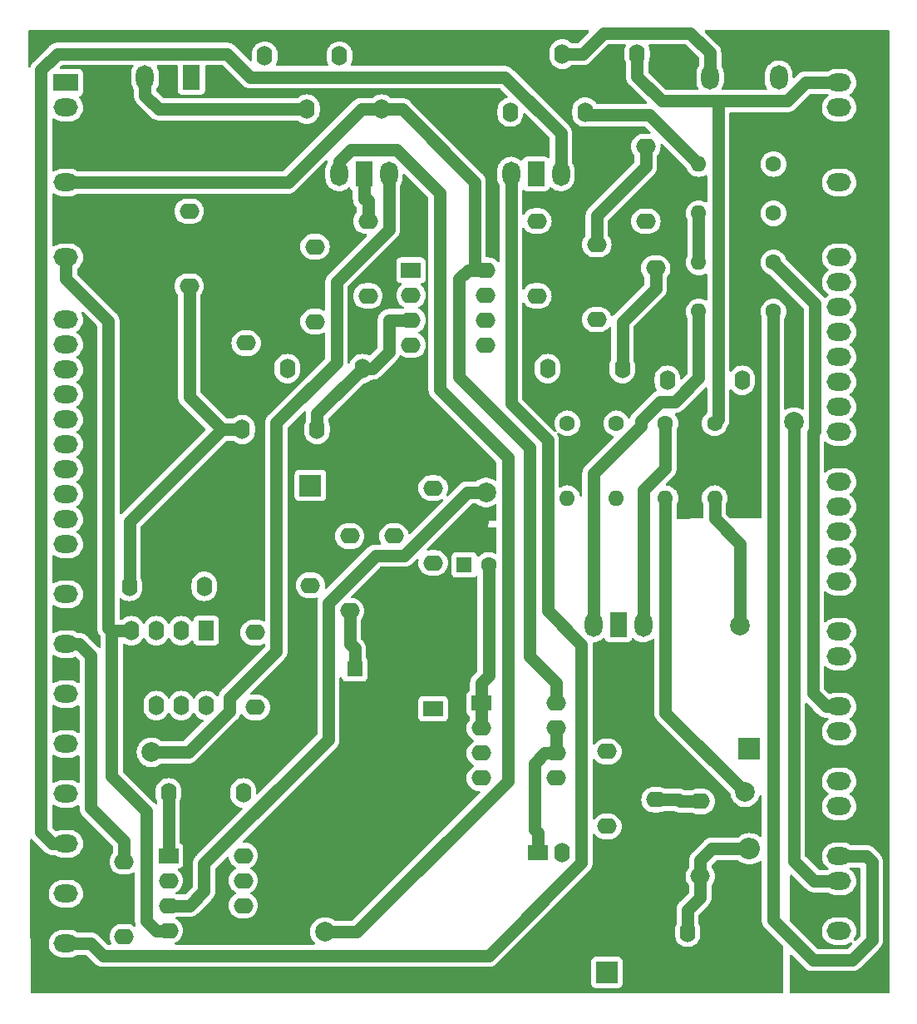
<source format=gtl>
G04 #@! TF.GenerationSoftware,KiCad,Pcbnew,7.0.11-7.0.11~ubuntu22.04.1*
G04 #@! TF.CreationDate,2024-05-31T20:36:52-03:00*
G04 #@! TF.ProjectId,Fonte_corrente_bipolar_V01,466f6e74-655f-4636-9f72-72656e74655f,v02*
G04 #@! TF.SameCoordinates,Original*
G04 #@! TF.FileFunction,Copper,L1,Top*
G04 #@! TF.FilePolarity,Positive*
%FSLAX46Y46*%
G04 Gerber Fmt 4.6, Leading zero omitted, Abs format (unit mm)*
G04 Created by KiCad (PCBNEW 7.0.11-7.0.11~ubuntu22.04.1) date 2024-05-31 20:36:52*
%MOMM*%
%LPD*%
G01*
G04 APERTURE LIST*
G04 #@! TA.AperFunction,ComponentPad*
%ADD10O,2.000000X1.600000*%
G04 #@! TD*
G04 #@! TA.AperFunction,ComponentPad*
%ADD11C,1.600000*%
G04 #@! TD*
G04 #@! TA.AperFunction,ComponentPad*
%ADD12O,1.600000X1.600000*%
G04 #@! TD*
G04 #@! TA.AperFunction,ComponentPad*
%ADD13O,1.800000X2.500000*%
G04 #@! TD*
G04 #@! TA.AperFunction,ComponentPad*
%ADD14R,1.800000X2.500000*%
G04 #@! TD*
G04 #@! TA.AperFunction,ComponentPad*
%ADD15O,1.600000X2.000000*%
G04 #@! TD*
G04 #@! TA.AperFunction,ComponentPad*
%ADD16R,2.200000X2.200000*%
G04 #@! TD*
G04 #@! TA.AperFunction,ComponentPad*
%ADD17O,2.200000X2.200000*%
G04 #@! TD*
G04 #@! TA.AperFunction,ComponentPad*
%ADD18R,1.600000X1.600000*%
G04 #@! TD*
G04 #@! TA.AperFunction,ComponentPad*
%ADD19R,2.500000X1.800000*%
G04 #@! TD*
G04 #@! TA.AperFunction,ComponentPad*
%ADD20O,2.500000X1.800000*%
G04 #@! TD*
G04 #@! TA.AperFunction,ComponentPad*
%ADD21R,2.000000X1.600000*%
G04 #@! TD*
G04 #@! TA.AperFunction,ComponentPad*
%ADD22R,1.800000X2.600000*%
G04 #@! TD*
G04 #@! TA.AperFunction,ComponentPad*
%ADD23R,1.600000X2.000000*%
G04 #@! TD*
G04 #@! TA.AperFunction,ViaPad*
%ADD24C,2.000000*%
G04 #@! TD*
G04 #@! TA.AperFunction,Conductor*
%ADD25C,1.270000*%
G04 #@! TD*
G04 APERTURE END LIST*
D10*
X135840000Y-90860000D03*
X135840000Y-98480000D03*
D11*
X179000000Y-68000000D03*
D12*
X171380000Y-68000000D03*
D13*
X160660000Y-99900000D03*
D14*
X163200000Y-99900000D03*
D13*
X165740000Y-99900000D03*
D10*
X125300000Y-71220000D03*
X125300000Y-63600000D03*
X137700000Y-66420000D03*
X137700000Y-58800000D03*
D15*
X132510000Y-80010000D03*
X124890000Y-80010000D03*
D10*
X112880000Y-131620000D03*
X112880000Y-124000000D03*
D16*
X162045100Y-135260000D03*
D17*
X162045100Y-125100000D03*
D13*
X152260000Y-54000000D03*
D14*
X154800000Y-54000000D03*
D13*
X157340000Y-54000000D03*
D15*
X113410000Y-95980000D03*
X121030000Y-95980000D03*
D11*
X179000000Y-63000000D03*
D12*
X171380000Y-63000000D03*
D10*
X167045100Y-117680000D03*
X167045100Y-125300000D03*
D15*
X168190000Y-75000000D03*
X175810000Y-75000000D03*
D11*
X158000000Y-79380000D03*
D12*
X158000000Y-87000000D03*
D10*
X162045100Y-112790000D03*
X162045100Y-120410000D03*
D14*
X119725000Y-44190000D03*
D13*
X122265000Y-44190000D03*
D18*
X147500000Y-93780000D03*
D11*
X150000000Y-93780000D03*
D10*
X119500000Y-57800000D03*
X119500000Y-65420000D03*
D19*
X106934000Y-44704000D03*
D20*
X106934000Y-47244000D03*
X106934000Y-49784000D03*
X106934000Y-52324000D03*
X106934000Y-54864000D03*
X106934000Y-57404000D03*
X106934000Y-59944000D03*
X106934000Y-62484000D03*
D11*
X179000000Y-58000000D03*
D12*
X171380000Y-58000000D03*
D15*
X117380000Y-117000000D03*
X125000000Y-117000000D03*
D21*
X142090000Y-63800000D03*
D10*
X142090000Y-66340000D03*
X142090000Y-68880000D03*
X142090000Y-71420000D03*
X149710000Y-71420000D03*
X149710000Y-68880000D03*
X149710000Y-66340000D03*
X149710000Y-63800000D03*
X126220000Y-100670000D03*
X126220000Y-108290000D03*
D14*
X112460000Y-44190000D03*
D13*
X115000000Y-44190000D03*
D11*
X163000000Y-79380000D03*
D12*
X163000000Y-87000000D03*
D20*
X106934000Y-68834000D03*
X106934000Y-71374000D03*
X106934000Y-73914000D03*
X106934000Y-76454000D03*
X106934000Y-78994000D03*
X106934000Y-81534000D03*
X106934000Y-84074000D03*
X106934000Y-86614000D03*
X106934000Y-89154000D03*
X106934000Y-91694000D03*
X106934000Y-94234000D03*
X106934000Y-96774000D03*
X106934000Y-99314000D03*
X106934000Y-101854000D03*
X106934000Y-104394000D03*
X106934000Y-106934000D03*
X106934000Y-109474000D03*
X106934000Y-112014000D03*
X106934000Y-114554000D03*
X106934000Y-117094000D03*
X106934000Y-119634000D03*
X106934000Y-122174000D03*
X106934000Y-124714000D03*
X106934000Y-127254000D03*
X106934000Y-129794000D03*
X106934000Y-132334000D03*
X106934000Y-134874000D03*
D15*
X165100000Y-41800000D03*
X157480000Y-41800000D03*
D10*
X132300000Y-69020000D03*
X132300000Y-61400000D03*
D21*
X117380000Y-123380000D03*
D10*
X117380000Y-125920000D03*
X117380000Y-128460000D03*
X117380000Y-131000000D03*
X125000000Y-131000000D03*
X125000000Y-128460000D03*
X125000000Y-125920000D03*
X125000000Y-123380000D03*
D15*
X159810000Y-47700000D03*
X152190000Y-47700000D03*
D11*
X179000000Y-53000000D03*
D12*
X171380000Y-53000000D03*
D15*
X155990000Y-73810000D03*
X163610000Y-73810000D03*
D20*
X185674000Y-44704000D03*
X185674000Y-47244000D03*
X185674000Y-49784000D03*
X185674000Y-52324000D03*
X185674000Y-54864000D03*
X185674000Y-57404000D03*
X185674000Y-59944000D03*
X185674000Y-62484000D03*
X185674000Y-65024000D03*
X185674000Y-67564000D03*
X185674000Y-70104000D03*
X185674000Y-72644000D03*
X185674000Y-75184000D03*
X185674000Y-77724000D03*
X185674000Y-80264000D03*
X185674000Y-82804000D03*
X185674000Y-85344000D03*
X185674000Y-87884000D03*
X185674000Y-90424000D03*
X185674000Y-92964000D03*
X185674000Y-95504000D03*
X185674000Y-98044000D03*
X185674000Y-100584000D03*
X185674000Y-103124000D03*
X185674000Y-105664000D03*
X185674000Y-108204000D03*
X185674000Y-110744000D03*
X185674000Y-113284000D03*
X185674000Y-115824000D03*
X185674000Y-118364000D03*
X185674000Y-120904000D03*
X185674000Y-123444000D03*
X185674000Y-125984000D03*
X185674000Y-128524000D03*
X185674000Y-131064000D03*
D13*
X134760000Y-54000000D03*
D22*
X137300000Y-54000000D03*
D13*
X139840000Y-54000000D03*
D10*
X166000000Y-51190000D03*
X166000000Y-58810000D03*
D15*
X157500000Y-123100000D03*
D21*
X155000000Y-123100000D03*
D11*
X173000000Y-79380000D03*
D12*
X173000000Y-87000000D03*
D16*
X176545100Y-112520000D03*
D17*
X176545100Y-122680000D03*
D21*
X149228900Y-107877000D03*
D10*
X149228900Y-110417000D03*
X149228900Y-112957000D03*
X149228900Y-115497000D03*
X156848900Y-115497000D03*
X156848900Y-112957000D03*
X156848900Y-110417000D03*
X156848900Y-107877000D03*
X161000000Y-68810000D03*
X161000000Y-61190000D03*
X167000000Y-63600000D03*
X167000000Y-71220000D03*
D14*
X170000000Y-44190000D03*
D13*
X172540000Y-44190000D03*
D16*
X131840000Y-85700000D03*
D10*
X131840000Y-95860000D03*
D15*
X170250200Y-131180000D03*
D21*
X167750200Y-131180000D03*
X144340000Y-108440000D03*
D10*
X144340000Y-98280000D03*
D23*
X121220000Y-100480000D03*
D15*
X118680000Y-100480000D03*
X116140000Y-100480000D03*
X113600000Y-100480000D03*
X113600000Y-108100000D03*
X116140000Y-108100000D03*
X118680000Y-108100000D03*
X121220000Y-108100000D03*
D10*
X140340000Y-90860000D03*
X140340000Y-98480000D03*
D11*
X168000000Y-79380000D03*
D12*
X168000000Y-87000000D03*
D10*
X154900000Y-66420000D03*
X154900000Y-58800000D03*
D14*
X177000000Y-44190000D03*
D13*
X179540000Y-44190000D03*
D15*
X139100000Y-47400000D03*
X131480000Y-47400000D03*
X137110000Y-73810000D03*
X129490000Y-73810000D03*
X134800000Y-42000000D03*
X127180000Y-42000000D03*
D10*
X144340000Y-85970000D03*
X144340000Y-93590000D03*
X171545100Y-117870000D03*
X171545100Y-125490000D03*
D18*
X136340000Y-104360000D03*
D11*
X138840000Y-104360000D03*
D24*
X175560700Y-99928700D03*
X115648100Y-112862700D03*
X133324000Y-131141700D03*
X176109600Y-116927900D03*
X181077000Y-79244800D03*
X149729400Y-86419000D03*
D25*
X154164700Y-103122800D02*
X154164700Y-81821700D01*
X147000000Y-64687500D02*
X147887500Y-63800000D01*
X147887500Y-63800000D02*
X148575000Y-63800000D01*
X154164700Y-81821700D02*
X147000000Y-74657000D01*
X147000000Y-74657000D02*
X147000000Y-64687500D01*
X156848900Y-107877000D02*
X156848900Y-105807000D01*
X149710000Y-63800000D02*
X148575000Y-63800000D01*
X148575000Y-63800000D02*
X148575000Y-54805000D01*
X137030000Y-47400000D02*
X129566000Y-54864000D01*
X148575000Y-54805000D02*
X141170000Y-47400000D01*
X139100000Y-47400000D02*
X141170000Y-47400000D01*
X156848900Y-105807000D02*
X154164700Y-103122800D01*
X139100000Y-47400000D02*
X137030000Y-47400000D01*
X129566000Y-54864000D02*
X106934000Y-54864000D01*
X115110000Y-118808400D02*
X111609600Y-115308000D01*
X111664600Y-100480000D02*
X111530000Y-100480000D01*
X117380000Y-131000000D02*
X116110000Y-131000000D01*
X111248700Y-100198700D02*
X111248700Y-68968700D01*
X111248700Y-68968700D02*
X106934000Y-64654000D01*
X111530000Y-100480000D02*
X111248700Y-100198700D01*
X111609600Y-100535000D02*
X111664600Y-100480000D01*
X113600000Y-100480000D02*
X112040000Y-100480000D01*
X112040000Y-100480000D02*
X111664600Y-100480000D01*
X111609600Y-115308000D02*
X111609600Y-100535000D01*
X115110000Y-130000000D02*
X115110000Y-118808400D01*
X116110000Y-131000000D02*
X115110000Y-130000000D01*
X106934000Y-62484000D02*
X106934000Y-64654000D01*
X173374000Y-79006000D02*
X173374000Y-46576900D01*
X182256600Y-44704000D02*
X180383700Y-46576900D01*
X168000000Y-79380000D02*
X168000000Y-83933400D01*
X173374000Y-46576900D02*
X167606900Y-46576900D01*
X167606900Y-46576900D02*
X165100000Y-44070000D01*
X173000000Y-79380000D02*
X173374000Y-79006000D01*
X185674000Y-44704000D02*
X182256600Y-44704000D01*
X168000000Y-83933400D02*
X165740000Y-86193400D01*
X165740000Y-86193400D02*
X165740000Y-99900000D01*
X165100000Y-41800000D02*
X165100000Y-44070000D01*
X180383700Y-46576900D02*
X173374000Y-46576900D01*
X160110000Y-48000000D02*
X159810000Y-47700000D01*
X167442200Y-77195100D02*
X165500100Y-79137200D01*
X166380000Y-48000000D02*
X160110000Y-48000000D01*
X171380000Y-63000000D02*
X171380000Y-58000000D01*
X171380000Y-53000000D02*
X166380000Y-48000000D01*
X160660000Y-84493400D02*
X160660000Y-99900000D01*
X165500100Y-79137200D02*
X165500100Y-79653300D01*
X171380000Y-74767000D02*
X168951900Y-77195100D01*
X165500100Y-79653300D02*
X160660000Y-84493400D01*
X168951900Y-77195100D02*
X167442200Y-77195100D01*
X171380000Y-68000000D02*
X171380000Y-74767000D01*
X175560700Y-99928700D02*
X175560700Y-91630700D01*
X173000000Y-87000000D02*
X173000000Y-89070000D01*
X175560700Y-91630700D02*
X173000000Y-89070000D01*
X137700000Y-58800000D02*
X137700000Y-56730000D01*
X137300000Y-54000000D02*
X137300000Y-56570000D01*
X137540000Y-56570000D02*
X137700000Y-56730000D01*
X137300000Y-56570000D02*
X137540000Y-56570000D01*
X112880000Y-121930000D02*
X112880000Y-124000000D01*
X106934000Y-101854000D02*
X108308000Y-101854000D01*
X109454000Y-118504000D02*
X112880000Y-121930000D01*
X109454000Y-103000000D02*
X109454000Y-118504000D01*
X108308000Y-101854000D02*
X109454000Y-103000000D01*
X136340000Y-102290000D02*
X135840000Y-101790000D01*
X136340000Y-104360000D02*
X136340000Y-102290000D01*
X135840000Y-101790000D02*
X135840000Y-98480000D01*
X170250200Y-131180000D02*
X170250200Y-128910000D01*
X171545100Y-123874900D02*
X172740000Y-122680000D01*
X170250200Y-128910000D02*
X171545100Y-127615100D01*
X172740000Y-122680000D02*
X176545100Y-122680000D01*
X171545100Y-127615100D02*
X171545100Y-125490000D01*
X171545100Y-125490000D02*
X171545100Y-123874900D01*
X123620000Y-108656300D02*
X119413600Y-112862700D01*
X119413600Y-112862700D02*
X115648100Y-112862700D01*
X128373400Y-102548700D02*
X123620000Y-107302100D01*
X139840000Y-59645500D02*
X134495200Y-64990300D01*
X123620000Y-107302100D02*
X123620000Y-108656300D01*
X134495200Y-73222600D02*
X128373400Y-79344400D01*
X128373400Y-79344400D02*
X128373400Y-102548700D01*
X134495200Y-64990300D02*
X134495200Y-73222600D01*
X139840000Y-54000000D02*
X139840000Y-59645500D01*
X123359100Y-41771200D02*
X125735600Y-44147700D01*
X104414000Y-121000000D02*
X104414000Y-43435300D01*
X151622600Y-44147700D02*
X157340000Y-49865100D01*
X106934000Y-122174000D02*
X105588000Y-122174000D01*
X157340000Y-49865100D02*
X157340000Y-54000000D01*
X106078100Y-41771200D02*
X123359100Y-41771200D01*
X104414000Y-43435300D02*
X106078100Y-41771200D01*
X105588000Y-122174000D02*
X104414000Y-121000000D01*
X125735600Y-44147700D02*
X151622600Y-44147700D01*
X134760000Y-54000000D02*
X134760000Y-52732200D01*
X140608700Y-51538000D02*
X145000000Y-55929300D01*
X145000000Y-75959200D02*
X151943500Y-82902700D01*
X145000000Y-55929300D02*
X145000000Y-75959200D01*
X135954200Y-51538000D02*
X140608700Y-51538000D01*
X151943500Y-82902700D02*
X151943500Y-115762400D01*
X134760000Y-52732200D02*
X135954200Y-51538000D01*
X136564200Y-131141700D02*
X133324000Y-131141700D01*
X151943500Y-115762400D02*
X136564200Y-131141700D01*
X109476500Y-132334000D02*
X106934000Y-132334000D01*
X159447100Y-124101900D02*
X149975400Y-133573600D01*
X155996400Y-81125900D02*
X155996400Y-98467000D01*
X155996400Y-98467000D02*
X159447100Y-101917700D01*
X110716100Y-133573600D02*
X109476500Y-132334000D01*
X152260000Y-54000000D02*
X152260000Y-77389500D01*
X152260000Y-77389500D02*
X155996400Y-81125900D01*
X149975400Y-133573600D02*
X110716100Y-133573600D01*
X159447100Y-101917700D02*
X159447100Y-124101900D01*
X156848900Y-112957000D02*
X155713900Y-112957000D01*
X155000000Y-123100000D02*
X155000000Y-121030000D01*
X155000000Y-121030000D02*
X154680900Y-120710900D01*
X155713900Y-112957000D02*
X154680900Y-113990000D01*
X156848900Y-110417000D02*
X156848900Y-112487000D01*
X154680900Y-120710900D02*
X154680900Y-113990000D01*
X171545100Y-117870000D02*
X169505100Y-117870000D01*
X169505100Y-117870000D02*
X169315100Y-117680000D01*
X167045100Y-117680000D02*
X169315100Y-117680000D01*
X183212000Y-67212000D02*
X179000000Y-63000000D01*
X183212000Y-80129146D02*
X183212000Y-67212000D01*
X183000000Y-80341146D02*
X183212000Y-80129146D01*
X183000000Y-106846000D02*
X183000000Y-80341146D01*
X184358000Y-108204000D02*
X183000000Y-106846000D01*
X185674000Y-108204000D02*
X184358000Y-108204000D01*
X168000000Y-108818300D02*
X168000000Y-87000000D01*
X176109600Y-116927900D02*
X168000000Y-108818300D01*
X186992300Y-134000000D02*
X183000000Y-134000000D01*
X178940100Y-129940100D02*
X178940100Y-68059900D01*
X189000000Y-124000000D02*
X189000000Y-131992300D01*
X183000000Y-134000000D02*
X178940100Y-129940100D01*
X188444000Y-123444000D02*
X189000000Y-124000000D01*
X178940100Y-68059900D02*
X179000000Y-68000000D01*
X185674000Y-123444000D02*
X188444000Y-123444000D01*
X189000000Y-131992300D02*
X186992300Y-134000000D01*
X185674000Y-125984000D02*
X183154000Y-125984000D01*
X181077000Y-123907000D02*
X181077000Y-79244800D01*
X183154000Y-125984000D02*
X181077000Y-123907000D01*
X149228900Y-110417000D02*
X149228900Y-107877000D01*
X150000000Y-105035900D02*
X149228900Y-105807000D01*
X149228900Y-107877000D02*
X149228900Y-105807000D01*
X150000000Y-93780000D02*
X150000000Y-105035900D01*
X166000000Y-51190000D02*
X166000000Y-53260000D01*
X161000000Y-58260000D02*
X166000000Y-53260000D01*
X161000000Y-61190000D02*
X161000000Y-58260000D01*
X121000000Y-124212850D02*
X121000000Y-127000000D01*
X133674800Y-111538050D02*
X121000000Y-124212850D01*
X141392400Y-92850500D02*
X138464400Y-92850500D01*
X121000000Y-127000000D02*
X119540000Y-128460000D01*
X119540000Y-128460000D02*
X117380000Y-128460000D01*
X138464400Y-92850500D02*
X133674800Y-97640100D01*
X149729400Y-86419000D02*
X147823900Y-86419000D01*
X147823900Y-86419000D02*
X141392400Y-92850500D01*
X133674800Y-97640100D02*
X133674800Y-111538050D01*
X137110000Y-73810000D02*
X132510000Y-78410000D01*
X137110000Y-73810000D02*
X138145000Y-73810000D01*
X132510000Y-78410000D02*
X132510000Y-80010000D01*
X139820000Y-72135000D02*
X138145000Y-73810000D01*
X142090000Y-68880000D02*
X139820000Y-68880000D01*
X139820000Y-68880000D02*
X139820000Y-72135000D01*
X119500000Y-76690000D02*
X122820000Y-80010000D01*
X119500000Y-65420000D02*
X119500000Y-67297500D01*
X113410000Y-89420000D02*
X122820000Y-80010000D01*
X119500000Y-67297500D02*
X119500000Y-76690000D01*
X124890000Y-80010000D02*
X122820000Y-80010000D01*
X113410000Y-95980000D02*
X113410000Y-89420000D01*
X117380000Y-123380000D02*
X117380000Y-117000000D01*
X163610000Y-69060000D02*
X163610000Y-73810000D01*
X167000000Y-65670000D02*
X163610000Y-69060000D01*
X167000000Y-63600000D02*
X167000000Y-65670000D01*
X172540000Y-44190000D02*
X172540000Y-41670000D01*
X159550000Y-41800000D02*
X161698700Y-39651300D01*
X170521300Y-39651300D02*
X172540000Y-41670000D01*
X157480000Y-41800000D02*
X159550000Y-41800000D01*
X161698700Y-39651300D02*
X170521300Y-39651300D01*
X115000000Y-46000000D02*
X116400000Y-47400000D01*
X115000000Y-44190000D02*
X115000000Y-46000000D01*
X116400000Y-47400000D02*
X131480000Y-47400000D01*
G04 #@! TA.AperFunction,Conductor*
G36*
X164748751Y-101248143D02*
G01*
X164778846Y-101271174D01*
X164811379Y-101305118D01*
X165003053Y-101446879D01*
X165215926Y-101554207D01*
X165443877Y-101624016D01*
X165680346Y-101654298D01*
X165918532Y-101644180D01*
X166151581Y-101593954D01*
X166372790Y-101505064D01*
X166575795Y-101380069D01*
X166658576Y-101307211D01*
X166721906Y-101277697D01*
X166791139Y-101287106D01*
X166844295Y-101332452D01*
X166864496Y-101399337D01*
X166864500Y-101400295D01*
X166864500Y-108713138D01*
X166862783Y-108733703D01*
X166862241Y-108736921D01*
X166862241Y-108736925D01*
X166864465Y-108830347D01*
X166864500Y-108833297D01*
X166864500Y-108872391D01*
X166865366Y-108881461D01*
X166865891Y-108890284D01*
X166867402Y-108953720D01*
X166874501Y-108986357D01*
X166876772Y-109000923D01*
X166879946Y-109034164D01*
X166879947Y-109034167D01*
X166879947Y-109034169D01*
X166879948Y-109034172D01*
X166894808Y-109084782D01*
X166897822Y-109095046D01*
X166900010Y-109103618D01*
X166913498Y-109165617D01*
X166919249Y-109179048D01*
X166926644Y-109196316D01*
X166931632Y-109210192D01*
X166939231Y-109236073D01*
X166941043Y-109242242D01*
X166969574Y-109297584D01*
X166970114Y-109298631D01*
X166973886Y-109306638D01*
X166998860Y-109364958D01*
X166998862Y-109364960D01*
X166998863Y-109364963D01*
X167001283Y-109368538D01*
X167017582Y-109392620D01*
X167025106Y-109405301D01*
X167032977Y-109420568D01*
X167040412Y-109434990D01*
X167079631Y-109484861D01*
X167084844Y-109492000D01*
X167109880Y-109528990D01*
X167120411Y-109544550D01*
X167120414Y-109544553D01*
X167144021Y-109568160D01*
X167153810Y-109579188D01*
X167158880Y-109585635D01*
X167168245Y-109597544D01*
X167174463Y-109605450D01*
X167222418Y-109647003D01*
X167228896Y-109653035D01*
X174580867Y-117005007D01*
X174614352Y-117066330D01*
X174616762Y-117082447D01*
X174624490Y-117175713D01*
X174624492Y-117175724D01*
X174685536Y-117416781D01*
X174785426Y-117644506D01*
X174921433Y-117852682D01*
X174937376Y-117870001D01*
X175089856Y-118035638D01*
X175286091Y-118188374D01*
X175504790Y-118306728D01*
X175739986Y-118387471D01*
X175985265Y-118428400D01*
X176233935Y-118428400D01*
X176479214Y-118387471D01*
X176714410Y-118306728D01*
X176933109Y-118188374D01*
X177129344Y-118035638D01*
X177297764Y-117852685D01*
X177433773Y-117644507D01*
X177533663Y-117416781D01*
X177560394Y-117311222D01*
X177595934Y-117251067D01*
X177658354Y-117219675D01*
X177727837Y-117227013D01*
X177782323Y-117270752D01*
X177804512Y-117337004D01*
X177804600Y-117341663D01*
X177804600Y-121381941D01*
X177784915Y-121448980D01*
X177732111Y-121494735D01*
X177662953Y-121504679D01*
X177600069Y-121476231D01*
X177488762Y-121381166D01*
X177488753Y-121381160D01*
X177273959Y-121249533D01*
X177041210Y-121153126D01*
X176796251Y-121094317D01*
X176545100Y-121074551D01*
X176293948Y-121094317D01*
X176048989Y-121153126D01*
X175816240Y-121249533D01*
X175601446Y-121381160D01*
X175601437Y-121381166D01*
X175444984Y-121514790D01*
X175381223Y-121543361D01*
X175364453Y-121544500D01*
X172845162Y-121544500D01*
X172824597Y-121542783D01*
X172821376Y-121542241D01*
X172821374Y-121542241D01*
X172737092Y-121544247D01*
X172727952Y-121544465D01*
X172725002Y-121544500D01*
X172685909Y-121544500D01*
X172676831Y-121545366D01*
X172668016Y-121545891D01*
X172604578Y-121547402D01*
X172571942Y-121554501D01*
X172557377Y-121556772D01*
X172524135Y-121559946D01*
X172524125Y-121559948D01*
X172463241Y-121577824D01*
X172454672Y-121580011D01*
X172392686Y-121593497D01*
X172392673Y-121593501D01*
X172361985Y-121606642D01*
X172348113Y-121611629D01*
X172316063Y-121621040D01*
X172259655Y-121650120D01*
X172251651Y-121653891D01*
X172206419Y-121673261D01*
X172193337Y-121678863D01*
X172178257Y-121689069D01*
X172165676Y-121697584D01*
X172152998Y-121705106D01*
X172123311Y-121720410D01*
X172073435Y-121759633D01*
X172066288Y-121764851D01*
X172013759Y-121800403D01*
X172013750Y-121800411D01*
X171990126Y-121824033D01*
X171979102Y-121833817D01*
X171952853Y-121854459D01*
X171911295Y-121902418D01*
X171905265Y-121908894D01*
X170816537Y-122997621D01*
X170800795Y-123010939D01*
X170798125Y-123012840D01*
X170798123Y-123012842D01*
X170733661Y-123080447D01*
X170731603Y-123082554D01*
X170703944Y-123110214D01*
X170703939Y-123110219D01*
X170698122Y-123117264D01*
X170692257Y-123123871D01*
X170648478Y-123169786D01*
X170648476Y-123169789D01*
X170630420Y-123197883D01*
X170621729Y-123209785D01*
X170600458Y-123235548D01*
X170570048Y-123291239D01*
X170565534Y-123298847D01*
X170531237Y-123352216D01*
X170518825Y-123383218D01*
X170512544Y-123396551D01*
X170496532Y-123425876D01*
X170496532Y-123425877D01*
X170477209Y-123486320D01*
X170474216Y-123494644D01*
X170450641Y-123553533D01*
X170450639Y-123553541D01*
X170444317Y-123586336D01*
X170440673Y-123600616D01*
X170430502Y-123632436D01*
X170422970Y-123695431D01*
X170421606Y-123704175D01*
X170409600Y-123766470D01*
X170409600Y-123799872D01*
X170408723Y-123814592D01*
X170404758Y-123847750D01*
X170404758Y-123847756D01*
X170409284Y-123911037D01*
X170409600Y-123919882D01*
X170409600Y-124534951D01*
X170389915Y-124601990D01*
X170373281Y-124622632D01*
X170345054Y-124650858D01*
X170214532Y-124837265D01*
X170214531Y-124837267D01*
X170118361Y-125043502D01*
X170118358Y-125043511D01*
X170059466Y-125263302D01*
X170059464Y-125263313D01*
X170039632Y-125489998D01*
X170039632Y-125490001D01*
X170059464Y-125716686D01*
X170059466Y-125716697D01*
X170118358Y-125936488D01*
X170118361Y-125936497D01*
X170214531Y-126142732D01*
X170214532Y-126142734D01*
X170345051Y-126329137D01*
X170345052Y-126329138D01*
X170345053Y-126329139D01*
X170373281Y-126357367D01*
X170406766Y-126418688D01*
X170409600Y-126445048D01*
X170409600Y-127093397D01*
X170389915Y-127160436D01*
X170373281Y-127181078D01*
X169521637Y-128032721D01*
X169505895Y-128046039D01*
X169503225Y-128047940D01*
X169503223Y-128047942D01*
X169438761Y-128115547D01*
X169436703Y-128117654D01*
X169409044Y-128145314D01*
X169409039Y-128145319D01*
X169403222Y-128152364D01*
X169397357Y-128158971D01*
X169353578Y-128204886D01*
X169353576Y-128204889D01*
X169335520Y-128232983D01*
X169326829Y-128244885D01*
X169305558Y-128270648D01*
X169275148Y-128326339D01*
X169270634Y-128333947D01*
X169236337Y-128387316D01*
X169223925Y-128418318D01*
X169217644Y-128431651D01*
X169201632Y-128460976D01*
X169201632Y-128460977D01*
X169182309Y-128521420D01*
X169179316Y-128529744D01*
X169155741Y-128588633D01*
X169155739Y-128588641D01*
X169149417Y-128621436D01*
X169145773Y-128635716D01*
X169135602Y-128667536D01*
X169128070Y-128730531D01*
X169126706Y-128739275D01*
X169114700Y-128801570D01*
X169114700Y-128834972D01*
X169113823Y-128849692D01*
X169109858Y-128882850D01*
X169109858Y-128882856D01*
X169114384Y-128946137D01*
X169114700Y-128954982D01*
X169114700Y-130310351D01*
X169103082Y-130362756D01*
X169023462Y-130533502D01*
X169023458Y-130533511D01*
X168964566Y-130753302D01*
X168964564Y-130753312D01*
X168949700Y-130923214D01*
X168949700Y-131436785D01*
X168964564Y-131606687D01*
X168964566Y-131606697D01*
X169023458Y-131826488D01*
X169023461Y-131826497D01*
X169089091Y-131967240D01*
X169119632Y-132032734D01*
X169169833Y-132104429D01*
X169250154Y-132219141D01*
X169411058Y-132380045D01*
X169411061Y-132380047D01*
X169597466Y-132510568D01*
X169803704Y-132606739D01*
X170023508Y-132665635D01*
X170185430Y-132679801D01*
X170250198Y-132685468D01*
X170250200Y-132685468D01*
X170250202Y-132685468D01*
X170306873Y-132680509D01*
X170476892Y-132665635D01*
X170696696Y-132606739D01*
X170902934Y-132510568D01*
X171089339Y-132380047D01*
X171250247Y-132219139D01*
X171380768Y-132032734D01*
X171476939Y-131826496D01*
X171535835Y-131606692D01*
X171550700Y-131436784D01*
X171550700Y-130923216D01*
X171535835Y-130753308D01*
X171484604Y-130562111D01*
X171476941Y-130533511D01*
X171476940Y-130533510D01*
X171476939Y-130533504D01*
X171417870Y-130406832D01*
X171397318Y-130362756D01*
X171385700Y-130310351D01*
X171385700Y-129431701D01*
X171405385Y-129364662D01*
X171422019Y-129344020D01*
X171819902Y-128946137D01*
X172273664Y-128492374D01*
X172289417Y-128479050D01*
X172292077Y-128477157D01*
X172356578Y-128409508D01*
X172358601Y-128407438D01*
X172386263Y-128379777D01*
X172386263Y-128379776D01*
X172386268Y-128379772D01*
X172392073Y-128372739D01*
X172397935Y-128366134D01*
X172441723Y-128320212D01*
X172459784Y-128292107D01*
X172468471Y-128280212D01*
X172489739Y-128254454D01*
X172489741Y-128254452D01*
X172520155Y-128198750D01*
X172524672Y-128191139D01*
X172530147Y-128182621D01*
X172558963Y-128137783D01*
X172571377Y-128106771D01*
X172577659Y-128093440D01*
X172579649Y-128089796D01*
X172593668Y-128064124D01*
X172612991Y-128003671D01*
X172615976Y-127995369D01*
X172639560Y-127936462D01*
X172645881Y-127903659D01*
X172649530Y-127889368D01*
X172659697Y-127857566D01*
X172667228Y-127794568D01*
X172668587Y-127785850D01*
X172680600Y-127723527D01*
X172680600Y-127690126D01*
X172681477Y-127675405D01*
X172682027Y-127670806D01*
X172685442Y-127642245D01*
X172680916Y-127578961D01*
X172680600Y-127570116D01*
X172680600Y-126445048D01*
X172700285Y-126378009D01*
X172716915Y-126357370D01*
X172745147Y-126329139D01*
X172875668Y-126142734D01*
X172971839Y-125936496D01*
X173030735Y-125716692D01*
X173050568Y-125490000D01*
X173049125Y-125473511D01*
X173039427Y-125362657D01*
X173030735Y-125263308D01*
X172971839Y-125043504D01*
X172875668Y-124837266D01*
X172750434Y-124658411D01*
X172745145Y-124650858D01*
X172716919Y-124622632D01*
X172683434Y-124561309D01*
X172680600Y-124534951D01*
X172680600Y-124396601D01*
X172700285Y-124329562D01*
X172716919Y-124308920D01*
X173174020Y-123851819D01*
X173235343Y-123818334D01*
X173261701Y-123815500D01*
X175364453Y-123815500D01*
X175431492Y-123835185D01*
X175444984Y-123845210D01*
X175591547Y-123970386D01*
X175601441Y-123978836D01*
X175601444Y-123978838D01*
X175601446Y-123978839D01*
X175816240Y-124110466D01*
X175997885Y-124185705D01*
X176048989Y-124206873D01*
X176293952Y-124265683D01*
X176545100Y-124285449D01*
X176796248Y-124265683D01*
X177041211Y-124206873D01*
X177273959Y-124110466D01*
X177488759Y-123978836D01*
X177600070Y-123883766D01*
X177663829Y-123855197D01*
X177732915Y-123865634D01*
X177785391Y-123911765D01*
X177804600Y-123978058D01*
X177804600Y-129834938D01*
X177802883Y-129855503D01*
X177802341Y-129858721D01*
X177802341Y-129858725D01*
X177804565Y-129952147D01*
X177804600Y-129955097D01*
X177804600Y-129994191D01*
X177805466Y-130003261D01*
X177805991Y-130012084D01*
X177807502Y-130075520D01*
X177814601Y-130108157D01*
X177816872Y-130122723D01*
X177820046Y-130155964D01*
X177820047Y-130155967D01*
X177820047Y-130155969D01*
X177820048Y-130155972D01*
X177837636Y-130215872D01*
X177837922Y-130216846D01*
X177840110Y-130225418D01*
X177853598Y-130287417D01*
X177853599Y-130287419D01*
X177866744Y-130318116D01*
X177871732Y-130331992D01*
X177876232Y-130347319D01*
X177881143Y-130364042D01*
X177895501Y-130391892D01*
X177910214Y-130420431D01*
X177913986Y-130428438D01*
X177938960Y-130486758D01*
X177938962Y-130486760D01*
X177938963Y-130486763D01*
X177954436Y-130509624D01*
X177957682Y-130514420D01*
X177965206Y-130527101D01*
X177980512Y-130556790D01*
X178019731Y-130606661D01*
X178024944Y-130613800D01*
X178051082Y-130652419D01*
X178060511Y-130666350D01*
X178060514Y-130666353D01*
X178084121Y-130689960D01*
X178093910Y-130700988D01*
X178113776Y-130726250D01*
X178114563Y-130727250D01*
X178162519Y-130768804D01*
X178168997Y-130774836D01*
X179978714Y-132584553D01*
X180012199Y-132645876D01*
X180015033Y-132672103D01*
X180019869Y-137265888D01*
X180000255Y-137332949D01*
X179947499Y-137378759D01*
X179895888Y-137390019D01*
X103463698Y-137401980D01*
X103396656Y-137382306D01*
X103350893Y-137329509D01*
X103339679Y-137278303D01*
X103337424Y-136407870D01*
X160444600Y-136407870D01*
X160444601Y-136407876D01*
X160451008Y-136467483D01*
X160501302Y-136602328D01*
X160501306Y-136602335D01*
X160587552Y-136717544D01*
X160587555Y-136717547D01*
X160702764Y-136803793D01*
X160702771Y-136803797D01*
X160837617Y-136854091D01*
X160837616Y-136854091D01*
X160844544Y-136854835D01*
X160897227Y-136860500D01*
X163192972Y-136860499D01*
X163252583Y-136854091D01*
X163387431Y-136803796D01*
X163502646Y-136717546D01*
X163588896Y-136602331D01*
X163639191Y-136467483D01*
X163645600Y-136407873D01*
X163645599Y-134112128D01*
X163639191Y-134052517D01*
X163588896Y-133917669D01*
X163588895Y-133917668D01*
X163588893Y-133917664D01*
X163502647Y-133802455D01*
X163502644Y-133802452D01*
X163387435Y-133716206D01*
X163387428Y-133716202D01*
X163252582Y-133665908D01*
X163252583Y-133665908D01*
X163192983Y-133659501D01*
X163192981Y-133659500D01*
X163192973Y-133659500D01*
X163192964Y-133659500D01*
X160897229Y-133659500D01*
X160897223Y-133659501D01*
X160837616Y-133665908D01*
X160702771Y-133716202D01*
X160702764Y-133716206D01*
X160587555Y-133802452D01*
X160587552Y-133802455D01*
X160501306Y-133917664D01*
X160501302Y-133917671D01*
X160451008Y-134052517D01*
X160444601Y-134112116D01*
X160444601Y-134112123D01*
X160444600Y-134112135D01*
X160444600Y-136407870D01*
X103337424Y-136407870D01*
X103313555Y-127194346D01*
X105179702Y-127194346D01*
X105189819Y-127432528D01*
X105189819Y-127432532D01*
X105240045Y-127665580D01*
X105325116Y-127877283D01*
X105328936Y-127886790D01*
X105453931Y-128089795D01*
X105502794Y-128145314D01*
X105598849Y-128254454D01*
X105611436Y-128268755D01*
X105796920Y-128418523D01*
X106005046Y-128534790D01*
X106157459Y-128588641D01*
X106229829Y-128614211D01*
X106464790Y-128654499D01*
X106464798Y-128654499D01*
X106464800Y-128654500D01*
X106464801Y-128654500D01*
X107343496Y-128654500D01*
X107343497Y-128654500D01*
X107343498Y-128654499D01*
X107343515Y-128654499D01*
X107521536Y-128639347D01*
X107521539Y-128639346D01*
X107521541Y-128639346D01*
X107752249Y-128579275D01*
X107884973Y-128519279D01*
X107969480Y-128481080D01*
X107969481Y-128481078D01*
X107969486Y-128481077D01*
X108167003Y-128347579D01*
X108339118Y-128182621D01*
X108480879Y-127990947D01*
X108588207Y-127778074D01*
X108658016Y-127550123D01*
X108688298Y-127313654D01*
X108687232Y-127288569D01*
X108682411Y-127175075D01*
X108678180Y-127075468D01*
X108672813Y-127050567D01*
X108627954Y-126842419D01*
X108539064Y-126621211D01*
X108539064Y-126621210D01*
X108414069Y-126418205D01*
X108256564Y-126239245D01*
X108071080Y-126089477D01*
X107957130Y-126025820D01*
X107862955Y-125973210D01*
X107638170Y-125893788D01*
X107403209Y-125853500D01*
X107403200Y-125853500D01*
X106524503Y-125853500D01*
X106524484Y-125853500D01*
X106346463Y-125868652D01*
X106115751Y-125928724D01*
X105898519Y-126026919D01*
X105898511Y-126026924D01*
X105701006Y-126160413D01*
X105700997Y-126160421D01*
X105528881Y-126325379D01*
X105387123Y-126517050D01*
X105387120Y-126517054D01*
X105279796Y-126729920D01*
X105279793Y-126729926D01*
X105209983Y-126957878D01*
X105179702Y-127194346D01*
X103313555Y-127194346D01*
X103299538Y-121783981D01*
X103319049Y-121716894D01*
X103371734Y-121671002D01*
X103440867Y-121660880D01*
X103504498Y-121689740D01*
X103526226Y-121714156D01*
X103530460Y-121720412D01*
X103534411Y-121726250D01*
X103558021Y-121749860D01*
X103567810Y-121760888D01*
X103588463Y-121787150D01*
X103636419Y-121828704D01*
X103642897Y-121834736D01*
X104710717Y-122902556D01*
X104724042Y-122918308D01*
X104725937Y-122920969D01*
X104725943Y-122920977D01*
X104793587Y-122985475D01*
X104795657Y-122987496D01*
X104813103Y-123004942D01*
X104823334Y-123015173D01*
X104823336Y-123015175D01*
X104830352Y-123020968D01*
X104836968Y-123026839D01*
X104882888Y-123070623D01*
X104901453Y-123082554D01*
X104910980Y-123088677D01*
X104922886Y-123097371D01*
X104946980Y-123117264D01*
X104948648Y-123118641D01*
X105004342Y-123149052D01*
X105011940Y-123153560D01*
X105065317Y-123187863D01*
X105096326Y-123200277D01*
X105109656Y-123206558D01*
X105121181Y-123212851D01*
X105138977Y-123222568D01*
X105199423Y-123241890D01*
X105207727Y-123244875D01*
X105266638Y-123268460D01*
X105299439Y-123274782D01*
X105313721Y-123278427D01*
X105330979Y-123283944D01*
X105345534Y-123288597D01*
X105408524Y-123296128D01*
X105417272Y-123297492D01*
X105479567Y-123309499D01*
X105479568Y-123309499D01*
X105479573Y-123309500D01*
X105512973Y-123309500D01*
X105527693Y-123310376D01*
X105560855Y-123314342D01*
X105624138Y-123309816D01*
X105632983Y-123309500D01*
X105717164Y-123309500D01*
X105784203Y-123329185D01*
X105795058Y-123337019D01*
X105796920Y-123338523D01*
X106005046Y-123454790D01*
X106117844Y-123494644D01*
X106229829Y-123534211D01*
X106464790Y-123574499D01*
X106464798Y-123574499D01*
X106464800Y-123574500D01*
X106464801Y-123574500D01*
X107343496Y-123574500D01*
X107343497Y-123574500D01*
X107343498Y-123574499D01*
X107343515Y-123574499D01*
X107521536Y-123559347D01*
X107521539Y-123559346D01*
X107521541Y-123559346D01*
X107752249Y-123499275D01*
X107931170Y-123418397D01*
X107969480Y-123401080D01*
X107969481Y-123401078D01*
X107969486Y-123401077D01*
X108154279Y-123276179D01*
X108166993Y-123267586D01*
X108166994Y-123267584D01*
X108167003Y-123267579D01*
X108339118Y-123102621D01*
X108480879Y-122910947D01*
X108588207Y-122698074D01*
X108658016Y-122470123D01*
X108688298Y-122233654D01*
X108678180Y-121995468D01*
X108657594Y-121899951D01*
X108627954Y-121762419D01*
X108618586Y-121739106D01*
X108539064Y-121541210D01*
X108414069Y-121338205D01*
X108256564Y-121159245D01*
X108071080Y-121009477D01*
X107957130Y-120945820D01*
X107862955Y-120893210D01*
X107638170Y-120813788D01*
X107403209Y-120773500D01*
X107403200Y-120773500D01*
X106524503Y-120773500D01*
X106524484Y-120773500D01*
X106346463Y-120788652D01*
X106115750Y-120848724D01*
X106115747Y-120848725D01*
X106023644Y-120890359D01*
X105954448Y-120900036D01*
X105891005Y-120870766D01*
X105884888Y-120865048D01*
X105585819Y-120565979D01*
X105552334Y-120504656D01*
X105549500Y-120478298D01*
X105549500Y-118318243D01*
X105569185Y-118251204D01*
X105621989Y-118205449D01*
X105691147Y-118195505D01*
X105751396Y-118221765D01*
X105796920Y-118258523D01*
X106005046Y-118374790D01*
X106156777Y-118428400D01*
X106229829Y-118454211D01*
X106464790Y-118494499D01*
X106464798Y-118494499D01*
X106464800Y-118494500D01*
X106464801Y-118494500D01*
X107343496Y-118494500D01*
X107343497Y-118494500D01*
X107343498Y-118494499D01*
X107343515Y-118494499D01*
X107521536Y-118479347D01*
X107521539Y-118479346D01*
X107521541Y-118479346D01*
X107752249Y-118419275D01*
X107943698Y-118332734D01*
X107969480Y-118321080D01*
X107969481Y-118321078D01*
X107969486Y-118321077D01*
X108125064Y-118215924D01*
X108191628Y-118194693D01*
X108259106Y-118212820D01*
X108306071Y-118264550D01*
X108318500Y-118318660D01*
X108318500Y-118398838D01*
X108316783Y-118419403D01*
X108316241Y-118422621D01*
X108316241Y-118422625D01*
X108318465Y-118516047D01*
X108318500Y-118518997D01*
X108318500Y-118558091D01*
X108319366Y-118567161D01*
X108319891Y-118575984D01*
X108321402Y-118639420D01*
X108328501Y-118672057D01*
X108330772Y-118686623D01*
X108333946Y-118719864D01*
X108333947Y-118719867D01*
X108333947Y-118719869D01*
X108333948Y-118719872D01*
X108350305Y-118775580D01*
X108351822Y-118780746D01*
X108354010Y-118789318D01*
X108367498Y-118851317D01*
X108367499Y-118851319D01*
X108380644Y-118882016D01*
X108385631Y-118895891D01*
X108395043Y-118927942D01*
X108417849Y-118972179D01*
X108424114Y-118984331D01*
X108427886Y-118992338D01*
X108452860Y-119050658D01*
X108452862Y-119050660D01*
X108452863Y-119050663D01*
X108468336Y-119073524D01*
X108471582Y-119078320D01*
X108479106Y-119091001D01*
X108484233Y-119100945D01*
X108494412Y-119120690D01*
X108533631Y-119170561D01*
X108538844Y-119177700D01*
X108553799Y-119199796D01*
X108574411Y-119230250D01*
X108574414Y-119230253D01*
X108598021Y-119253860D01*
X108607810Y-119264888D01*
X108628463Y-119291150D01*
X108676419Y-119332704D01*
X108682897Y-119338736D01*
X111708181Y-122364020D01*
X111741666Y-122425343D01*
X111744500Y-122451701D01*
X111744500Y-123044951D01*
X111724815Y-123111990D01*
X111708181Y-123132632D01*
X111679954Y-123160858D01*
X111549432Y-123347265D01*
X111549431Y-123347267D01*
X111453261Y-123553502D01*
X111453258Y-123553511D01*
X111394366Y-123773302D01*
X111394364Y-123773313D01*
X111374532Y-123999998D01*
X111374532Y-124000001D01*
X111394364Y-124226686D01*
X111394366Y-124226697D01*
X111453258Y-124446488D01*
X111453261Y-124446497D01*
X111549431Y-124652732D01*
X111549432Y-124652734D01*
X111679954Y-124839141D01*
X111840858Y-125000045D01*
X111840861Y-125000047D01*
X112027266Y-125130568D01*
X112233504Y-125226739D01*
X112453308Y-125285635D01*
X112623214Y-125300499D01*
X112623215Y-125300500D01*
X112623216Y-125300500D01*
X113136785Y-125300500D01*
X113136785Y-125300499D01*
X113306692Y-125285635D01*
X113526496Y-125226739D01*
X113732734Y-125130568D01*
X113779378Y-125097907D01*
X113845583Y-125075581D01*
X113913350Y-125092591D01*
X113961163Y-125143539D01*
X113974500Y-125199483D01*
X113974500Y-129894838D01*
X113972783Y-129915403D01*
X113972241Y-129918621D01*
X113972241Y-129918625D01*
X113974465Y-130012047D01*
X113974500Y-130014997D01*
X113974500Y-130054091D01*
X113975366Y-130063161D01*
X113975891Y-130071984D01*
X113977402Y-130135420D01*
X113984501Y-130168057D01*
X113986772Y-130182623D01*
X113989946Y-130215864D01*
X113989947Y-130215867D01*
X113989947Y-130215869D01*
X113989948Y-130215872D01*
X114007822Y-130276746D01*
X114010010Y-130285318D01*
X114023498Y-130347317D01*
X114023499Y-130347319D01*
X114036644Y-130378016D01*
X114041631Y-130391891D01*
X114051043Y-130423942D01*
X114053465Y-130428640D01*
X114066687Y-130497246D01*
X114040719Y-130562111D01*
X113983805Y-130602639D01*
X113914015Y-130605964D01*
X113872126Y-130587034D01*
X113732734Y-130489432D01*
X113732732Y-130489431D01*
X113526497Y-130393261D01*
X113526488Y-130393258D01*
X113306697Y-130334366D01*
X113306687Y-130334364D01*
X113136785Y-130319500D01*
X113136784Y-130319500D01*
X112623216Y-130319500D01*
X112623215Y-130319500D01*
X112453312Y-130334364D01*
X112453302Y-130334366D01*
X112233511Y-130393258D01*
X112233502Y-130393261D01*
X112027267Y-130489431D01*
X112027265Y-130489432D01*
X111840858Y-130619954D01*
X111679954Y-130780858D01*
X111549432Y-130967265D01*
X111549431Y-130967267D01*
X111453261Y-131173502D01*
X111453258Y-131173511D01*
X111394366Y-131393302D01*
X111394364Y-131393313D01*
X111374532Y-131619998D01*
X111374532Y-131620001D01*
X111394364Y-131846686D01*
X111394366Y-131846697D01*
X111453258Y-132066488D01*
X111453261Y-132066497D01*
X111475691Y-132114597D01*
X111544285Y-132261696D01*
X111554777Y-132330772D01*
X111526258Y-132394556D01*
X111467781Y-132432796D01*
X111431903Y-132438100D01*
X111237801Y-132438100D01*
X111170762Y-132418415D01*
X111150120Y-132401781D01*
X110762202Y-132013863D01*
X110353778Y-131605438D01*
X110340454Y-131589687D01*
X110338557Y-131587023D01*
X110338552Y-131587018D01*
X110338550Y-131587015D01*
X110270933Y-131522543D01*
X110268860Y-131520520D01*
X110241172Y-131492832D01*
X110234144Y-131487029D01*
X110227524Y-131481154D01*
X110181615Y-131437380D01*
X110181612Y-131437377D01*
X110181610Y-131437375D01*
X110181608Y-131437374D01*
X110153518Y-131419321D01*
X110141614Y-131410629D01*
X110120635Y-131393308D01*
X110115852Y-131389359D01*
X110060153Y-131358944D01*
X110052552Y-131354434D01*
X109999183Y-131320137D01*
X109999177Y-131320133D01*
X109968174Y-131307721D01*
X109954838Y-131301438D01*
X109925529Y-131285435D01*
X109925526Y-131285433D01*
X109925523Y-131285432D01*
X109925520Y-131285431D01*
X109865083Y-131266110D01*
X109856757Y-131263117D01*
X109797862Y-131239540D01*
X109797864Y-131239540D01*
X109765062Y-131233218D01*
X109750775Y-131229571D01*
X109718966Y-131219402D01*
X109655967Y-131211870D01*
X109647222Y-131210506D01*
X109584928Y-131198500D01*
X109584927Y-131198500D01*
X109551528Y-131198500D01*
X109536808Y-131197623D01*
X109503646Y-131193658D01*
X109503645Y-131193658D01*
X109455782Y-131197081D01*
X109440362Y-131198184D01*
X109431517Y-131198500D01*
X108150836Y-131198500D01*
X108083797Y-131178815D01*
X108072940Y-131170979D01*
X108071080Y-131169477D01*
X107862955Y-131053210D01*
X107638170Y-130973788D01*
X107403209Y-130933500D01*
X107403200Y-130933500D01*
X106524503Y-130933500D01*
X106524484Y-130933500D01*
X106346463Y-130948652D01*
X106115751Y-131008724D01*
X105898519Y-131106919D01*
X105898511Y-131106924D01*
X105701006Y-131240413D01*
X105700997Y-131240421D01*
X105528881Y-131405379D01*
X105387123Y-131597050D01*
X105387120Y-131597054D01*
X105279796Y-131809920D01*
X105279793Y-131809926D01*
X105209983Y-132037878D01*
X105179702Y-132274346D01*
X105189819Y-132512528D01*
X105189819Y-132512532D01*
X105240045Y-132745580D01*
X105328935Y-132966788D01*
X105328936Y-132966790D01*
X105453931Y-133169795D01*
X105611436Y-133348755D01*
X105796920Y-133498523D01*
X106005046Y-133614790D01*
X106149724Y-133665908D01*
X106229829Y-133694211D01*
X106464790Y-133734499D01*
X106464798Y-133734499D01*
X106464800Y-133734500D01*
X106464801Y-133734500D01*
X107343496Y-133734500D01*
X107343497Y-133734500D01*
X107343498Y-133734499D01*
X107343515Y-133734499D01*
X107521536Y-133719347D01*
X107521539Y-133719346D01*
X107521541Y-133719346D01*
X107752249Y-133659275D01*
X107884973Y-133599279D01*
X107969480Y-133561080D01*
X107969481Y-133561078D01*
X107969486Y-133561077D01*
X108073516Y-133490764D01*
X108140081Y-133469533D01*
X108142953Y-133469500D01*
X108954799Y-133469500D01*
X109021838Y-133489185D01*
X109042480Y-133505819D01*
X109838820Y-134302160D01*
X109852144Y-134317911D01*
X109854043Y-134320577D01*
X109879343Y-134344700D01*
X109921666Y-134385055D01*
X109923736Y-134387076D01*
X109951427Y-134414767D01*
X109951440Y-134414778D01*
X109958450Y-134420566D01*
X109965077Y-134426447D01*
X110010988Y-134470223D01*
X110039086Y-134488280D01*
X110050975Y-134496961D01*
X110076748Y-134518241D01*
X110076752Y-134518244D01*
X110112513Y-134537770D01*
X110132448Y-134548655D01*
X110140042Y-134553161D01*
X110193417Y-134587463D01*
X110224418Y-134599873D01*
X110237760Y-134606160D01*
X110267073Y-134622167D01*
X110267072Y-134622167D01*
X110285628Y-134628098D01*
X110327532Y-134641493D01*
X110335826Y-134644475D01*
X110394738Y-134668060D01*
X110427534Y-134674380D01*
X110441821Y-134678027D01*
X110473634Y-134688197D01*
X110473636Y-134688197D01*
X110473639Y-134688198D01*
X110502508Y-134691649D01*
X110536634Y-134695729D01*
X110545344Y-134697086D01*
X110607673Y-134709100D01*
X110641072Y-134709100D01*
X110655792Y-134709977D01*
X110660132Y-134710495D01*
X110688955Y-134713942D01*
X110752238Y-134709416D01*
X110761083Y-134709100D01*
X149870238Y-134709100D01*
X149890802Y-134710816D01*
X149894026Y-134711359D01*
X149987448Y-134709135D01*
X149990398Y-134709100D01*
X150029482Y-134709100D01*
X150029491Y-134709100D01*
X150038556Y-134708234D01*
X150047372Y-134707708D01*
X150110819Y-134706198D01*
X150143448Y-134699099D01*
X150158018Y-134696828D01*
X150176571Y-134695055D01*
X150191272Y-134693652D01*
X150252174Y-134675768D01*
X150260703Y-134673592D01*
X150322717Y-134660102D01*
X150353412Y-134646956D01*
X150367284Y-134641969D01*
X150399342Y-134632557D01*
X150455743Y-134603478D01*
X150463750Y-134599707D01*
X150522063Y-134574737D01*
X150549722Y-134556016D01*
X150562403Y-134548491D01*
X150592090Y-134533188D01*
X150641975Y-134493956D01*
X150649087Y-134488763D01*
X150701650Y-134453189D01*
X150725274Y-134429563D01*
X150736299Y-134419780D01*
X150762546Y-134399140D01*
X150762549Y-134399138D01*
X150804104Y-134351179D01*
X150810123Y-134344714D01*
X160175660Y-124979177D01*
X160191413Y-124965853D01*
X160194077Y-124963957D01*
X160258597Y-124896288D01*
X160260621Y-124894217D01*
X160288262Y-124866577D01*
X160288262Y-124866576D01*
X160288268Y-124866571D01*
X160294072Y-124859540D01*
X160299927Y-124852942D01*
X160343723Y-124807012D01*
X160361779Y-124778914D01*
X160370466Y-124767017D01*
X160391741Y-124741252D01*
X160422154Y-124685552D01*
X160426657Y-124677961D01*
X160460963Y-124624583D01*
X160473377Y-124593572D01*
X160479653Y-124580251D01*
X160495668Y-124550923D01*
X160514989Y-124490478D01*
X160517983Y-124482152D01*
X160541556Y-124423273D01*
X160541556Y-124423270D01*
X160541560Y-124423262D01*
X160547884Y-124390447D01*
X160551523Y-124376190D01*
X160561697Y-124344365D01*
X160561766Y-124343793D01*
X160565935Y-124308920D01*
X160569229Y-124281361D01*
X160570585Y-124272659D01*
X160582600Y-124210327D01*
X160582600Y-124176926D01*
X160583477Y-124162205D01*
X160587442Y-124129045D01*
X160582916Y-124065761D01*
X160582600Y-124056916D01*
X160582600Y-121267594D01*
X160602285Y-121200555D01*
X160655089Y-121154800D01*
X160724247Y-121144856D01*
X160787803Y-121173881D01*
X160808173Y-121196469D01*
X160833117Y-121232092D01*
X160845055Y-121249142D01*
X161005958Y-121410045D01*
X161005961Y-121410047D01*
X161192366Y-121540568D01*
X161398604Y-121636739D01*
X161618408Y-121695635D01*
X161788314Y-121710499D01*
X161788315Y-121710500D01*
X161788316Y-121710500D01*
X162301885Y-121710500D01*
X162301885Y-121710499D01*
X162471792Y-121695635D01*
X162691596Y-121636739D01*
X162897834Y-121540568D01*
X163084239Y-121410047D01*
X163245147Y-121249139D01*
X163375668Y-121062734D01*
X163471839Y-120856496D01*
X163530735Y-120636692D01*
X163550568Y-120410000D01*
X163546495Y-120363451D01*
X163544901Y-120345230D01*
X163530735Y-120183308D01*
X163471839Y-119963504D01*
X163375668Y-119757266D01*
X163245147Y-119570861D01*
X163245145Y-119570858D01*
X163084241Y-119409954D01*
X162897834Y-119279432D01*
X162897832Y-119279431D01*
X162691597Y-119183261D01*
X162691588Y-119183258D01*
X162471797Y-119124366D01*
X162471787Y-119124364D01*
X162301885Y-119109500D01*
X162301884Y-119109500D01*
X161788316Y-119109500D01*
X161788315Y-119109500D01*
X161618412Y-119124364D01*
X161618402Y-119124366D01*
X161398611Y-119183258D01*
X161398602Y-119183261D01*
X161192367Y-119279431D01*
X161192365Y-119279432D01*
X161005958Y-119409954D01*
X160845053Y-119570859D01*
X160808175Y-119623528D01*
X160753598Y-119667153D01*
X160684100Y-119674347D01*
X160621745Y-119642824D01*
X160586331Y-119582595D01*
X160582600Y-119552405D01*
X160582600Y-117680001D01*
X165539632Y-117680001D01*
X165559464Y-117906686D01*
X165559466Y-117906697D01*
X165618358Y-118126488D01*
X165618361Y-118126497D01*
X165714531Y-118332732D01*
X165714532Y-118332734D01*
X165845054Y-118519141D01*
X166005958Y-118680045D01*
X166036841Y-118701669D01*
X166192366Y-118810568D01*
X166398604Y-118906739D01*
X166618408Y-118965635D01*
X166788314Y-118980499D01*
X166788315Y-118980500D01*
X166788316Y-118980500D01*
X167301885Y-118980500D01*
X167301885Y-118980499D01*
X167471792Y-118965635D01*
X167691596Y-118906739D01*
X167862342Y-118827117D01*
X167914747Y-118815500D01*
X168835672Y-118815500D01*
X168895097Y-118830667D01*
X168921433Y-118845047D01*
X168929040Y-118849560D01*
X168982417Y-118883863D01*
X169013426Y-118896277D01*
X169026756Y-118902558D01*
X169034413Y-118906739D01*
X169056077Y-118918568D01*
X169116523Y-118937890D01*
X169124827Y-118940875D01*
X169183738Y-118964460D01*
X169216539Y-118970782D01*
X169230821Y-118974427D01*
X169248079Y-118979944D01*
X169262634Y-118984597D01*
X169325624Y-118992128D01*
X169334372Y-118993492D01*
X169396667Y-119005499D01*
X169396668Y-119005499D01*
X169396673Y-119005500D01*
X169430073Y-119005500D01*
X169444793Y-119006376D01*
X169477955Y-119010342D01*
X169541238Y-119005816D01*
X169550083Y-119005500D01*
X170675453Y-119005500D01*
X170727857Y-119017117D01*
X170898604Y-119096739D01*
X170898609Y-119096740D01*
X170898611Y-119096741D01*
X170914316Y-119100949D01*
X171118408Y-119155635D01*
X171288314Y-119170499D01*
X171288315Y-119170500D01*
X171288316Y-119170500D01*
X171801885Y-119170500D01*
X171801885Y-119170499D01*
X171971792Y-119155635D01*
X172191596Y-119096739D01*
X172397834Y-119000568D01*
X172584239Y-118870047D01*
X172745147Y-118709139D01*
X172875668Y-118522734D01*
X172971839Y-118316496D01*
X173030735Y-118096692D01*
X173050568Y-117870000D01*
X173049057Y-117852734D01*
X173044901Y-117805230D01*
X173030735Y-117643308D01*
X172971839Y-117423504D01*
X172875668Y-117217266D01*
X172745147Y-117030861D01*
X172745145Y-117030858D01*
X172584241Y-116869954D01*
X172397834Y-116739432D01*
X172397832Y-116739431D01*
X172191597Y-116643261D01*
X172191588Y-116643258D01*
X171971797Y-116584366D01*
X171971787Y-116584364D01*
X171801885Y-116569500D01*
X171801884Y-116569500D01*
X171288316Y-116569500D01*
X171288315Y-116569500D01*
X171118412Y-116584364D01*
X171118402Y-116584366D01*
X170898611Y-116643258D01*
X170898602Y-116643261D01*
X170727858Y-116722882D01*
X170675453Y-116734500D01*
X169984528Y-116734500D01*
X169925102Y-116719332D01*
X169898753Y-116704944D01*
X169891152Y-116700434D01*
X169837783Y-116666137D01*
X169837777Y-116666133D01*
X169806774Y-116653721D01*
X169793438Y-116647438D01*
X169764129Y-116631435D01*
X169764126Y-116631433D01*
X169764123Y-116631432D01*
X169752033Y-116627567D01*
X169703683Y-116612110D01*
X169695357Y-116609117D01*
X169636462Y-116585540D01*
X169636464Y-116585540D01*
X169603662Y-116579218D01*
X169589375Y-116575571D01*
X169557566Y-116565402D01*
X169494567Y-116557870D01*
X169485822Y-116556506D01*
X169423528Y-116544500D01*
X169423527Y-116544500D01*
X169390128Y-116544500D01*
X169375408Y-116543623D01*
X169342246Y-116539658D01*
X169342245Y-116539658D01*
X169294382Y-116543081D01*
X169278962Y-116544184D01*
X169270117Y-116544500D01*
X167914747Y-116544500D01*
X167862342Y-116532882D01*
X167849893Y-116527077D01*
X167785495Y-116497047D01*
X167691597Y-116453261D01*
X167691588Y-116453258D01*
X167471797Y-116394366D01*
X167471787Y-116394364D01*
X167301885Y-116379500D01*
X167301884Y-116379500D01*
X166788316Y-116379500D01*
X166788315Y-116379500D01*
X166618412Y-116394364D01*
X166618402Y-116394366D01*
X166398611Y-116453258D01*
X166398602Y-116453261D01*
X166192367Y-116549431D01*
X166192365Y-116549432D01*
X166005958Y-116679954D01*
X165845054Y-116840858D01*
X165714532Y-117027265D01*
X165714531Y-117027267D01*
X165618361Y-117233502D01*
X165618358Y-117233511D01*
X165559466Y-117453302D01*
X165559464Y-117453313D01*
X165539632Y-117679998D01*
X165539632Y-117680001D01*
X160582600Y-117680001D01*
X160582600Y-113647594D01*
X160602285Y-113580555D01*
X160655089Y-113534800D01*
X160724247Y-113524856D01*
X160787803Y-113553881D01*
X160808173Y-113576469D01*
X160825644Y-113601420D01*
X160845055Y-113629142D01*
X161005958Y-113790045D01*
X161005961Y-113790047D01*
X161192366Y-113920568D01*
X161398604Y-114016739D01*
X161398609Y-114016740D01*
X161398611Y-114016741D01*
X161433678Y-114026137D01*
X161618408Y-114075635D01*
X161788314Y-114090499D01*
X161788315Y-114090500D01*
X161788316Y-114090500D01*
X162301885Y-114090500D01*
X162301885Y-114090499D01*
X162471792Y-114075635D01*
X162691596Y-114016739D01*
X162897834Y-113920568D01*
X163084239Y-113790047D01*
X163245147Y-113629139D01*
X163375668Y-113442734D01*
X163471839Y-113236496D01*
X163530735Y-113016692D01*
X163550568Y-112790000D01*
X163530735Y-112563308D01*
X163471839Y-112343504D01*
X163375668Y-112137266D01*
X163245147Y-111950861D01*
X163245145Y-111950858D01*
X163084241Y-111789954D01*
X162897834Y-111659432D01*
X162897832Y-111659431D01*
X162691597Y-111563261D01*
X162691588Y-111563258D01*
X162471797Y-111504366D01*
X162471787Y-111504364D01*
X162301885Y-111489500D01*
X162301884Y-111489500D01*
X161788316Y-111489500D01*
X161788315Y-111489500D01*
X161618412Y-111504364D01*
X161618402Y-111504366D01*
X161398611Y-111563258D01*
X161398602Y-111563261D01*
X161192367Y-111659431D01*
X161192365Y-111659432D01*
X161005958Y-111789954D01*
X160845053Y-111950859D01*
X160808175Y-112003528D01*
X160753598Y-112047153D01*
X160684100Y-112054347D01*
X160621745Y-112022824D01*
X160586331Y-111962595D01*
X160582600Y-111932405D01*
X160582600Y-102022862D01*
X160584318Y-102002295D01*
X160584857Y-101999085D01*
X160584859Y-101999074D01*
X160582635Y-101905651D01*
X160582600Y-101902701D01*
X160582600Y-101863617D01*
X160582600Y-101863609D01*
X160581731Y-101854520D01*
X160581208Y-101845726D01*
X160579698Y-101782281D01*
X160579697Y-101782277D01*
X160579571Y-101776977D01*
X160597655Y-101709488D01*
X160649355Y-101662489D01*
X160698273Y-101650138D01*
X160838532Y-101644180D01*
X161071581Y-101593954D01*
X161292790Y-101505064D01*
X161495795Y-101380069D01*
X161628515Y-101263259D01*
X161691842Y-101233746D01*
X161761076Y-101243155D01*
X161814231Y-101288501D01*
X161826619Y-101313011D01*
X161856202Y-101392328D01*
X161856206Y-101392335D01*
X161942452Y-101507544D01*
X161942455Y-101507547D01*
X162057664Y-101593793D01*
X162057671Y-101593797D01*
X162192517Y-101644091D01*
X162192516Y-101644091D01*
X162199444Y-101644835D01*
X162252127Y-101650500D01*
X164147872Y-101650499D01*
X164207483Y-101644091D01*
X164342331Y-101593796D01*
X164457546Y-101507546D01*
X164543796Y-101392331D01*
X164573144Y-101313643D01*
X164615014Y-101257710D01*
X164680478Y-101233292D01*
X164748751Y-101248143D01*
G37*
G04 #@! TD.AperFunction*
G04 #@! TA.AperFunction,Conductor*
G36*
X190743039Y-39377685D02*
G01*
X190788794Y-39430489D01*
X190800000Y-39482000D01*
X190800000Y-137277852D01*
X190780315Y-137344891D01*
X190727511Y-137390646D01*
X190675853Y-137401852D01*
X180794109Y-137390147D01*
X180727093Y-137370383D01*
X180681401Y-137317525D01*
X180670256Y-137265891D01*
X180671627Y-136602328D01*
X180677866Y-133582806D01*
X180697688Y-133515811D01*
X180750587Y-133470165D01*
X180819766Y-133460365D01*
X180883261Y-133489521D01*
X180889546Y-133495385D01*
X182122717Y-134728556D01*
X182136042Y-134744308D01*
X182137943Y-134746977D01*
X182163243Y-134771100D01*
X182205587Y-134811475D01*
X182207657Y-134813496D01*
X182235329Y-134841168D01*
X182235334Y-134841173D01*
X182235336Y-134841175D01*
X182242352Y-134846968D01*
X182248968Y-134852839D01*
X182294888Y-134896623D01*
X182322980Y-134914677D01*
X182334886Y-134923371D01*
X182360644Y-134944638D01*
X182360648Y-134944641D01*
X182416342Y-134975052D01*
X182423940Y-134979560D01*
X182477317Y-135013863D01*
X182508326Y-135026277D01*
X182521656Y-135032558D01*
X182550977Y-135048568D01*
X182611423Y-135067890D01*
X182619727Y-135070875D01*
X182678638Y-135094460D01*
X182711439Y-135100782D01*
X182725721Y-135104427D01*
X182742979Y-135109944D01*
X182757534Y-135114597D01*
X182820524Y-135122128D01*
X182829272Y-135123492D01*
X182891567Y-135135499D01*
X182891568Y-135135499D01*
X182891573Y-135135500D01*
X182924973Y-135135500D01*
X182939693Y-135136376D01*
X182972855Y-135140342D01*
X183036138Y-135135816D01*
X183044983Y-135135500D01*
X186887138Y-135135500D01*
X186907702Y-135137216D01*
X186910926Y-135137759D01*
X187004348Y-135135535D01*
X187007298Y-135135500D01*
X187046382Y-135135500D01*
X187046391Y-135135500D01*
X187055456Y-135134634D01*
X187064272Y-135134108D01*
X187127719Y-135132598D01*
X187160348Y-135125499D01*
X187174918Y-135123228D01*
X187193471Y-135121455D01*
X187208172Y-135120052D01*
X187269074Y-135102168D01*
X187277603Y-135099992D01*
X187339617Y-135086502D01*
X187370312Y-135073356D01*
X187384184Y-135068369D01*
X187416242Y-135058957D01*
X187472643Y-135029878D01*
X187480650Y-135026107D01*
X187538963Y-135001137D01*
X187566622Y-134982416D01*
X187579303Y-134974891D01*
X187608990Y-134959588D01*
X187658875Y-134920356D01*
X187665987Y-134915163D01*
X187718550Y-134879589D01*
X187742174Y-134855963D01*
X187753199Y-134846180D01*
X187759567Y-134841173D01*
X187779449Y-134825538D01*
X187821004Y-134777579D01*
X187827023Y-134771114D01*
X189728560Y-132869577D01*
X189744313Y-132856253D01*
X189746977Y-132854357D01*
X189811497Y-132786688D01*
X189813521Y-132784617D01*
X189841162Y-132756977D01*
X189841162Y-132756976D01*
X189841168Y-132756971D01*
X189846972Y-132749940D01*
X189852827Y-132743342D01*
X189896623Y-132697412D01*
X189914679Y-132669314D01*
X189923366Y-132657417D01*
X189944641Y-132631652D01*
X189975054Y-132575952D01*
X189979557Y-132568361D01*
X190013863Y-132514983D01*
X190026277Y-132483972D01*
X190032553Y-132470651D01*
X190048568Y-132441323D01*
X190067889Y-132380878D01*
X190070883Y-132372552D01*
X190094456Y-132313673D01*
X190094456Y-132313670D01*
X190094460Y-132313662D01*
X190100784Y-132280847D01*
X190104423Y-132266590D01*
X190114597Y-132234765D01*
X190114821Y-132232897D01*
X190119967Y-132189848D01*
X190122129Y-132171761D01*
X190123485Y-132163059D01*
X190135500Y-132100727D01*
X190135500Y-132067326D01*
X190136377Y-132052605D01*
X190138753Y-132032732D01*
X190140342Y-132019445D01*
X190135816Y-131956161D01*
X190135500Y-131947316D01*
X190135500Y-124105162D01*
X190137218Y-124084595D01*
X190137757Y-124081385D01*
X190137759Y-124081374D01*
X190135535Y-123987951D01*
X190135500Y-123985001D01*
X190135500Y-123945917D01*
X190135500Y-123945909D01*
X190134631Y-123936820D01*
X190134108Y-123928024D01*
X190132598Y-123864581D01*
X190125499Y-123831948D01*
X190123228Y-123817382D01*
X190120053Y-123784138D01*
X190120052Y-123784137D01*
X190120052Y-123784128D01*
X190102172Y-123723237D01*
X190099992Y-123714696D01*
X190086502Y-123652683D01*
X190073350Y-123621971D01*
X190068370Y-123608116D01*
X190058957Y-123576058D01*
X190029879Y-123519656D01*
X190026113Y-123511662D01*
X190016058Y-123488181D01*
X190001138Y-123453337D01*
X189982415Y-123425674D01*
X189974893Y-123412997D01*
X189959588Y-123383310D01*
X189920362Y-123333429D01*
X189915154Y-123326296D01*
X189910082Y-123318803D01*
X189879589Y-123273750D01*
X189855967Y-123250128D01*
X189846183Y-123239104D01*
X189825538Y-123212851D01*
X189825536Y-123212849D01*
X189777582Y-123171296D01*
X189771105Y-123165265D01*
X189321278Y-122715438D01*
X189307954Y-122699687D01*
X189306057Y-122697023D01*
X189306052Y-122697018D01*
X189306050Y-122697015D01*
X189238432Y-122632542D01*
X189236359Y-122630519D01*
X189208672Y-122602832D01*
X189201644Y-122597029D01*
X189195024Y-122591154D01*
X189149115Y-122547380D01*
X189149112Y-122547377D01*
X189149110Y-122547375D01*
X189149108Y-122547374D01*
X189121018Y-122529321D01*
X189109114Y-122520629D01*
X189083354Y-122499361D01*
X189083355Y-122499361D01*
X189083352Y-122499359D01*
X189027653Y-122468944D01*
X189020052Y-122464434D01*
X188966683Y-122430137D01*
X188966677Y-122430133D01*
X188935674Y-122417721D01*
X188922338Y-122411438D01*
X188893029Y-122395435D01*
X188893026Y-122395433D01*
X188893023Y-122395432D01*
X188893020Y-122395431D01*
X188832583Y-122376110D01*
X188824257Y-122373117D01*
X188765362Y-122349540D01*
X188765364Y-122349540D01*
X188732562Y-122343218D01*
X188718275Y-122339571D01*
X188686466Y-122329402D01*
X188623467Y-122321870D01*
X188614722Y-122320506D01*
X188552428Y-122308500D01*
X188552427Y-122308500D01*
X188519028Y-122308500D01*
X188504308Y-122307623D01*
X188471146Y-122303658D01*
X188471145Y-122303658D01*
X188423282Y-122307081D01*
X188407862Y-122308184D01*
X188399017Y-122308500D01*
X186890836Y-122308500D01*
X186823797Y-122288815D01*
X186812940Y-122280979D01*
X186811080Y-122279477D01*
X186602955Y-122163210D01*
X186378170Y-122083788D01*
X186143209Y-122043500D01*
X186143200Y-122043500D01*
X185264503Y-122043500D01*
X185264484Y-122043500D01*
X185086463Y-122058652D01*
X184855751Y-122118724D01*
X184638519Y-122216919D01*
X184638511Y-122216924D01*
X184441006Y-122350413D01*
X184440997Y-122350421D01*
X184268881Y-122515379D01*
X184127123Y-122707050D01*
X184127120Y-122707054D01*
X184019796Y-122919920D01*
X184019793Y-122919926D01*
X183949983Y-123147878D01*
X183919702Y-123384346D01*
X183929819Y-123622528D01*
X183929819Y-123622532D01*
X183980045Y-123855580D01*
X184053258Y-124037775D01*
X184068936Y-124076790D01*
X184193931Y-124279795D01*
X184200697Y-124287483D01*
X184340647Y-124446497D01*
X184351436Y-124458755D01*
X184536920Y-124608523D01*
X184536935Y-124608531D01*
X184536942Y-124608538D01*
X184541291Y-124611478D01*
X184540693Y-124612362D01*
X184585861Y-124658411D01*
X184600053Y-124726824D01*
X184575005Y-124792050D01*
X184545904Y-124819515D01*
X184534491Y-124827230D01*
X184467927Y-124848467D01*
X184465047Y-124848500D01*
X183675702Y-124848500D01*
X183608663Y-124828815D01*
X183588021Y-124812181D01*
X182248819Y-123472979D01*
X182215334Y-123411656D01*
X182212500Y-123385298D01*
X182212500Y-118304346D01*
X183919702Y-118304346D01*
X183929819Y-118542528D01*
X183929819Y-118542532D01*
X183980045Y-118775580D01*
X184067147Y-118992338D01*
X184068936Y-118996790D01*
X184193931Y-119199795D01*
X184351436Y-119378755D01*
X184536920Y-119528523D01*
X184745046Y-119644790D01*
X184870951Y-119689275D01*
X184969829Y-119724211D01*
X185204790Y-119764499D01*
X185204798Y-119764499D01*
X185204800Y-119764500D01*
X185204801Y-119764500D01*
X186083496Y-119764500D01*
X186083497Y-119764500D01*
X186083498Y-119764499D01*
X186083515Y-119764499D01*
X186261536Y-119749347D01*
X186261539Y-119749346D01*
X186261541Y-119749346D01*
X186492249Y-119689275D01*
X186637697Y-119623528D01*
X186709480Y-119591080D01*
X186709481Y-119591078D01*
X186709486Y-119591077D01*
X186907003Y-119457579D01*
X187079118Y-119292621D01*
X187220879Y-119100947D01*
X187328207Y-118888074D01*
X187398016Y-118660123D01*
X187428298Y-118423654D01*
X187428295Y-118423594D01*
X187418180Y-118185471D01*
X187418180Y-118185467D01*
X187367954Y-117952419D01*
X187327876Y-117852682D01*
X187279064Y-117731210D01*
X187154069Y-117528205D01*
X186996564Y-117349245D01*
X186811080Y-117199477D01*
X186811074Y-117199474D01*
X186811071Y-117199471D01*
X186811057Y-117199463D01*
X186811051Y-117199457D01*
X186806709Y-117196522D01*
X186807306Y-117195638D01*
X186762134Y-117149580D01*
X186747947Y-117081165D01*
X186772999Y-117015942D01*
X186802099Y-116988481D01*
X186907003Y-116917579D01*
X187079118Y-116752621D01*
X187220879Y-116560947D01*
X187328207Y-116348074D01*
X187398016Y-116120123D01*
X187428298Y-115883654D01*
X187427066Y-115854663D01*
X187418180Y-115645471D01*
X187418180Y-115645467D01*
X187367954Y-115412419D01*
X187319589Y-115292060D01*
X187279064Y-115191210D01*
X187154069Y-114988205D01*
X186996564Y-114809245D01*
X186811080Y-114659477D01*
X186697130Y-114595820D01*
X186602955Y-114543210D01*
X186378170Y-114463788D01*
X186143209Y-114423500D01*
X186143200Y-114423500D01*
X185264503Y-114423500D01*
X185264484Y-114423500D01*
X185086463Y-114438652D01*
X184855751Y-114498724D01*
X184638519Y-114596919D01*
X184638511Y-114596924D01*
X184441006Y-114730413D01*
X184440997Y-114730421D01*
X184268881Y-114895379D01*
X184127123Y-115087050D01*
X184127120Y-115087054D01*
X184019796Y-115299920D01*
X184019793Y-115299926D01*
X183949983Y-115527878D01*
X183919702Y-115764346D01*
X183929819Y-116002528D01*
X183929819Y-116002532D01*
X183980045Y-116235580D01*
X184061795Y-116439019D01*
X184068936Y-116456790D01*
X184193931Y-116659795D01*
X184351436Y-116838755D01*
X184536920Y-116988523D01*
X184536935Y-116988531D01*
X184536942Y-116988538D01*
X184541291Y-116991478D01*
X184540693Y-116992362D01*
X184585861Y-117038411D01*
X184600053Y-117106824D01*
X184575005Y-117172050D01*
X184545897Y-117199520D01*
X184441007Y-117270413D01*
X184440997Y-117270421D01*
X184268881Y-117435379D01*
X184127123Y-117627050D01*
X184127120Y-117627054D01*
X184019796Y-117839920D01*
X184019793Y-117839926D01*
X183949983Y-118067878D01*
X183919702Y-118304346D01*
X182212500Y-118304346D01*
X182212500Y-107963701D01*
X182232185Y-107896662D01*
X182284989Y-107850907D01*
X182354147Y-107840963D01*
X182417703Y-107869988D01*
X182424178Y-107876017D01*
X183048281Y-108500121D01*
X183480720Y-108932560D01*
X183494044Y-108948311D01*
X183495943Y-108950977D01*
X183557085Y-109009275D01*
X183563566Y-109015455D01*
X183565636Y-109017476D01*
X183582324Y-109034164D01*
X183593327Y-109045167D01*
X183593340Y-109045178D01*
X183600350Y-109050966D01*
X183606977Y-109056847D01*
X183652888Y-109100623D01*
X183680986Y-109118680D01*
X183692875Y-109127361D01*
X183718648Y-109148641D01*
X183774342Y-109179052D01*
X183781940Y-109183560D01*
X183835317Y-109217863D01*
X183866326Y-109230277D01*
X183879656Y-109236558D01*
X183908972Y-109252566D01*
X183908976Y-109252567D01*
X183908977Y-109252568D01*
X183969430Y-109271892D01*
X183977731Y-109274877D01*
X184036638Y-109298460D01*
X184069434Y-109304780D01*
X184083721Y-109308427D01*
X184115534Y-109318597D01*
X184115536Y-109318597D01*
X184115539Y-109318598D01*
X184139079Y-109321412D01*
X184178534Y-109326129D01*
X184187244Y-109327486D01*
X184249573Y-109339500D01*
X184282972Y-109339500D01*
X184297692Y-109340377D01*
X184302032Y-109340895D01*
X184330855Y-109344342D01*
X184394138Y-109339816D01*
X184402983Y-109339500D01*
X184457164Y-109339500D01*
X184524203Y-109359185D01*
X184535058Y-109367019D01*
X184536920Y-109368523D01*
X184536935Y-109368531D01*
X184536942Y-109368538D01*
X184541291Y-109371478D01*
X184540693Y-109372362D01*
X184585861Y-109418411D01*
X184600053Y-109486824D01*
X184575005Y-109552050D01*
X184545897Y-109579520D01*
X184441007Y-109650413D01*
X184440997Y-109650421D01*
X184268881Y-109815379D01*
X184127123Y-110007050D01*
X184127120Y-110007054D01*
X184019796Y-110219920D01*
X184019793Y-110219926D01*
X183949983Y-110447878D01*
X183919702Y-110684346D01*
X183929819Y-110922528D01*
X183929819Y-110922532D01*
X183980045Y-111155580D01*
X184046391Y-111320686D01*
X184068936Y-111376790D01*
X184190743Y-111574618D01*
X184193932Y-111579796D01*
X184288283Y-111687000D01*
X184351436Y-111758755D01*
X184536920Y-111908523D01*
X184704163Y-112001951D01*
X184741612Y-112022872D01*
X184745046Y-112024790D01*
X184957036Y-112099691D01*
X184969829Y-112104211D01*
X185204790Y-112144499D01*
X185204798Y-112144499D01*
X185204800Y-112144500D01*
X185204801Y-112144500D01*
X186083496Y-112144500D01*
X186083497Y-112144500D01*
X186083498Y-112144499D01*
X186083515Y-112144499D01*
X186261536Y-112129347D01*
X186261539Y-112129346D01*
X186261541Y-112129346D01*
X186492249Y-112069275D01*
X186637697Y-112003528D01*
X186709480Y-111971080D01*
X186709481Y-111971078D01*
X186709486Y-111971077D01*
X186874706Y-111859408D01*
X186906993Y-111837586D01*
X186906994Y-111837584D01*
X186907003Y-111837579D01*
X187079118Y-111672621D01*
X187220879Y-111480947D01*
X187328207Y-111268074D01*
X187398016Y-111040123D01*
X187428298Y-110803654D01*
X187418180Y-110565468D01*
X187367954Y-110332419D01*
X187279064Y-110111210D01*
X187154069Y-109908205D01*
X186996564Y-109729245D01*
X186811080Y-109579477D01*
X186811074Y-109579474D01*
X186811071Y-109579471D01*
X186811057Y-109579463D01*
X186811051Y-109579457D01*
X186806709Y-109576522D01*
X186807306Y-109575638D01*
X186762134Y-109529580D01*
X186747947Y-109461165D01*
X186772999Y-109395942D01*
X186802099Y-109368481D01*
X186907003Y-109297579D01*
X187079118Y-109132621D01*
X187220879Y-108940947D01*
X187328207Y-108728074D01*
X187398016Y-108500123D01*
X187428298Y-108263654D01*
X187418180Y-108025468D01*
X187386480Y-107878382D01*
X187367954Y-107792419D01*
X187359925Y-107772439D01*
X187279064Y-107571210D01*
X187154069Y-107368205D01*
X186996564Y-107189245D01*
X186811080Y-107039477D01*
X186644353Y-106946337D01*
X186602955Y-106923210D01*
X186378170Y-106843788D01*
X186143209Y-106803500D01*
X186143200Y-106803500D01*
X185264503Y-106803500D01*
X185264484Y-106803500D01*
X185086463Y-106818652D01*
X184855753Y-106878724D01*
X184784304Y-106911021D01*
X184715108Y-106920697D01*
X184651665Y-106891427D01*
X184645548Y-106885709D01*
X184171819Y-106411979D01*
X184138334Y-106350656D01*
X184135500Y-106324298D01*
X184135500Y-104221982D01*
X184155185Y-104154943D01*
X184207989Y-104109188D01*
X184277147Y-104099244D01*
X184340703Y-104128269D01*
X184347617Y-104135130D01*
X184347635Y-104135112D01*
X184351433Y-104138752D01*
X184351436Y-104138755D01*
X184536920Y-104288523D01*
X184745046Y-104404790D01*
X184870951Y-104449275D01*
X184969829Y-104484211D01*
X185204790Y-104524499D01*
X185204798Y-104524499D01*
X185204800Y-104524500D01*
X185204801Y-104524500D01*
X186083496Y-104524500D01*
X186083497Y-104524500D01*
X186083498Y-104524499D01*
X186083515Y-104524499D01*
X186261536Y-104509347D01*
X186261539Y-104509346D01*
X186261541Y-104509346D01*
X186492249Y-104449275D01*
X186624973Y-104389279D01*
X186709480Y-104351080D01*
X186709481Y-104351078D01*
X186709486Y-104351077D01*
X186907003Y-104217579D01*
X187079118Y-104052621D01*
X187220879Y-103860947D01*
X187328207Y-103648074D01*
X187398016Y-103420123D01*
X187428298Y-103183654D01*
X187426092Y-103131733D01*
X187418180Y-102945471D01*
X187418180Y-102945467D01*
X187367954Y-102712419D01*
X187326398Y-102609005D01*
X187279064Y-102491210D01*
X187154069Y-102288205D01*
X186996564Y-102109245D01*
X186811080Y-101959477D01*
X186811074Y-101959474D01*
X186811071Y-101959471D01*
X186811057Y-101959463D01*
X186811051Y-101959457D01*
X186806709Y-101956522D01*
X186807306Y-101955638D01*
X186762134Y-101909580D01*
X186747947Y-101841165D01*
X186772999Y-101775942D01*
X186802099Y-101748481D01*
X186907003Y-101677579D01*
X187079118Y-101512621D01*
X187220879Y-101320947D01*
X187328207Y-101108074D01*
X187398016Y-100880123D01*
X187428298Y-100643654D01*
X187427405Y-100622642D01*
X187419787Y-100443302D01*
X187418180Y-100405468D01*
X187412976Y-100381323D01*
X187367954Y-100172419D01*
X187348602Y-100124260D01*
X187279064Y-99951210D01*
X187154069Y-99748205D01*
X186996564Y-99569245D01*
X186811080Y-99419477D01*
X186671793Y-99341666D01*
X186602955Y-99303210D01*
X186378170Y-99223788D01*
X186143209Y-99183500D01*
X186143200Y-99183500D01*
X185264503Y-99183500D01*
X185264484Y-99183500D01*
X185086463Y-99198652D01*
X184855751Y-99258724D01*
X184638519Y-99356919D01*
X184638511Y-99356924D01*
X184441006Y-99490413D01*
X184440997Y-99490421D01*
X184375429Y-99553263D01*
X184345300Y-99582139D01*
X184283280Y-99614315D01*
X184213710Y-99607852D01*
X184158678Y-99564802D01*
X184135656Y-99498834D01*
X184135500Y-99492616D01*
X184135500Y-96601982D01*
X184155185Y-96534943D01*
X184207989Y-96489188D01*
X184277147Y-96479244D01*
X184340703Y-96508269D01*
X184347617Y-96515130D01*
X184347635Y-96515112D01*
X184351433Y-96518752D01*
X184351436Y-96518755D01*
X184536920Y-96668523D01*
X184745046Y-96784790D01*
X184958038Y-96860045D01*
X184969829Y-96864211D01*
X185204790Y-96904499D01*
X185204798Y-96904499D01*
X185204800Y-96904500D01*
X185204801Y-96904500D01*
X186083496Y-96904500D01*
X186083497Y-96904500D01*
X186083498Y-96904499D01*
X186083515Y-96904499D01*
X186261536Y-96889347D01*
X186261539Y-96889346D01*
X186261541Y-96889346D01*
X186492249Y-96829275D01*
X186624973Y-96769279D01*
X186709480Y-96731080D01*
X186709481Y-96731078D01*
X186709486Y-96731077D01*
X186907003Y-96597579D01*
X187079118Y-96432621D01*
X187220879Y-96240947D01*
X187328207Y-96028074D01*
X187398016Y-95800123D01*
X187428298Y-95563654D01*
X187418180Y-95325468D01*
X187392705Y-95207266D01*
X187367954Y-95092419D01*
X187279064Y-94871210D01*
X187154069Y-94668205D01*
X186996564Y-94489245D01*
X186811080Y-94339477D01*
X186811074Y-94339474D01*
X186811071Y-94339471D01*
X186811057Y-94339463D01*
X186811051Y-94339457D01*
X186806709Y-94336522D01*
X186807306Y-94335638D01*
X186762134Y-94289580D01*
X186747947Y-94221165D01*
X186772999Y-94155942D01*
X186802099Y-94128481D01*
X186907003Y-94057579D01*
X187079118Y-93892621D01*
X187220879Y-93700947D01*
X187328207Y-93488074D01*
X187398016Y-93260123D01*
X187428298Y-93023654D01*
X187418180Y-92785468D01*
X187416991Y-92779953D01*
X187367954Y-92552419D01*
X187279064Y-92331211D01*
X187279064Y-92331210D01*
X187154069Y-92128205D01*
X186996564Y-91949245D01*
X186811080Y-91799477D01*
X186811074Y-91799474D01*
X186811071Y-91799471D01*
X186811057Y-91799463D01*
X186811051Y-91799457D01*
X186806709Y-91796522D01*
X186807306Y-91795638D01*
X186762134Y-91749580D01*
X186747947Y-91681165D01*
X186772999Y-91615942D01*
X186802099Y-91588481D01*
X186907003Y-91517579D01*
X187079118Y-91352621D01*
X187220879Y-91160947D01*
X187328207Y-90948074D01*
X187398016Y-90720123D01*
X187428298Y-90483654D01*
X187418180Y-90245468D01*
X187386480Y-90098382D01*
X187367954Y-90012419D01*
X187339537Y-89941701D01*
X187279064Y-89791210D01*
X187154069Y-89588205D01*
X186996564Y-89409245D01*
X186811080Y-89259477D01*
X186811074Y-89259474D01*
X186811071Y-89259471D01*
X186811057Y-89259463D01*
X186811051Y-89259457D01*
X186806709Y-89256522D01*
X186807306Y-89255638D01*
X186762134Y-89209580D01*
X186747947Y-89141165D01*
X186772999Y-89075942D01*
X186802099Y-89048481D01*
X186907003Y-88977579D01*
X187079118Y-88812621D01*
X187220879Y-88620947D01*
X187328207Y-88408074D01*
X187398016Y-88180123D01*
X187428298Y-87943654D01*
X187418180Y-87705468D01*
X187404535Y-87642157D01*
X187367954Y-87472419D01*
X187319141Y-87350945D01*
X187279064Y-87251210D01*
X187154069Y-87048205D01*
X186996564Y-86869245D01*
X186811080Y-86719477D01*
X186811074Y-86719474D01*
X186811071Y-86719471D01*
X186811057Y-86719463D01*
X186811051Y-86719457D01*
X186806709Y-86716522D01*
X186807306Y-86715638D01*
X186762134Y-86669580D01*
X186747947Y-86601165D01*
X186772999Y-86535942D01*
X186802099Y-86508481D01*
X186907003Y-86437579D01*
X187079118Y-86272621D01*
X187220879Y-86080947D01*
X187328207Y-85868074D01*
X187398016Y-85640123D01*
X187428298Y-85403654D01*
X187426445Y-85360043D01*
X187418180Y-85165471D01*
X187418180Y-85165467D01*
X187367954Y-84932419D01*
X187313677Y-84797348D01*
X187279064Y-84711210D01*
X187154069Y-84508205D01*
X186996564Y-84329245D01*
X186811080Y-84179477D01*
X186684973Y-84109029D01*
X186602955Y-84063210D01*
X186378170Y-83983788D01*
X186143209Y-83943500D01*
X186143200Y-83943500D01*
X185264503Y-83943500D01*
X185264484Y-83943500D01*
X185086463Y-83958652D01*
X184855751Y-84018724D01*
X184638519Y-84116919D01*
X184638511Y-84116924D01*
X184441006Y-84250413D01*
X184440997Y-84250421D01*
X184345300Y-84342139D01*
X184283280Y-84374315D01*
X184213710Y-84367852D01*
X184158678Y-84324802D01*
X184135656Y-84258834D01*
X184135500Y-84252616D01*
X184135500Y-81361982D01*
X184155185Y-81294943D01*
X184207989Y-81249188D01*
X184277147Y-81239244D01*
X184340703Y-81268269D01*
X184347617Y-81275130D01*
X184347635Y-81275112D01*
X184351433Y-81278752D01*
X184351436Y-81278755D01*
X184536920Y-81428523D01*
X184745046Y-81544790D01*
X184969829Y-81624211D01*
X185204790Y-81664499D01*
X185204798Y-81664499D01*
X185204800Y-81664500D01*
X185204801Y-81664500D01*
X186083496Y-81664500D01*
X186083497Y-81664500D01*
X186083498Y-81664499D01*
X186083515Y-81664499D01*
X186261536Y-81649347D01*
X186261539Y-81649346D01*
X186261541Y-81649346D01*
X186492249Y-81589275D01*
X186624973Y-81529279D01*
X186709480Y-81491080D01*
X186709481Y-81491078D01*
X186709486Y-81491077D01*
X186907003Y-81357579D01*
X187079118Y-81192621D01*
X187220879Y-81000947D01*
X187328207Y-80788074D01*
X187398016Y-80560123D01*
X187428298Y-80323654D01*
X187418180Y-80085468D01*
X187411254Y-80053333D01*
X187367954Y-79852419D01*
X187338218Y-79778419D01*
X187279064Y-79631210D01*
X187154069Y-79428205D01*
X186996564Y-79249245D01*
X186811080Y-79099477D01*
X186811074Y-79099474D01*
X186811071Y-79099471D01*
X186811057Y-79099463D01*
X186811051Y-79099457D01*
X186806709Y-79096522D01*
X186807306Y-79095638D01*
X186762134Y-79049580D01*
X186747947Y-78981165D01*
X186772999Y-78915942D01*
X186802099Y-78888481D01*
X186907003Y-78817579D01*
X187079118Y-78652621D01*
X187220879Y-78460947D01*
X187328207Y-78248074D01*
X187398016Y-78020123D01*
X187428298Y-77783654D01*
X187418180Y-77545468D01*
X187397796Y-77450888D01*
X187367954Y-77312419D01*
X187310858Y-77170331D01*
X187279064Y-77091210D01*
X187154069Y-76888205D01*
X186996564Y-76709245D01*
X186811080Y-76559477D01*
X186811074Y-76559474D01*
X186811071Y-76559471D01*
X186811057Y-76559463D01*
X186811051Y-76559457D01*
X186806709Y-76556522D01*
X186807306Y-76555638D01*
X186762134Y-76509580D01*
X186747947Y-76441165D01*
X186772999Y-76375942D01*
X186802099Y-76348481D01*
X186907003Y-76277579D01*
X187079118Y-76112621D01*
X187220879Y-75920947D01*
X187328207Y-75708074D01*
X187398016Y-75480123D01*
X187428298Y-75243654D01*
X187428004Y-75236741D01*
X187420100Y-75050660D01*
X187418180Y-75005468D01*
X187405263Y-74945535D01*
X187367954Y-74772419D01*
X187351059Y-74730375D01*
X187279064Y-74551210D01*
X187154069Y-74348205D01*
X186996564Y-74169245D01*
X186811080Y-74019477D01*
X186811074Y-74019474D01*
X186811071Y-74019471D01*
X186811057Y-74019463D01*
X186811051Y-74019457D01*
X186806709Y-74016522D01*
X186807306Y-74015638D01*
X186762134Y-73969580D01*
X186747947Y-73901165D01*
X186772999Y-73835942D01*
X186802099Y-73808481D01*
X186907003Y-73737579D01*
X187079118Y-73572621D01*
X187220879Y-73380947D01*
X187328207Y-73168074D01*
X187398016Y-72940123D01*
X187428298Y-72703654D01*
X187418180Y-72465468D01*
X187414143Y-72446738D01*
X187367954Y-72232419D01*
X187318338Y-72108947D01*
X187279064Y-72011210D01*
X187154069Y-71808205D01*
X186996564Y-71629245D01*
X186811080Y-71479477D01*
X186811074Y-71479474D01*
X186811071Y-71479471D01*
X186811057Y-71479463D01*
X186811051Y-71479457D01*
X186806709Y-71476522D01*
X186807306Y-71475638D01*
X186762134Y-71429580D01*
X186747947Y-71361165D01*
X186772999Y-71295942D01*
X186802099Y-71268481D01*
X186907003Y-71197579D01*
X187079118Y-71032621D01*
X187220879Y-70840947D01*
X187328207Y-70628074D01*
X187398016Y-70400123D01*
X187428298Y-70163654D01*
X187426441Y-70119948D01*
X187422198Y-70020045D01*
X187418180Y-69925468D01*
X187403885Y-69859141D01*
X187367954Y-69692419D01*
X187318338Y-69568947D01*
X187279064Y-69471210D01*
X187154069Y-69268205D01*
X186996564Y-69089245D01*
X186811080Y-68939477D01*
X186811074Y-68939474D01*
X186811071Y-68939471D01*
X186811057Y-68939463D01*
X186811051Y-68939457D01*
X186806709Y-68936522D01*
X186807306Y-68935638D01*
X186762134Y-68889580D01*
X186747947Y-68821165D01*
X186772999Y-68755942D01*
X186802099Y-68728481D01*
X186907003Y-68657579D01*
X187079118Y-68492621D01*
X187220879Y-68300947D01*
X187328207Y-68088074D01*
X187398016Y-67860123D01*
X187428298Y-67623654D01*
X187426398Y-67578937D01*
X187418180Y-67385471D01*
X187418180Y-67385467D01*
X187367954Y-67152419D01*
X187344830Y-67094873D01*
X187279064Y-66931210D01*
X187154069Y-66728205D01*
X186996564Y-66549245D01*
X186811080Y-66399477D01*
X186811074Y-66399474D01*
X186811071Y-66399471D01*
X186811057Y-66399463D01*
X186811051Y-66399457D01*
X186806709Y-66396522D01*
X186807306Y-66395638D01*
X186762134Y-66349580D01*
X186747947Y-66281165D01*
X186772999Y-66215942D01*
X186802099Y-66188481D01*
X186907003Y-66117579D01*
X187079118Y-65952621D01*
X187220879Y-65760947D01*
X187328207Y-65548074D01*
X187398016Y-65320123D01*
X187428298Y-65083654D01*
X187428055Y-65077942D01*
X187422010Y-64935640D01*
X187418180Y-64845468D01*
X187406100Y-64789419D01*
X187367954Y-64612419D01*
X187322748Y-64499920D01*
X187279064Y-64391210D01*
X187154069Y-64188205D01*
X186996564Y-64009245D01*
X186811080Y-63859477D01*
X186811074Y-63859474D01*
X186811071Y-63859471D01*
X186811057Y-63859463D01*
X186811051Y-63859457D01*
X186806709Y-63856522D01*
X186807306Y-63855638D01*
X186762134Y-63809580D01*
X186747947Y-63741165D01*
X186772999Y-63675942D01*
X186802099Y-63648481D01*
X186907003Y-63577579D01*
X187079118Y-63412621D01*
X187220879Y-63220947D01*
X187328207Y-63008074D01*
X187398016Y-62780123D01*
X187428298Y-62543654D01*
X187426422Y-62499501D01*
X187419956Y-62347267D01*
X187418180Y-62305468D01*
X187403885Y-62239141D01*
X187367954Y-62072419D01*
X187279064Y-61851211D01*
X187279064Y-61851210D01*
X187154069Y-61648205D01*
X186996564Y-61469245D01*
X186811080Y-61319477D01*
X186697130Y-61255820D01*
X186602955Y-61203210D01*
X186378170Y-61123788D01*
X186143209Y-61083500D01*
X186143200Y-61083500D01*
X185264503Y-61083500D01*
X185264484Y-61083500D01*
X185086463Y-61098652D01*
X184855751Y-61158724D01*
X184638519Y-61256919D01*
X184638511Y-61256924D01*
X184441006Y-61390413D01*
X184440997Y-61390421D01*
X184268881Y-61555379D01*
X184127123Y-61747050D01*
X184127120Y-61747054D01*
X184019796Y-61959920D01*
X184019793Y-61959926D01*
X183949983Y-62187878D01*
X183919702Y-62424346D01*
X183929819Y-62662528D01*
X183929819Y-62662532D01*
X183980045Y-62895580D01*
X184033613Y-63028887D01*
X184068936Y-63116790D01*
X184193931Y-63319795D01*
X184351436Y-63498755D01*
X184536920Y-63648523D01*
X184536935Y-63648531D01*
X184536942Y-63648538D01*
X184541291Y-63651478D01*
X184540693Y-63652362D01*
X184585861Y-63698411D01*
X184600053Y-63766824D01*
X184575005Y-63832050D01*
X184545897Y-63859520D01*
X184441007Y-63930413D01*
X184440997Y-63930421D01*
X184268881Y-64095379D01*
X184127123Y-64287050D01*
X184127120Y-64287054D01*
X184019796Y-64499920D01*
X184019793Y-64499926D01*
X183949983Y-64727878D01*
X183919702Y-64964346D01*
X183929819Y-65202528D01*
X183929819Y-65202532D01*
X183980045Y-65435580D01*
X184038425Y-65580861D01*
X184068936Y-65656790D01*
X184193931Y-65859795D01*
X184351436Y-66038755D01*
X184536920Y-66188523D01*
X184536935Y-66188531D01*
X184536942Y-66188538D01*
X184541291Y-66191478D01*
X184540693Y-66192362D01*
X184585861Y-66238411D01*
X184600053Y-66306824D01*
X184575005Y-66372050D01*
X184545897Y-66399520D01*
X184441007Y-66470413D01*
X184440997Y-66470421D01*
X184330103Y-66576703D01*
X184268082Y-66608879D01*
X184198512Y-66602415D01*
X184146833Y-66563832D01*
X184132375Y-66545448D01*
X184127156Y-66538300D01*
X184091592Y-66485753D01*
X184091590Y-66485750D01*
X184067971Y-66462131D01*
X184058181Y-66451101D01*
X184037538Y-66424851D01*
X183989587Y-66383301D01*
X183983109Y-66377269D01*
X180274901Y-62669061D01*
X180242807Y-62613472D01*
X180226742Y-62553513D01*
X180226738Y-62553502D01*
X180216043Y-62530567D01*
X180130568Y-62347266D01*
X180000047Y-62160861D01*
X180000045Y-62160858D01*
X179839141Y-61999954D01*
X179652734Y-61869432D01*
X179652732Y-61869431D01*
X179446497Y-61773261D01*
X179446488Y-61773258D01*
X179226697Y-61714366D01*
X179226693Y-61714365D01*
X179226692Y-61714365D01*
X179226691Y-61714364D01*
X179226686Y-61714364D01*
X179000002Y-61694532D01*
X178999998Y-61694532D01*
X178773313Y-61714364D01*
X178773302Y-61714366D01*
X178553511Y-61773258D01*
X178553502Y-61773261D01*
X178347267Y-61869431D01*
X178347265Y-61869432D01*
X178160858Y-61999954D01*
X177999954Y-62160858D01*
X177869432Y-62347265D01*
X177869431Y-62347267D01*
X177773261Y-62553502D01*
X177773258Y-62553511D01*
X177714366Y-62773302D01*
X177714364Y-62773313D01*
X177694532Y-62999998D01*
X177694532Y-63000001D01*
X177714364Y-63226686D01*
X177714366Y-63226697D01*
X177773258Y-63446488D01*
X177773261Y-63446497D01*
X177869431Y-63652732D01*
X177869432Y-63652734D01*
X177999954Y-63839141D01*
X178160858Y-64000045D01*
X178160861Y-64000047D01*
X178347266Y-64130568D01*
X178553504Y-64226739D01*
X178553507Y-64226739D01*
X178553516Y-64226743D01*
X178613472Y-64242807D01*
X178669062Y-64274901D01*
X182040181Y-67646020D01*
X182073666Y-67707343D01*
X182076500Y-67733701D01*
X182076500Y-77871468D01*
X182056815Y-77938507D01*
X182004011Y-77984262D01*
X181934853Y-77994206D01*
X181893483Y-77980523D01*
X181681816Y-77865975D01*
X181681813Y-77865974D01*
X181681810Y-77865972D01*
X181681804Y-77865970D01*
X181681802Y-77865969D01*
X181446616Y-77785229D01*
X181201335Y-77744300D01*
X180952665Y-77744300D01*
X180707383Y-77785229D01*
X180472197Y-77865969D01*
X180472183Y-77865975D01*
X180258617Y-77981551D01*
X180190289Y-77996146D01*
X180124917Y-77971483D01*
X180083256Y-77915392D01*
X180075600Y-77872496D01*
X180075600Y-68770333D01*
X180095285Y-68703294D01*
X180098025Y-68699210D01*
X180130568Y-68652734D01*
X180226739Y-68446496D01*
X180285635Y-68226692D01*
X180305468Y-68000000D01*
X180285635Y-67773308D01*
X180226739Y-67553504D01*
X180130568Y-67347266D01*
X180000047Y-67160861D01*
X180000045Y-67160858D01*
X179839141Y-66999954D01*
X179652734Y-66869432D01*
X179652732Y-66869431D01*
X179446497Y-66773261D01*
X179446488Y-66773258D01*
X179226697Y-66714366D01*
X179226693Y-66714365D01*
X179226692Y-66714365D01*
X179226691Y-66714364D01*
X179226686Y-66714364D01*
X179000002Y-66694532D01*
X178999998Y-66694532D01*
X178773313Y-66714364D01*
X178773302Y-66714366D01*
X178553511Y-66773258D01*
X178553502Y-66773261D01*
X178347267Y-66869431D01*
X178347265Y-66869432D01*
X178160858Y-66999954D01*
X177999954Y-67160858D01*
X177869432Y-67347265D01*
X177869431Y-67347267D01*
X177773261Y-67553502D01*
X177773258Y-67553511D01*
X177714366Y-67773302D01*
X177714364Y-67773313D01*
X177694532Y-67999998D01*
X177694532Y-68000001D01*
X177714364Y-68226686D01*
X177714366Y-68226697D01*
X177773258Y-68446488D01*
X177773261Y-68446497D01*
X177785408Y-68472545D01*
X177792787Y-68488370D01*
X177792982Y-68488787D01*
X177804600Y-68541192D01*
X177804600Y-88897117D01*
X177784915Y-88964156D01*
X177732111Y-89009911D01*
X177681849Y-89021111D01*
X174640212Y-89051755D01*
X174572978Y-89032747D01*
X174551282Y-89015442D01*
X174171819Y-88635979D01*
X174138334Y-88574656D01*
X174135500Y-88548298D01*
X174135500Y-87669647D01*
X174147118Y-87617242D01*
X174149992Y-87611078D01*
X174226739Y-87446496D01*
X174285635Y-87226692D01*
X174305468Y-87000000D01*
X174302847Y-86970047D01*
X174299801Y-86935230D01*
X174285635Y-86773308D01*
X174226739Y-86553504D01*
X174130568Y-86347266D01*
X174025132Y-86196686D01*
X174000045Y-86160858D01*
X173839141Y-85999954D01*
X173652734Y-85869432D01*
X173652732Y-85869431D01*
X173446497Y-85773261D01*
X173446488Y-85773258D01*
X173226697Y-85714366D01*
X173226693Y-85714365D01*
X173226692Y-85714365D01*
X173226691Y-85714364D01*
X173226686Y-85714364D01*
X173000002Y-85694532D01*
X172999998Y-85694532D01*
X172773313Y-85714364D01*
X172773302Y-85714366D01*
X172553511Y-85773258D01*
X172553502Y-85773261D01*
X172347267Y-85869431D01*
X172347265Y-85869432D01*
X172160858Y-85999954D01*
X171999954Y-86160858D01*
X171869432Y-86347265D01*
X171869431Y-86347267D01*
X171773261Y-86553502D01*
X171773258Y-86553511D01*
X171714366Y-86773302D01*
X171714364Y-86773313D01*
X171694532Y-86999998D01*
X171694532Y-87000001D01*
X171714364Y-87226686D01*
X171714366Y-87226697D01*
X171773258Y-87446488D01*
X171773261Y-87446497D01*
X171824946Y-87557334D01*
X171840560Y-87590819D01*
X171852882Y-87617242D01*
X171864500Y-87669647D01*
X171864500Y-88956962D01*
X171844815Y-89024001D01*
X171792011Y-89069756D01*
X171741749Y-89080956D01*
X169260749Y-89105952D01*
X169193515Y-89086944D01*
X169147230Y-89034603D01*
X169135500Y-88981958D01*
X169135500Y-87669647D01*
X169147118Y-87617242D01*
X169149992Y-87611078D01*
X169226739Y-87446496D01*
X169285635Y-87226692D01*
X169305468Y-87000000D01*
X169302847Y-86970047D01*
X169299801Y-86935230D01*
X169285635Y-86773308D01*
X169226739Y-86553504D01*
X169130568Y-86347266D01*
X169025132Y-86196686D01*
X169000045Y-86160858D01*
X168839141Y-85999954D01*
X168652734Y-85869432D01*
X168652732Y-85869431D01*
X168446497Y-85773261D01*
X168446488Y-85773258D01*
X168226697Y-85714366D01*
X168226687Y-85714364D01*
X168122105Y-85705214D01*
X168057036Y-85679761D01*
X168016058Y-85623170D01*
X168012180Y-85553408D01*
X168045230Y-85494007D01*
X168728560Y-84810677D01*
X168744313Y-84797353D01*
X168746977Y-84795457D01*
X168811497Y-84727788D01*
X168813521Y-84725717D01*
X168841162Y-84698077D01*
X168841162Y-84698076D01*
X168841168Y-84698071D01*
X168846972Y-84691040D01*
X168852827Y-84684442D01*
X168896623Y-84638512D01*
X168914679Y-84610414D01*
X168923366Y-84598517D01*
X168944641Y-84572752D01*
X168975054Y-84517052D01*
X168979557Y-84509461D01*
X169013863Y-84456083D01*
X169026277Y-84425072D01*
X169032553Y-84411751D01*
X169048568Y-84382423D01*
X169067889Y-84321978D01*
X169070883Y-84313652D01*
X169094456Y-84254773D01*
X169094456Y-84254770D01*
X169094460Y-84254762D01*
X169100784Y-84221947D01*
X169104423Y-84207690D01*
X169114597Y-84175865D01*
X169122129Y-84112861D01*
X169123485Y-84104159D01*
X169135500Y-84041827D01*
X169135500Y-84008426D01*
X169136377Y-83993705D01*
X169140342Y-83960545D01*
X169135816Y-83897261D01*
X169135500Y-83888416D01*
X169135500Y-80049647D01*
X169147118Y-79997242D01*
X169176322Y-79934614D01*
X169226739Y-79826496D01*
X169285635Y-79606692D01*
X169304921Y-79386252D01*
X169305468Y-79380001D01*
X169305468Y-79379998D01*
X169293960Y-79248465D01*
X169285635Y-79153308D01*
X169226739Y-78933504D01*
X169130568Y-78727266D01*
X169000047Y-78540861D01*
X169000045Y-78540858D01*
X168998624Y-78539437D01*
X168998196Y-78538654D01*
X168996566Y-78536711D01*
X168996956Y-78536383D01*
X168965139Y-78478114D01*
X168970123Y-78408422D01*
X169011995Y-78352489D01*
X169077459Y-78328072D01*
X169083320Y-78327793D01*
X169087319Y-78327698D01*
X169119948Y-78320599D01*
X169134518Y-78318328D01*
X169153071Y-78316555D01*
X169167772Y-78315152D01*
X169228674Y-78297268D01*
X169237203Y-78295092D01*
X169299217Y-78281602D01*
X169329912Y-78268456D01*
X169343784Y-78263469D01*
X169375842Y-78254057D01*
X169432243Y-78224978D01*
X169440250Y-78221207D01*
X169498563Y-78196237D01*
X169526222Y-78177516D01*
X169538903Y-78169991D01*
X169568590Y-78154688D01*
X169618475Y-78115456D01*
X169625587Y-78110263D01*
X169678150Y-78074689D01*
X169701774Y-78051063D01*
X169712799Y-78041280D01*
X169739046Y-78020640D01*
X169739049Y-78020638D01*
X169780617Y-77972664D01*
X169786622Y-77966215D01*
X172026821Y-75726017D01*
X172088142Y-75692534D01*
X172157834Y-75697518D01*
X172213767Y-75739390D01*
X172238184Y-75804854D01*
X172238500Y-75813700D01*
X172238500Y-78261039D01*
X172218815Y-78328078D01*
X172185624Y-78362614D01*
X172160856Y-78379956D01*
X171999954Y-78540858D01*
X171869432Y-78727265D01*
X171869431Y-78727267D01*
X171773261Y-78933502D01*
X171773258Y-78933511D01*
X171714366Y-79153302D01*
X171714364Y-79153313D01*
X171694532Y-79379998D01*
X171694532Y-79380001D01*
X171714364Y-79606686D01*
X171714366Y-79606697D01*
X171773258Y-79826488D01*
X171773261Y-79826497D01*
X171869431Y-80032732D01*
X171869432Y-80032734D01*
X171999954Y-80219141D01*
X172160858Y-80380045D01*
X172188857Y-80399650D01*
X172347266Y-80510568D01*
X172553504Y-80606739D01*
X172773308Y-80665635D01*
X172935230Y-80679801D01*
X172999998Y-80685468D01*
X173000000Y-80685468D01*
X173000002Y-80685468D01*
X173056673Y-80680509D01*
X173226692Y-80665635D01*
X173446496Y-80606739D01*
X173652734Y-80510568D01*
X173839139Y-80380047D01*
X174000047Y-80219139D01*
X174130568Y-80032734D01*
X174226739Y-79826496D01*
X174244395Y-79760599D01*
X174268821Y-79717212D01*
X174266970Y-79715757D01*
X174270612Y-79711123D01*
X174270623Y-79711112D01*
X174288684Y-79683007D01*
X174297371Y-79671112D01*
X174318639Y-79645354D01*
X174318641Y-79645352D01*
X174326363Y-79631211D01*
X174339748Y-79606697D01*
X174349054Y-79589652D01*
X174353557Y-79582061D01*
X174387863Y-79528683D01*
X174400277Y-79497672D01*
X174406553Y-79484351D01*
X174422568Y-79455023D01*
X174441889Y-79394578D01*
X174444883Y-79386252D01*
X174468456Y-79327373D01*
X174468456Y-79327370D01*
X174468460Y-79327362D01*
X174474784Y-79294547D01*
X174478423Y-79280290D01*
X174488597Y-79248465D01*
X174496129Y-79185461D01*
X174497485Y-79176759D01*
X174509500Y-79114427D01*
X174509500Y-79081026D01*
X174510377Y-79066305D01*
X174511629Y-79055836D01*
X174514342Y-79033145D01*
X174510265Y-78976150D01*
X174509816Y-78969861D01*
X174509500Y-78961016D01*
X174509500Y-76003324D01*
X174529185Y-75936285D01*
X174581989Y-75890530D01*
X174651147Y-75880586D01*
X174714703Y-75909611D01*
X174735075Y-75932201D01*
X174809954Y-76039141D01*
X174970858Y-76200045D01*
X174999651Y-76220206D01*
X175157266Y-76330568D01*
X175363504Y-76426739D01*
X175583308Y-76485635D01*
X175745230Y-76499801D01*
X175809998Y-76505468D01*
X175810000Y-76505468D01*
X175810002Y-76505468D01*
X175866673Y-76500509D01*
X176036692Y-76485635D01*
X176256496Y-76426739D01*
X176462734Y-76330568D01*
X176649139Y-76200047D01*
X176810047Y-76039139D01*
X176940568Y-75852734D01*
X177036739Y-75646496D01*
X177095635Y-75426692D01*
X177110500Y-75256784D01*
X177110500Y-74743216D01*
X177095635Y-74573308D01*
X177036739Y-74353504D01*
X176940568Y-74147266D01*
X176810047Y-73960861D01*
X176810045Y-73960858D01*
X176649141Y-73799954D01*
X176462734Y-73669432D01*
X176462732Y-73669431D01*
X176256497Y-73573261D01*
X176256488Y-73573258D01*
X176036697Y-73514366D01*
X176036693Y-73514365D01*
X176036692Y-73514365D01*
X176036691Y-73514364D01*
X176036686Y-73514364D01*
X175810002Y-73494532D01*
X175809998Y-73494532D01*
X175583313Y-73514364D01*
X175583302Y-73514366D01*
X175363511Y-73573258D01*
X175363502Y-73573261D01*
X175157267Y-73669431D01*
X175157265Y-73669432D01*
X174970858Y-73799954D01*
X174809954Y-73960858D01*
X174735075Y-74067798D01*
X174680498Y-74111423D01*
X174611000Y-74118617D01*
X174548645Y-74087094D01*
X174513231Y-74026865D01*
X174509500Y-73996675D01*
X174509500Y-58000001D01*
X177694532Y-58000001D01*
X177714364Y-58226686D01*
X177714366Y-58226697D01*
X177773258Y-58446488D01*
X177773261Y-58446497D01*
X177869431Y-58652732D01*
X177869432Y-58652734D01*
X177999954Y-58839141D01*
X178160858Y-59000045D01*
X178160861Y-59000047D01*
X178347266Y-59130568D01*
X178553504Y-59226739D01*
X178773308Y-59285635D01*
X178935230Y-59299801D01*
X178999998Y-59305468D01*
X179000000Y-59305468D01*
X179000002Y-59305468D01*
X179056673Y-59300509D01*
X179226692Y-59285635D01*
X179446496Y-59226739D01*
X179652734Y-59130568D01*
X179839139Y-59000047D01*
X180000047Y-58839139D01*
X180130568Y-58652734D01*
X180226739Y-58446496D01*
X180285635Y-58226692D01*
X180305468Y-58000000D01*
X180285635Y-57773308D01*
X180232047Y-57573313D01*
X180226741Y-57553511D01*
X180226738Y-57553502D01*
X180213151Y-57524364D01*
X180130568Y-57347266D01*
X180032839Y-57207693D01*
X180000045Y-57160858D01*
X179839141Y-56999954D01*
X179652734Y-56869432D01*
X179652732Y-56869431D01*
X179446497Y-56773261D01*
X179446488Y-56773258D01*
X179226697Y-56714366D01*
X179226693Y-56714365D01*
X179226692Y-56714365D01*
X179226691Y-56714364D01*
X179226686Y-56714364D01*
X179000002Y-56694532D01*
X178999998Y-56694532D01*
X178773313Y-56714364D01*
X178773302Y-56714366D01*
X178553511Y-56773258D01*
X178553502Y-56773261D01*
X178347267Y-56869431D01*
X178347265Y-56869432D01*
X178160858Y-56999954D01*
X177999954Y-57160858D01*
X177869432Y-57347265D01*
X177869431Y-57347267D01*
X177773261Y-57553502D01*
X177773258Y-57553511D01*
X177714366Y-57773302D01*
X177714364Y-57773313D01*
X177694532Y-57999998D01*
X177694532Y-58000001D01*
X174509500Y-58000001D01*
X174509500Y-54804346D01*
X183919702Y-54804346D01*
X183929819Y-55042528D01*
X183929819Y-55042532D01*
X183980045Y-55275580D01*
X184040236Y-55425368D01*
X184068936Y-55496790D01*
X184193931Y-55699795D01*
X184235197Y-55746682D01*
X184340346Y-55866155D01*
X184351436Y-55878755D01*
X184536920Y-56028523D01*
X184745046Y-56144790D01*
X184870951Y-56189275D01*
X184969829Y-56224211D01*
X185204790Y-56264499D01*
X185204798Y-56264499D01*
X185204800Y-56264500D01*
X185204801Y-56264500D01*
X186083496Y-56264500D01*
X186083497Y-56264500D01*
X186083498Y-56264499D01*
X186083515Y-56264499D01*
X186261536Y-56249347D01*
X186261539Y-56249346D01*
X186261541Y-56249346D01*
X186492249Y-56189275D01*
X186624973Y-56129279D01*
X186709480Y-56091080D01*
X186709481Y-56091078D01*
X186709486Y-56091077D01*
X186867835Y-55984052D01*
X186906993Y-55957586D01*
X186906994Y-55957584D01*
X186907003Y-55957579D01*
X187079118Y-55792621D01*
X187220879Y-55600947D01*
X187328207Y-55388074D01*
X187398016Y-55160123D01*
X187428298Y-54923654D01*
X187426714Y-54886376D01*
X187418180Y-54685471D01*
X187418180Y-54685467D01*
X187367954Y-54452419D01*
X187352155Y-54413102D01*
X187279064Y-54231210D01*
X187154069Y-54028205D01*
X186996564Y-53849245D01*
X186811080Y-53699477D01*
X186697130Y-53635820D01*
X186602955Y-53583210D01*
X186378170Y-53503788D01*
X186143209Y-53463500D01*
X186143200Y-53463500D01*
X185264503Y-53463500D01*
X185264484Y-53463500D01*
X185086463Y-53478652D01*
X184855751Y-53538724D01*
X184638519Y-53636919D01*
X184638511Y-53636924D01*
X184441006Y-53770413D01*
X184440997Y-53770421D01*
X184268881Y-53935379D01*
X184127123Y-54127050D01*
X184127120Y-54127054D01*
X184019796Y-54339920D01*
X184019793Y-54339926D01*
X183949983Y-54567878D01*
X183919702Y-54804346D01*
X174509500Y-54804346D01*
X174509500Y-53000001D01*
X177694532Y-53000001D01*
X177714364Y-53226686D01*
X177714366Y-53226697D01*
X177773258Y-53446488D01*
X177773261Y-53446497D01*
X177869431Y-53652732D01*
X177869432Y-53652734D01*
X177999954Y-53839141D01*
X178160858Y-54000045D01*
X178186288Y-54017851D01*
X178347266Y-54130568D01*
X178553504Y-54226739D01*
X178553509Y-54226740D01*
X178553511Y-54226741D01*
X178606415Y-54240916D01*
X178773308Y-54285635D01*
X178935230Y-54299801D01*
X178999998Y-54305468D01*
X179000000Y-54305468D01*
X179000002Y-54305468D01*
X179056673Y-54300509D01*
X179226692Y-54285635D01*
X179446496Y-54226739D01*
X179652734Y-54130568D01*
X179839139Y-54000047D01*
X180000047Y-53839139D01*
X180130568Y-53652734D01*
X180226739Y-53446496D01*
X180285635Y-53226692D01*
X180305468Y-53000000D01*
X180285635Y-52773308D01*
X180226739Y-52553504D01*
X180130568Y-52347266D01*
X180000047Y-52160861D01*
X180000045Y-52160858D01*
X179839141Y-51999954D01*
X179652734Y-51869432D01*
X179652732Y-51869431D01*
X179446497Y-51773261D01*
X179446488Y-51773258D01*
X179226697Y-51714366D01*
X179226693Y-51714365D01*
X179226692Y-51714365D01*
X179226691Y-51714364D01*
X179226686Y-51714364D01*
X179000002Y-51694532D01*
X178999998Y-51694532D01*
X178773313Y-51714364D01*
X178773302Y-51714366D01*
X178553511Y-51773258D01*
X178553502Y-51773261D01*
X178347267Y-51869431D01*
X178347265Y-51869432D01*
X178160858Y-51999954D01*
X177999954Y-52160858D01*
X177869432Y-52347265D01*
X177869431Y-52347267D01*
X177773261Y-52553502D01*
X177773258Y-52553511D01*
X177714366Y-52773302D01*
X177714364Y-52773313D01*
X177694532Y-52999998D01*
X177694532Y-53000001D01*
X174509500Y-53000001D01*
X174509500Y-47836400D01*
X174529185Y-47769361D01*
X174581989Y-47723606D01*
X174633500Y-47712400D01*
X180278538Y-47712400D01*
X180299102Y-47714116D01*
X180302326Y-47714659D01*
X180395748Y-47712435D01*
X180398698Y-47712400D01*
X180437782Y-47712400D01*
X180437791Y-47712400D01*
X180446856Y-47711534D01*
X180455672Y-47711008D01*
X180519119Y-47709498D01*
X180551748Y-47702399D01*
X180566318Y-47700128D01*
X180584871Y-47698355D01*
X180599572Y-47696952D01*
X180660474Y-47679068D01*
X180669003Y-47676892D01*
X180731017Y-47663402D01*
X180761712Y-47650256D01*
X180775584Y-47645269D01*
X180807642Y-47635857D01*
X180864043Y-47606778D01*
X180872050Y-47603007D01*
X180930363Y-47578037D01*
X180958022Y-47559316D01*
X180970703Y-47551791D01*
X181000390Y-47536488D01*
X181050275Y-47497256D01*
X181057387Y-47492063D01*
X181109950Y-47456489D01*
X181133574Y-47432863D01*
X181144599Y-47423080D01*
X181170846Y-47402440D01*
X181170849Y-47402438D01*
X181212404Y-47354479D01*
X181218423Y-47348014D01*
X182690620Y-45875819D01*
X182751943Y-45842334D01*
X182778301Y-45839500D01*
X184457164Y-45839500D01*
X184524203Y-45859185D01*
X184535058Y-45867019D01*
X184536920Y-45868523D01*
X184536935Y-45868531D01*
X184536942Y-45868538D01*
X184541291Y-45871478D01*
X184540693Y-45872362D01*
X184585861Y-45918411D01*
X184600053Y-45986824D01*
X184575005Y-46052050D01*
X184545897Y-46079520D01*
X184441007Y-46150413D01*
X184440997Y-46150421D01*
X184268881Y-46315379D01*
X184127123Y-46507050D01*
X184127120Y-46507054D01*
X184019796Y-46719920D01*
X184019793Y-46719926D01*
X183949983Y-46947878D01*
X183919702Y-47184346D01*
X183929819Y-47422528D01*
X183929819Y-47422532D01*
X183980045Y-47655580D01*
X184068935Y-47876788D01*
X184193932Y-48079796D01*
X184335956Y-48241167D01*
X184351436Y-48258755D01*
X184536920Y-48408523D01*
X184745046Y-48524790D01*
X184870951Y-48569275D01*
X184969829Y-48604211D01*
X185204790Y-48644499D01*
X185204798Y-48644499D01*
X185204800Y-48644500D01*
X185204801Y-48644500D01*
X186083496Y-48644500D01*
X186083497Y-48644500D01*
X186083498Y-48644499D01*
X186083515Y-48644499D01*
X186261536Y-48629347D01*
X186261539Y-48629346D01*
X186261541Y-48629346D01*
X186492249Y-48569275D01*
X186643774Y-48500781D01*
X186709480Y-48471080D01*
X186709481Y-48471078D01*
X186709486Y-48471077D01*
X186856420Y-48371767D01*
X186906993Y-48337586D01*
X186906994Y-48337584D01*
X186907003Y-48337579D01*
X187079118Y-48172621D01*
X187220879Y-47980947D01*
X187328207Y-47768074D01*
X187398016Y-47540123D01*
X187428298Y-47303654D01*
X187418180Y-47065468D01*
X187367954Y-46832419D01*
X187279064Y-46611210D01*
X187154069Y-46408205D01*
X186996564Y-46229245D01*
X186811080Y-46079477D01*
X186811074Y-46079474D01*
X186811071Y-46079471D01*
X186811057Y-46079463D01*
X186811051Y-46079457D01*
X186806709Y-46076522D01*
X186807306Y-46075638D01*
X186762134Y-46029580D01*
X186747947Y-45961165D01*
X186772999Y-45895942D01*
X186802099Y-45868481D01*
X186907003Y-45797579D01*
X187079118Y-45632621D01*
X187220879Y-45440947D01*
X187328207Y-45228074D01*
X187398016Y-45000123D01*
X187428298Y-44763654D01*
X187427450Y-44743700D01*
X187418180Y-44525471D01*
X187418180Y-44525467D01*
X187367954Y-44292419D01*
X187343305Y-44231079D01*
X187279064Y-44071210D01*
X187154069Y-43868205D01*
X186996564Y-43689245D01*
X186811080Y-43539477D01*
X186697130Y-43475820D01*
X186602955Y-43423210D01*
X186378170Y-43343788D01*
X186143209Y-43303500D01*
X186143200Y-43303500D01*
X185264503Y-43303500D01*
X185264484Y-43303500D01*
X185086463Y-43318652D01*
X184855751Y-43378724D01*
X184638519Y-43476919D01*
X184638511Y-43476924D01*
X184534484Y-43547235D01*
X184467919Y-43568467D01*
X184465047Y-43568500D01*
X182361762Y-43568500D01*
X182341197Y-43566783D01*
X182337976Y-43566241D01*
X182337974Y-43566241D01*
X182253100Y-43568261D01*
X182244553Y-43568465D01*
X182241603Y-43568500D01*
X182202509Y-43568500D01*
X182193431Y-43569366D01*
X182184616Y-43569891D01*
X182121177Y-43571402D01*
X182088540Y-43578501D01*
X182073977Y-43580772D01*
X182040730Y-43583947D01*
X182040728Y-43583947D01*
X181979834Y-43601826D01*
X181971265Y-43604013D01*
X181909288Y-43617497D01*
X181909286Y-43617497D01*
X181909284Y-43617498D01*
X181909280Y-43617499D01*
X181909276Y-43617501D01*
X181878579Y-43630645D01*
X181864712Y-43635630D01*
X181852817Y-43639123D01*
X181832657Y-43645043D01*
X181776256Y-43674119D01*
X181768252Y-43677890D01*
X181709932Y-43702864D01*
X181709931Y-43702864D01*
X181682271Y-43721586D01*
X181669590Y-43729110D01*
X181639914Y-43744409D01*
X181590042Y-43783627D01*
X181582898Y-43788843D01*
X181530352Y-43824408D01*
X181506721Y-43848037D01*
X181495699Y-43857819D01*
X181469452Y-43878460D01*
X181469451Y-43878461D01*
X181427901Y-43926411D01*
X181421871Y-43932887D01*
X181152181Y-44202578D01*
X181090858Y-44236063D01*
X181021167Y-44231079D01*
X180965233Y-44189208D01*
X180940816Y-44123743D01*
X180940500Y-44114897D01*
X180940500Y-43780503D01*
X180940499Y-43780484D01*
X180925347Y-43602463D01*
X180865275Y-43371751D01*
X180767080Y-43154519D01*
X180767075Y-43154511D01*
X180633586Y-42957006D01*
X180633582Y-42957001D01*
X180633579Y-42956997D01*
X180468621Y-42784882D01*
X180448749Y-42770185D01*
X180394667Y-42730186D01*
X180276947Y-42643121D01*
X180064074Y-42535793D01*
X179901440Y-42485987D01*
X179836121Y-42465983D01*
X179599647Y-42435701D01*
X179361471Y-42445819D01*
X179361467Y-42445819D01*
X179128419Y-42496045D01*
X178907211Y-42584935D01*
X178704203Y-42709932D01*
X178525245Y-42867435D01*
X178468464Y-42937758D01*
X178375477Y-43052920D01*
X178364431Y-43072692D01*
X178259210Y-43261044D01*
X178179788Y-43485829D01*
X178139500Y-43720790D01*
X178139500Y-44599515D01*
X178154652Y-44777536D01*
X178214724Y-45008248D01*
X178312919Y-45225480D01*
X178312922Y-45225486D01*
X178328115Y-45247964D01*
X178349346Y-45314530D01*
X178331218Y-45382007D01*
X178279487Y-45428972D01*
X178225379Y-45441400D01*
X173851968Y-45441400D01*
X173784929Y-45421715D01*
X173739174Y-45368911D01*
X173729230Y-45299753D01*
X173743714Y-45256925D01*
X173748720Y-45247964D01*
X173820790Y-45118954D01*
X173900211Y-44894171D01*
X173912953Y-44819860D01*
X173940499Y-44659209D01*
X173940500Y-44659198D01*
X173940500Y-43780503D01*
X173940499Y-43780484D01*
X173925347Y-43602463D01*
X173865275Y-43371751D01*
X173767080Y-43154519D01*
X173767075Y-43154511D01*
X173696765Y-43050483D01*
X173675533Y-42983917D01*
X173675500Y-42981046D01*
X173675500Y-41775162D01*
X173677218Y-41754595D01*
X173677757Y-41751385D01*
X173677759Y-41751374D01*
X173675535Y-41657951D01*
X173675500Y-41655001D01*
X173675500Y-41615917D01*
X173675500Y-41615909D01*
X173674631Y-41606820D01*
X173674108Y-41598024D01*
X173672598Y-41534581D01*
X173665499Y-41501948D01*
X173663228Y-41487382D01*
X173660053Y-41454138D01*
X173660052Y-41454137D01*
X173660052Y-41454128D01*
X173642172Y-41393237D01*
X173639992Y-41384696D01*
X173626502Y-41322683D01*
X173613353Y-41291979D01*
X173608368Y-41278112D01*
X173598957Y-41246058D01*
X173569871Y-41189640D01*
X173566120Y-41181680D01*
X173541137Y-41123337D01*
X173522409Y-41095668D01*
X173514892Y-41082996D01*
X173509185Y-41071927D01*
X173499592Y-41053316D01*
X173499584Y-41053304D01*
X173460371Y-41003442D01*
X173455149Y-40996291D01*
X173419591Y-40943753D01*
X173419589Y-40943750D01*
X173395974Y-40920135D01*
X173386183Y-40909104D01*
X173372420Y-40891603D01*
X173365538Y-40882851D01*
X173325120Y-40847829D01*
X173317580Y-40841295D01*
X173311102Y-40835263D01*
X172045521Y-39569681D01*
X172012036Y-39508358D01*
X172017020Y-39438666D01*
X172058892Y-39382733D01*
X172124356Y-39358316D01*
X172133202Y-39358000D01*
X190676000Y-39358000D01*
X190743039Y-39377685D01*
G37*
G04 #@! TD.AperFunction*
G04 #@! TA.AperFunction,Conductor*
G36*
X187807539Y-124599185D02*
G01*
X187853294Y-124651989D01*
X187864500Y-124703500D01*
X187864500Y-131470598D01*
X187844815Y-131537637D01*
X187828181Y-131558279D01*
X187363261Y-132023198D01*
X187301938Y-132056683D01*
X187232246Y-132051699D01*
X187176313Y-132009827D01*
X187151896Y-131944363D01*
X187166748Y-131876090D01*
X187175880Y-131861789D01*
X187220879Y-131800947D01*
X187328207Y-131588074D01*
X187398016Y-131360123D01*
X187428298Y-131123654D01*
X187418180Y-130885468D01*
X187395635Y-130780861D01*
X187367954Y-130652419D01*
X187349287Y-130605964D01*
X187279064Y-130431210D01*
X187154069Y-130228205D01*
X186996564Y-130049245D01*
X186811080Y-129899477D01*
X186695551Y-129834938D01*
X186602955Y-129783210D01*
X186378170Y-129703788D01*
X186143209Y-129663500D01*
X186143200Y-129663500D01*
X185264503Y-129663500D01*
X185264484Y-129663500D01*
X185086463Y-129678652D01*
X184855751Y-129738724D01*
X184638519Y-129836919D01*
X184638511Y-129836924D01*
X184441006Y-129970413D01*
X184440997Y-129970421D01*
X184268881Y-130135379D01*
X184127123Y-130327050D01*
X184127120Y-130327054D01*
X184019796Y-130539920D01*
X184019793Y-130539926D01*
X183949983Y-130767878D01*
X183919702Y-131004346D01*
X183929819Y-131242528D01*
X183929819Y-131242532D01*
X183980045Y-131475580D01*
X184068935Y-131696788D01*
X184068936Y-131696790D01*
X184179335Y-131876090D01*
X184193932Y-131899796D01*
X184340647Y-132066497D01*
X184351436Y-132078755D01*
X184536920Y-132228523D01*
X184745046Y-132344790D01*
X184947589Y-132416353D01*
X184969829Y-132424211D01*
X185204790Y-132464499D01*
X185204798Y-132464499D01*
X185204800Y-132464500D01*
X185204801Y-132464500D01*
X186083496Y-132464500D01*
X186083497Y-132464500D01*
X186083498Y-132464499D01*
X186083515Y-132464499D01*
X186261536Y-132449347D01*
X186261539Y-132449346D01*
X186261541Y-132449346D01*
X186492249Y-132389275D01*
X186656377Y-132315084D01*
X186709480Y-132291080D01*
X186709481Y-132291078D01*
X186709486Y-132291077D01*
X186827846Y-132211079D01*
X186894410Y-132189848D01*
X186961888Y-132207975D01*
X187008853Y-132259705D01*
X187020396Y-132328615D01*
X186992850Y-132392826D01*
X186984963Y-132401496D01*
X186558279Y-132828181D01*
X186496956Y-132861666D01*
X186470598Y-132864500D01*
X183521701Y-132864500D01*
X183454662Y-132844815D01*
X183434020Y-132828181D01*
X181775316Y-131169477D01*
X180721528Y-130115688D01*
X180688044Y-130054367D01*
X180685211Y-130027764D01*
X180694711Y-125429654D01*
X180714534Y-125362657D01*
X180767433Y-125317011D01*
X180836612Y-125307211D01*
X180900107Y-125336367D01*
X180906392Y-125342231D01*
X182276717Y-126712556D01*
X182290042Y-126728308D01*
X182291937Y-126730969D01*
X182291943Y-126730977D01*
X182321479Y-126759139D01*
X182359587Y-126795475D01*
X182361657Y-126797496D01*
X182388847Y-126824686D01*
X182389334Y-126825173D01*
X182389336Y-126825175D01*
X182396352Y-126830968D01*
X182402968Y-126836839D01*
X182448888Y-126880623D01*
X182476980Y-126898677D01*
X182488886Y-126907371D01*
X182504239Y-126920047D01*
X182514648Y-126928641D01*
X182570342Y-126959052D01*
X182577940Y-126963560D01*
X182631317Y-126997863D01*
X182662326Y-127010277D01*
X182675656Y-127016558D01*
X182695045Y-127027145D01*
X182704977Y-127032568D01*
X182765423Y-127051890D01*
X182773727Y-127054875D01*
X182832638Y-127078460D01*
X182865439Y-127084782D01*
X182879721Y-127088427D01*
X182889255Y-127091475D01*
X182911534Y-127098597D01*
X182974524Y-127106128D01*
X182983272Y-127107492D01*
X183045567Y-127119499D01*
X183045568Y-127119499D01*
X183045573Y-127119500D01*
X183078973Y-127119500D01*
X183093693Y-127120376D01*
X183126855Y-127124342D01*
X183190138Y-127119816D01*
X183198983Y-127119500D01*
X184457164Y-127119500D01*
X184524203Y-127139185D01*
X184535058Y-127147019D01*
X184536920Y-127148523D01*
X184745046Y-127264790D01*
X184969829Y-127344211D01*
X185204790Y-127384499D01*
X185204798Y-127384499D01*
X185204800Y-127384500D01*
X185204801Y-127384500D01*
X186083496Y-127384500D01*
X186083497Y-127384500D01*
X186083498Y-127384499D01*
X186083515Y-127384499D01*
X186261536Y-127369347D01*
X186261539Y-127369346D01*
X186261541Y-127369346D01*
X186492249Y-127309275D01*
X186660410Y-127233261D01*
X186709480Y-127211080D01*
X186709481Y-127211078D01*
X186709486Y-127211077D01*
X186875906Y-127098597D01*
X186906993Y-127077586D01*
X186906994Y-127077584D01*
X186907003Y-127077579D01*
X187079118Y-126912621D01*
X187220879Y-126720947D01*
X187328207Y-126508074D01*
X187398016Y-126280123D01*
X187428298Y-126043654D01*
X187418180Y-125805468D01*
X187367954Y-125572419D01*
X187279064Y-125351210D01*
X187154069Y-125148205D01*
X186996564Y-124969245D01*
X186811080Y-124819477D01*
X186811074Y-124819474D01*
X186811071Y-124819471D01*
X186811057Y-124819463D01*
X186811051Y-124819457D01*
X186806709Y-124816522D01*
X186807306Y-124815638D01*
X186762134Y-124769580D01*
X186747947Y-124701165D01*
X186772999Y-124635942D01*
X186802102Y-124608479D01*
X186813519Y-124600762D01*
X186880086Y-124579533D01*
X186882953Y-124579500D01*
X187740500Y-124579500D01*
X187807539Y-124599185D01*
G37*
G04 #@! TD.AperFunction*
G04 #@! TA.AperFunction,Conductor*
G36*
X148769795Y-87574185D02*
G01*
X148778918Y-87580647D01*
X148893265Y-87669647D01*
X148905891Y-87679474D01*
X149124590Y-87797828D01*
X149359786Y-87878571D01*
X149605065Y-87919500D01*
X149853735Y-87919500D01*
X150099014Y-87878571D01*
X150334210Y-87797828D01*
X150552909Y-87679474D01*
X150607839Y-87636720D01*
X150672832Y-87611078D01*
X150741371Y-87624644D01*
X150791696Y-87673113D01*
X150808000Y-87734574D01*
X150808000Y-89169101D01*
X150788315Y-89236140D01*
X150735511Y-89281895D01*
X150685250Y-89293095D01*
X150000000Y-89300000D01*
X149950000Y-89990000D01*
X150683546Y-89987312D01*
X150750657Y-90006751D01*
X150796605Y-90059386D01*
X150808000Y-90111311D01*
X150808000Y-92527192D01*
X150788315Y-92594231D01*
X150735511Y-92639986D01*
X150666353Y-92649930D01*
X150631595Y-92639574D01*
X150525182Y-92589953D01*
X150446496Y-92553261D01*
X150446492Y-92553260D01*
X150446488Y-92553258D01*
X150226697Y-92494366D01*
X150226693Y-92494365D01*
X150226692Y-92494365D01*
X150226691Y-92494364D01*
X150226686Y-92494364D01*
X150000002Y-92474532D01*
X149999998Y-92474532D01*
X149773313Y-92494364D01*
X149773302Y-92494366D01*
X149553511Y-92553258D01*
X149553502Y-92553261D01*
X149347267Y-92649431D01*
X149347265Y-92649432D01*
X149160862Y-92779951D01*
X149003726Y-92937087D01*
X148942403Y-92970571D01*
X148872711Y-92965587D01*
X148816778Y-92923715D01*
X148795369Y-92877923D01*
X148794091Y-92872518D01*
X148788871Y-92858523D01*
X148761624Y-92785468D01*
X148743797Y-92737671D01*
X148743793Y-92737664D01*
X148657547Y-92622455D01*
X148657544Y-92622452D01*
X148542335Y-92536206D01*
X148542328Y-92536202D01*
X148407482Y-92485908D01*
X148407483Y-92485908D01*
X148347883Y-92479501D01*
X148347881Y-92479500D01*
X148347873Y-92479500D01*
X148347864Y-92479500D01*
X146652129Y-92479500D01*
X146652123Y-92479501D01*
X146592516Y-92485908D01*
X146457671Y-92536202D01*
X146457664Y-92536206D01*
X146342455Y-92622452D01*
X146342452Y-92622455D01*
X146256206Y-92737664D01*
X146256202Y-92737671D01*
X146205908Y-92872517D01*
X146199501Y-92932116D01*
X146199500Y-92932135D01*
X146199500Y-94627870D01*
X146199501Y-94627876D01*
X146205908Y-94687483D01*
X146256202Y-94822328D01*
X146256206Y-94822335D01*
X146342452Y-94937544D01*
X146342455Y-94937547D01*
X146457664Y-95023793D01*
X146457671Y-95023797D01*
X146592517Y-95074091D01*
X146592516Y-95074091D01*
X146599444Y-95074835D01*
X146652127Y-95080500D01*
X148347872Y-95080499D01*
X148407483Y-95074091D01*
X148542331Y-95023796D01*
X148546256Y-95020858D01*
X148664645Y-94932232D01*
X148666549Y-94934775D01*
X148714142Y-94908788D01*
X148783834Y-94913772D01*
X148839767Y-94955644D01*
X148864184Y-95021108D01*
X148864500Y-95029954D01*
X148864500Y-104514197D01*
X148844815Y-104581236D01*
X148828181Y-104601878D01*
X148500337Y-104929721D01*
X148484595Y-104943039D01*
X148481925Y-104944940D01*
X148481923Y-104944942D01*
X148417461Y-105012547D01*
X148415403Y-105014654D01*
X148387744Y-105042314D01*
X148387739Y-105042319D01*
X148381922Y-105049364D01*
X148376057Y-105055971D01*
X148332278Y-105101886D01*
X148332276Y-105101889D01*
X148314220Y-105129983D01*
X148305529Y-105141885D01*
X148284258Y-105167648D01*
X148253848Y-105223339D01*
X148249334Y-105230947D01*
X148215037Y-105284316D01*
X148202625Y-105315318D01*
X148196344Y-105328651D01*
X148180332Y-105357976D01*
X148180332Y-105357977D01*
X148161009Y-105418420D01*
X148158016Y-105426744D01*
X148134441Y-105485633D01*
X148134439Y-105485641D01*
X148128117Y-105518436D01*
X148124473Y-105532716D01*
X148114302Y-105564536D01*
X148106770Y-105627531D01*
X148105406Y-105636275D01*
X148093400Y-105698570D01*
X148093400Y-105731972D01*
X148092523Y-105746692D01*
X148088558Y-105779850D01*
X148088558Y-105779856D01*
X148093084Y-105843137D01*
X148093400Y-105851982D01*
X148093400Y-106507263D01*
X148073715Y-106574302D01*
X148020911Y-106620057D01*
X148012736Y-106623444D01*
X147986565Y-106633205D01*
X147871355Y-106719452D01*
X147871352Y-106719455D01*
X147785106Y-106834664D01*
X147785102Y-106834671D01*
X147734808Y-106969517D01*
X147728401Y-107029116D01*
X147728400Y-107029135D01*
X147728400Y-108724870D01*
X147728401Y-108724876D01*
X147734808Y-108784483D01*
X147785102Y-108919328D01*
X147785106Y-108919335D01*
X147871352Y-109034544D01*
X147871355Y-109034547D01*
X147986564Y-109120793D01*
X147986571Y-109120797D01*
X147998000Y-109125059D01*
X148012730Y-109130553D01*
X148068665Y-109172423D01*
X148093084Y-109237886D01*
X148093400Y-109246736D01*
X148093400Y-109461951D01*
X148073715Y-109528990D01*
X148057081Y-109549632D01*
X148028854Y-109577858D01*
X147898332Y-109764265D01*
X147898331Y-109764267D01*
X147802161Y-109970502D01*
X147802158Y-109970511D01*
X147743266Y-110190302D01*
X147743264Y-110190313D01*
X147723432Y-110416998D01*
X147723432Y-110417001D01*
X147743264Y-110643686D01*
X147743266Y-110643697D01*
X147802158Y-110863488D01*
X147802161Y-110863497D01*
X147898331Y-111069732D01*
X147898332Y-111069734D01*
X148028854Y-111256141D01*
X148189758Y-111417045D01*
X148189761Y-111417047D01*
X148376166Y-111547568D01*
X148434175Y-111574618D01*
X148486614Y-111620791D01*
X148505766Y-111687984D01*
X148485550Y-111754865D01*
X148434175Y-111799382D01*
X148376167Y-111826431D01*
X148376165Y-111826432D01*
X148189758Y-111956954D01*
X148028854Y-112117858D01*
X147898332Y-112304265D01*
X147898331Y-112304267D01*
X147802161Y-112510502D01*
X147802158Y-112510511D01*
X147743266Y-112730302D01*
X147743264Y-112730313D01*
X147723432Y-112956998D01*
X147723432Y-112957001D01*
X147743264Y-113183686D01*
X147743266Y-113183697D01*
X147802158Y-113403488D01*
X147802161Y-113403497D01*
X147898331Y-113609732D01*
X147898332Y-113609734D01*
X148028854Y-113796141D01*
X148189758Y-113957045D01*
X148219037Y-113977546D01*
X148376166Y-114087568D01*
X148434175Y-114114618D01*
X148486614Y-114160791D01*
X148505766Y-114227984D01*
X148485550Y-114294865D01*
X148434175Y-114339382D01*
X148376167Y-114366431D01*
X148376165Y-114366432D01*
X148189758Y-114496954D01*
X148028854Y-114657858D01*
X147898332Y-114844265D01*
X147898331Y-114844267D01*
X147802161Y-115050502D01*
X147802158Y-115050511D01*
X147743266Y-115270302D01*
X147743264Y-115270313D01*
X147723432Y-115496998D01*
X147723432Y-115497001D01*
X147743264Y-115723686D01*
X147743266Y-115723697D01*
X147802158Y-115943488D01*
X147802161Y-115943497D01*
X147898331Y-116149732D01*
X147898332Y-116149734D01*
X148028854Y-116336141D01*
X148189758Y-116497045D01*
X148189761Y-116497047D01*
X148376166Y-116627568D01*
X148582404Y-116723739D01*
X148802208Y-116782635D01*
X148972114Y-116797499D01*
X148972115Y-116797500D01*
X148972116Y-116797500D01*
X149003199Y-116797500D01*
X149070238Y-116817185D01*
X149115993Y-116869989D01*
X149125937Y-116939147D01*
X149096912Y-117002703D01*
X149090880Y-117009180D01*
X142609531Y-123490529D01*
X136130179Y-129969881D01*
X136068856Y-130003366D01*
X136042498Y-130006200D01*
X134350644Y-130006200D01*
X134283605Y-129986515D01*
X134274482Y-129980053D01*
X134147512Y-129881228D01*
X134147508Y-129881225D01*
X133928811Y-129762872D01*
X133928802Y-129762869D01*
X133693616Y-129682129D01*
X133448335Y-129641200D01*
X133199665Y-129641200D01*
X132954383Y-129682129D01*
X132719197Y-129762869D01*
X132719188Y-129762872D01*
X132500493Y-129881224D01*
X132304257Y-130033961D01*
X132135833Y-130216917D01*
X131999826Y-130425093D01*
X131899936Y-130652818D01*
X131838892Y-130893875D01*
X131838890Y-130893887D01*
X131818357Y-131141694D01*
X131818357Y-131141705D01*
X131838890Y-131389512D01*
X131838892Y-131389524D01*
X131899936Y-131630581D01*
X131999826Y-131858306D01*
X132135833Y-132066482D01*
X132199368Y-132135499D01*
X132285002Y-132228523D01*
X132286470Y-132230117D01*
X132317392Y-132292772D01*
X132309532Y-132362198D01*
X132265385Y-132416353D01*
X132198967Y-132438044D01*
X132195240Y-132438100D01*
X118132558Y-132438100D01*
X118065519Y-132418415D01*
X118019764Y-132365611D01*
X118009820Y-132296453D01*
X118038845Y-132232897D01*
X118080153Y-132201718D01*
X118232734Y-132130568D01*
X118419139Y-132000047D01*
X118580047Y-131839139D01*
X118710568Y-131652734D01*
X118806739Y-131446496D01*
X118865635Y-131226692D01*
X118885468Y-131000000D01*
X118883978Y-130982974D01*
X118876184Y-130893887D01*
X118865635Y-130773308D01*
X118809045Y-130562111D01*
X118806741Y-130553511D01*
X118806738Y-130553502D01*
X118794427Y-130527101D01*
X118710568Y-130347266D01*
X118595285Y-130182623D01*
X118580045Y-130160858D01*
X118419141Y-129999954D01*
X118232734Y-129869432D01*
X118232732Y-129869431D01*
X118202863Y-129855503D01*
X118174724Y-129842381D01*
X118122286Y-129796209D01*
X118103134Y-129729016D01*
X118123350Y-129662135D01*
X118174725Y-129617618D01*
X118197242Y-129607118D01*
X118249647Y-129595500D01*
X119434838Y-129595500D01*
X119455402Y-129597216D01*
X119458626Y-129597759D01*
X119552048Y-129595535D01*
X119554998Y-129595500D01*
X119594082Y-129595500D01*
X119594091Y-129595500D01*
X119603156Y-129594634D01*
X119611972Y-129594108D01*
X119675419Y-129592598D01*
X119708048Y-129585499D01*
X119722618Y-129583228D01*
X119741171Y-129581455D01*
X119755872Y-129580052D01*
X119816774Y-129562168D01*
X119825303Y-129559992D01*
X119887317Y-129546502D01*
X119918012Y-129533356D01*
X119931884Y-129528369D01*
X119963942Y-129518957D01*
X120020343Y-129489878D01*
X120028350Y-129486107D01*
X120086663Y-129461137D01*
X120114322Y-129442416D01*
X120127003Y-129434891D01*
X120156690Y-129419588D01*
X120206575Y-129380356D01*
X120213687Y-129375163D01*
X120266250Y-129339589D01*
X120289874Y-129315963D01*
X120300899Y-129306180D01*
X120309851Y-129299141D01*
X120327149Y-129285538D01*
X120368704Y-129237579D01*
X120374723Y-129231114D01*
X121728560Y-127877277D01*
X121744313Y-127863953D01*
X121746977Y-127862057D01*
X121811497Y-127794388D01*
X121813521Y-127792317D01*
X121841162Y-127764677D01*
X121841162Y-127764676D01*
X121841168Y-127764671D01*
X121846972Y-127757640D01*
X121852827Y-127751042D01*
X121896623Y-127705112D01*
X121914679Y-127677014D01*
X121923366Y-127665117D01*
X121944641Y-127639352D01*
X121975054Y-127583652D01*
X121979557Y-127576061D01*
X122013863Y-127522683D01*
X122026277Y-127491672D01*
X122032553Y-127478351D01*
X122048568Y-127449023D01*
X122067889Y-127388578D01*
X122070883Y-127380252D01*
X122094456Y-127321373D01*
X122094456Y-127321370D01*
X122094460Y-127321362D01*
X122100784Y-127288547D01*
X122104423Y-127274290D01*
X122114597Y-127242465D01*
X122115698Y-127233261D01*
X122120752Y-127190984D01*
X122122129Y-127179461D01*
X122123485Y-127170759D01*
X122135500Y-127108427D01*
X122135500Y-127075026D01*
X122136377Y-127060305D01*
X122137026Y-127054879D01*
X122140342Y-127027145D01*
X122135816Y-126963861D01*
X122135500Y-126955016D01*
X122135500Y-124734551D01*
X122155185Y-124667512D01*
X122171819Y-124646870D01*
X122734094Y-124084595D01*
X123302008Y-123516680D01*
X123363329Y-123483197D01*
X123433021Y-123488181D01*
X123488954Y-123530053D01*
X123513215Y-123593550D01*
X123514364Y-123606686D01*
X123514365Y-123606689D01*
X123514366Y-123606697D01*
X123573258Y-123826488D01*
X123573261Y-123826497D01*
X123669431Y-124032732D01*
X123669432Y-124032734D01*
X123799954Y-124219141D01*
X123960858Y-124380045D01*
X123960861Y-124380047D01*
X124147266Y-124510568D01*
X124205275Y-124537618D01*
X124257714Y-124583791D01*
X124276866Y-124650984D01*
X124256650Y-124717865D01*
X124205275Y-124762381D01*
X124188272Y-124770310D01*
X124147267Y-124789431D01*
X124147265Y-124789432D01*
X123960858Y-124919954D01*
X123799954Y-125080858D01*
X123669432Y-125267265D01*
X123669431Y-125267267D01*
X123573261Y-125473502D01*
X123573258Y-125473511D01*
X123514366Y-125693302D01*
X123514364Y-125693313D01*
X123494532Y-125919998D01*
X123494532Y-125920001D01*
X123514364Y-126146686D01*
X123514366Y-126146697D01*
X123573258Y-126366488D01*
X123573261Y-126366497D01*
X123669431Y-126572732D01*
X123669432Y-126572734D01*
X123799954Y-126759141D01*
X123960858Y-126920045D01*
X123960861Y-126920047D01*
X124147266Y-127050568D01*
X124205275Y-127077618D01*
X124257714Y-127123791D01*
X124276866Y-127190984D01*
X124256650Y-127257865D01*
X124205275Y-127302382D01*
X124147267Y-127329431D01*
X124147265Y-127329432D01*
X123960858Y-127459954D01*
X123799954Y-127620858D01*
X123669432Y-127807265D01*
X123669431Y-127807267D01*
X123573261Y-128013502D01*
X123573258Y-128013511D01*
X123514366Y-128233302D01*
X123514364Y-128233313D01*
X123494532Y-128459998D01*
X123494532Y-128460001D01*
X123514364Y-128686686D01*
X123514366Y-128686697D01*
X123573258Y-128906488D01*
X123573261Y-128906497D01*
X123669431Y-129112732D01*
X123669432Y-129112734D01*
X123799954Y-129299141D01*
X123960858Y-129460045D01*
X123960861Y-129460047D01*
X124147266Y-129590568D01*
X124353504Y-129686739D01*
X124573308Y-129745635D01*
X124743214Y-129760499D01*
X124743215Y-129760500D01*
X124743216Y-129760500D01*
X125256785Y-129760500D01*
X125256785Y-129760499D01*
X125426692Y-129745635D01*
X125646496Y-129686739D01*
X125852734Y-129590568D01*
X126039139Y-129460047D01*
X126200047Y-129299139D01*
X126330568Y-129112734D01*
X126426739Y-128906496D01*
X126485635Y-128686692D01*
X126505468Y-128460000D01*
X126485635Y-128233308D01*
X126426739Y-128013504D01*
X126330568Y-127807266D01*
X126200047Y-127620861D01*
X126200045Y-127620858D01*
X126039141Y-127459954D01*
X125852734Y-127329432D01*
X125852728Y-127329429D01*
X125794725Y-127302382D01*
X125742285Y-127256210D01*
X125723133Y-127189017D01*
X125743348Y-127122135D01*
X125794725Y-127077618D01*
X125852734Y-127050568D01*
X126039139Y-126920047D01*
X126200047Y-126759139D01*
X126330568Y-126572734D01*
X126426739Y-126366496D01*
X126485635Y-126146692D01*
X126504025Y-125936496D01*
X126505468Y-125920001D01*
X126505468Y-125919998D01*
X126487681Y-125716697D01*
X126485635Y-125693308D01*
X126426739Y-125473504D01*
X126330568Y-125267266D01*
X126200047Y-125080861D01*
X126200045Y-125080858D01*
X126039141Y-124919954D01*
X125852734Y-124789432D01*
X125852728Y-124789429D01*
X125816865Y-124772706D01*
X125794724Y-124762381D01*
X125742285Y-124716210D01*
X125723133Y-124649017D01*
X125743348Y-124582135D01*
X125794725Y-124537618D01*
X125852734Y-124510568D01*
X126039139Y-124380047D01*
X126200047Y-124219139D01*
X126330568Y-124032734D01*
X126426739Y-123826496D01*
X126485635Y-123606692D01*
X126504586Y-123390077D01*
X126505468Y-123380001D01*
X126505468Y-123379998D01*
X126496385Y-123276179D01*
X126485635Y-123153308D01*
X126426739Y-122933504D01*
X126330568Y-122727266D01*
X126200047Y-122540861D01*
X126200045Y-122540858D01*
X126039141Y-122379954D01*
X125852734Y-122249432D01*
X125852732Y-122249431D01*
X125646497Y-122153261D01*
X125646488Y-122153258D01*
X125426697Y-122094366D01*
X125426687Y-122094364D01*
X125256785Y-122079500D01*
X125256784Y-122079500D01*
X125038551Y-122079500D01*
X124971512Y-122059815D01*
X124925757Y-122007011D01*
X124915813Y-121937853D01*
X124944838Y-121874297D01*
X124950870Y-121867819D01*
X129669109Y-117149580D01*
X134403363Y-112415325D01*
X134419119Y-112401999D01*
X134421777Y-112400107D01*
X134486278Y-112332458D01*
X134488301Y-112330388D01*
X134515963Y-112302727D01*
X134515963Y-112302726D01*
X134515968Y-112302722D01*
X134521773Y-112295689D01*
X134527635Y-112289084D01*
X134571423Y-112243162D01*
X134589484Y-112215057D01*
X134598171Y-112203162D01*
X134612429Y-112185894D01*
X134619441Y-112177402D01*
X134649854Y-112121702D01*
X134654357Y-112114111D01*
X134688663Y-112060733D01*
X134701077Y-112029722D01*
X134707353Y-112016401D01*
X134723368Y-111987073D01*
X134742697Y-111926604D01*
X134745664Y-111918348D01*
X134769260Y-111859412D01*
X134775581Y-111826609D01*
X134779230Y-111812318D01*
X134789397Y-111780516D01*
X134796928Y-111717518D01*
X134798287Y-111708800D01*
X134810300Y-111646477D01*
X134810300Y-111613076D01*
X134811177Y-111598355D01*
X134814015Y-111574618D01*
X134815142Y-111565195D01*
X134811065Y-111508200D01*
X134810616Y-111501911D01*
X134810300Y-111493066D01*
X134810300Y-109287870D01*
X142839500Y-109287870D01*
X142839501Y-109287876D01*
X142845908Y-109347483D01*
X142896202Y-109482328D01*
X142896206Y-109482335D01*
X142982452Y-109597544D01*
X142982455Y-109597547D01*
X143097664Y-109683793D01*
X143097671Y-109683797D01*
X143232517Y-109734091D01*
X143232516Y-109734091D01*
X143239444Y-109734835D01*
X143292127Y-109740500D01*
X145387872Y-109740499D01*
X145447483Y-109734091D01*
X145582331Y-109683796D01*
X145697546Y-109597546D01*
X145783796Y-109482331D01*
X145834091Y-109347483D01*
X145840500Y-109287873D01*
X145840499Y-107592128D01*
X145834091Y-107532517D01*
X145804620Y-107453502D01*
X145783797Y-107397671D01*
X145783793Y-107397664D01*
X145697547Y-107282455D01*
X145697544Y-107282452D01*
X145582335Y-107196206D01*
X145582328Y-107196202D01*
X145447482Y-107145908D01*
X145447483Y-107145908D01*
X145387883Y-107139501D01*
X145387881Y-107139500D01*
X145387873Y-107139500D01*
X145387864Y-107139500D01*
X143292129Y-107139500D01*
X143292123Y-107139501D01*
X143232516Y-107145908D01*
X143097671Y-107196202D01*
X143097664Y-107196206D01*
X142982455Y-107282452D01*
X142982452Y-107282455D01*
X142896206Y-107397664D01*
X142896202Y-107397671D01*
X142845908Y-107532517D01*
X142839501Y-107592116D01*
X142839501Y-107592123D01*
X142839500Y-107592135D01*
X142839500Y-109287870D01*
X134810300Y-109287870D01*
X134810300Y-105323077D01*
X134829985Y-105256038D01*
X134882789Y-105210283D01*
X134951947Y-105200339D01*
X135015503Y-105229364D01*
X135050482Y-105279744D01*
X135096202Y-105402328D01*
X135096206Y-105402335D01*
X135182452Y-105517544D01*
X135182455Y-105517547D01*
X135297664Y-105603793D01*
X135297671Y-105603797D01*
X135432517Y-105654091D01*
X135432516Y-105654091D01*
X135439444Y-105654835D01*
X135492127Y-105660500D01*
X137187872Y-105660499D01*
X137247483Y-105654091D01*
X137382331Y-105603796D01*
X137497546Y-105517546D01*
X137583796Y-105402331D01*
X137634091Y-105267483D01*
X137640500Y-105207873D01*
X137640499Y-103512128D01*
X137634091Y-103452517D01*
X137624194Y-103425983D01*
X137583797Y-103317671D01*
X137583793Y-103317664D01*
X137500234Y-103206044D01*
X137475816Y-103140580D01*
X137475500Y-103131733D01*
X137475500Y-102395162D01*
X137477218Y-102374595D01*
X137477757Y-102371385D01*
X137477759Y-102371374D01*
X137475535Y-102277951D01*
X137475500Y-102275001D01*
X137475500Y-102235917D01*
X137475500Y-102235909D01*
X137474631Y-102226820D01*
X137474108Y-102218024D01*
X137472598Y-102154581D01*
X137465499Y-102121948D01*
X137463228Y-102107382D01*
X137460053Y-102074138D01*
X137460052Y-102074137D01*
X137460052Y-102074128D01*
X137442172Y-102013237D01*
X137439992Y-102004696D01*
X137426502Y-101942683D01*
X137413353Y-101911979D01*
X137408368Y-101898112D01*
X137398957Y-101866058D01*
X137369871Y-101809640D01*
X137366120Y-101801680D01*
X137341137Y-101743337D01*
X137322409Y-101715668D01*
X137314892Y-101702996D01*
X137304059Y-101681982D01*
X137299592Y-101673316D01*
X137299584Y-101673304D01*
X137260371Y-101623442D01*
X137255149Y-101616291D01*
X137219591Y-101563753D01*
X137219589Y-101563750D01*
X137195974Y-101540135D01*
X137186183Y-101529104D01*
X137185214Y-101527872D01*
X137165538Y-101502851D01*
X137155945Y-101494539D01*
X137117589Y-101461303D01*
X137111110Y-101455271D01*
X137011818Y-101355978D01*
X136978334Y-101294654D01*
X136975500Y-101268297D01*
X136975500Y-99435048D01*
X136995185Y-99368009D01*
X137011815Y-99347370D01*
X137040047Y-99319139D01*
X137170568Y-99132734D01*
X137266739Y-98926496D01*
X137325635Y-98706692D01*
X137345468Y-98480000D01*
X137325635Y-98253308D01*
X137266739Y-98033504D01*
X137170568Y-97827266D01*
X137040047Y-97640861D01*
X137040045Y-97640858D01*
X136879141Y-97479954D01*
X136692734Y-97349432D01*
X136692732Y-97349431D01*
X136486497Y-97253261D01*
X136486488Y-97253258D01*
X136266697Y-97194366D01*
X136266687Y-97194364D01*
X136096785Y-97179500D01*
X136096784Y-97179500D01*
X136040601Y-97179500D01*
X135973562Y-97159815D01*
X135927807Y-97107011D01*
X135917863Y-97037853D01*
X135946888Y-96974297D01*
X135952920Y-96967819D01*
X137357086Y-95563654D01*
X138898421Y-94022319D01*
X138959744Y-93988834D01*
X138986102Y-93986000D01*
X141287238Y-93986000D01*
X141307802Y-93987716D01*
X141311026Y-93988259D01*
X141404448Y-93986035D01*
X141407398Y-93986000D01*
X141446482Y-93986000D01*
X141446491Y-93986000D01*
X141455556Y-93985134D01*
X141464372Y-93984608D01*
X141527819Y-93983098D01*
X141560448Y-93975999D01*
X141575018Y-93973728D01*
X141593571Y-93971955D01*
X141608272Y-93970552D01*
X141669174Y-93952668D01*
X141677703Y-93950492D01*
X141739717Y-93937002D01*
X141770412Y-93923856D01*
X141784284Y-93918869D01*
X141816342Y-93909457D01*
X141872743Y-93880378D01*
X141880750Y-93876607D01*
X141939063Y-93851637D01*
X141966722Y-93832916D01*
X141979403Y-93825391D01*
X142009090Y-93810088D01*
X142058975Y-93770856D01*
X142066087Y-93765663D01*
X142118650Y-93730089D01*
X142142274Y-93706463D01*
X142153299Y-93696680D01*
X142179546Y-93676040D01*
X142179549Y-93676038D01*
X142221104Y-93628079D01*
X142227123Y-93621614D01*
X142662175Y-93186562D01*
X142723496Y-93153079D01*
X142793188Y-93158063D01*
X142849121Y-93199935D01*
X142873538Y-93265399D01*
X142869629Y-93306336D01*
X142854367Y-93363296D01*
X142854364Y-93363313D01*
X142834532Y-93589998D01*
X142834532Y-93590001D01*
X142854364Y-93816686D01*
X142854366Y-93816697D01*
X142913258Y-94036488D01*
X142913261Y-94036497D01*
X143009431Y-94242732D01*
X143009432Y-94242734D01*
X143139954Y-94429141D01*
X143300858Y-94590045D01*
X143300861Y-94590047D01*
X143487266Y-94720568D01*
X143693504Y-94816739D01*
X143693509Y-94816740D01*
X143693511Y-94816741D01*
X143746415Y-94830916D01*
X143913308Y-94875635D01*
X144083214Y-94890499D01*
X144083215Y-94890500D01*
X144083216Y-94890500D01*
X144596785Y-94890500D01*
X144596785Y-94890499D01*
X144766692Y-94875635D01*
X144986496Y-94816739D01*
X145192734Y-94720568D01*
X145379139Y-94590047D01*
X145540047Y-94429139D01*
X145670568Y-94242734D01*
X145766739Y-94036496D01*
X145825635Y-93816692D01*
X145845468Y-93590000D01*
X145825635Y-93363308D01*
X145766739Y-93143504D01*
X145670568Y-92937266D01*
X145540047Y-92750861D01*
X145540045Y-92750858D01*
X145379141Y-92589954D01*
X145192734Y-92459432D01*
X145192732Y-92459431D01*
X144986497Y-92363261D01*
X144986488Y-92363258D01*
X144766697Y-92304366D01*
X144766687Y-92304364D01*
X144596785Y-92289500D01*
X144596784Y-92289500D01*
X144083216Y-92289500D01*
X144083215Y-92289500D01*
X143913312Y-92304364D01*
X143913296Y-92304367D01*
X143856336Y-92319629D01*
X143786487Y-92317965D01*
X143728625Y-92278802D01*
X143701122Y-92214573D01*
X143712709Y-92145671D01*
X143736560Y-92112177D01*
X148257920Y-87590819D01*
X148319243Y-87557334D01*
X148345601Y-87554500D01*
X148702756Y-87554500D01*
X148769795Y-87574185D01*
G37*
G04 #@! TD.AperFunction*
G04 #@! TA.AperFunction,Conductor*
G36*
X133539396Y-52598956D02*
G01*
X133595329Y-52640828D01*
X133619746Y-52706291D01*
X133624184Y-52768335D01*
X133624500Y-52777182D01*
X133624500Y-52783164D01*
X133604815Y-52850203D01*
X133596977Y-52861062D01*
X133595479Y-52862916D01*
X133595478Y-52862918D01*
X133479210Y-53071044D01*
X133399788Y-53295829D01*
X133359500Y-53530790D01*
X133359500Y-54409515D01*
X133374652Y-54587536D01*
X133434724Y-54818248D01*
X133532919Y-55035480D01*
X133532924Y-55035488D01*
X133666413Y-55232993D01*
X133666418Y-55232998D01*
X133666421Y-55233003D01*
X133831379Y-55405118D01*
X134023053Y-55546879D01*
X134235926Y-55654207D01*
X134463877Y-55724016D01*
X134700346Y-55754298D01*
X134938532Y-55744180D01*
X135171581Y-55693954D01*
X135392790Y-55605064D01*
X135595795Y-55480069D01*
X135714475Y-55375616D01*
X135777802Y-55346103D01*
X135847036Y-55355512D01*
X135900191Y-55400858D01*
X135912579Y-55425368D01*
X135956202Y-55542328D01*
X135956206Y-55542335D01*
X136023678Y-55632464D01*
X136042454Y-55657546D01*
X136114811Y-55711713D01*
X136156682Y-55767646D01*
X136164500Y-55810979D01*
X136164500Y-56479919D01*
X136163238Y-56497564D01*
X136160627Y-56515725D01*
X136164360Y-56594092D01*
X136164500Y-56599992D01*
X136164500Y-56624093D01*
X136166791Y-56648106D01*
X136167211Y-56653981D01*
X136170944Y-56732331D01*
X136170945Y-56732336D01*
X136175271Y-56750168D01*
X136178203Y-56767604D01*
X136179948Y-56785872D01*
X136184083Y-56799954D01*
X136202050Y-56861146D01*
X136203576Y-56866843D01*
X136222069Y-56943071D01*
X136222070Y-56943072D01*
X136229691Y-56959760D01*
X136235873Y-56976334D01*
X136241044Y-56993944D01*
X136241045Y-56993948D01*
X136276988Y-57063668D01*
X136279565Y-57068974D01*
X136312153Y-57140329D01*
X136322799Y-57155280D01*
X136332003Y-57170382D01*
X136340407Y-57186683D01*
X136340409Y-57186686D01*
X136388895Y-57248342D01*
X136392429Y-57253062D01*
X136437943Y-57316977D01*
X136445469Y-57324153D01*
X136451224Y-57329641D01*
X136463120Y-57342727D01*
X136474462Y-57357149D01*
X136521703Y-57398084D01*
X136559477Y-57456860D01*
X136564500Y-57491796D01*
X136564500Y-57844951D01*
X136544815Y-57911990D01*
X136528181Y-57932632D01*
X136499954Y-57960858D01*
X136369432Y-58147265D01*
X136369431Y-58147267D01*
X136273261Y-58353502D01*
X136273258Y-58353511D01*
X136214366Y-58573302D01*
X136214364Y-58573313D01*
X136194532Y-58799998D01*
X136194532Y-58800001D01*
X136214364Y-59026686D01*
X136214366Y-59026697D01*
X136273258Y-59246488D01*
X136273261Y-59246497D01*
X136369431Y-59452732D01*
X136369432Y-59452734D01*
X136499954Y-59639141D01*
X136660858Y-59800045D01*
X136660861Y-59800047D01*
X136847266Y-59930568D01*
X137053504Y-60026739D01*
X137053509Y-60026740D01*
X137053511Y-60026741D01*
X137080927Y-60034087D01*
X137273308Y-60085635D01*
X137443214Y-60100499D01*
X137443215Y-60100500D01*
X137443216Y-60100500D01*
X137479799Y-60100500D01*
X137546838Y-60120185D01*
X137592593Y-60172989D01*
X137602537Y-60242147D01*
X137573512Y-60305703D01*
X137567480Y-60312181D01*
X133766636Y-64113022D01*
X133750889Y-64126343D01*
X133748228Y-64128237D01*
X133683761Y-64195847D01*
X133681703Y-64197954D01*
X133654044Y-64225614D01*
X133654039Y-64225619D01*
X133648222Y-64232664D01*
X133642357Y-64239271D01*
X133598578Y-64285186D01*
X133598576Y-64285189D01*
X133580520Y-64313283D01*
X133571829Y-64325185D01*
X133550558Y-64350948D01*
X133520148Y-64406639D01*
X133515634Y-64414247D01*
X133481337Y-64467616D01*
X133468925Y-64498618D01*
X133462644Y-64511951D01*
X133446632Y-64541276D01*
X133446632Y-64541277D01*
X133427309Y-64601720D01*
X133424316Y-64610044D01*
X133400741Y-64668933D01*
X133400739Y-64668941D01*
X133394417Y-64701736D01*
X133390773Y-64716016D01*
X133380602Y-64747836D01*
X133373070Y-64810831D01*
X133371706Y-64819575D01*
X133359700Y-64881870D01*
X133359700Y-64915272D01*
X133358823Y-64929992D01*
X133354858Y-64963150D01*
X133354858Y-64963156D01*
X133359384Y-65026437D01*
X133359700Y-65035282D01*
X133359700Y-67796149D01*
X133340015Y-67863188D01*
X133287211Y-67908943D01*
X133218053Y-67918887D01*
X133164581Y-67897727D01*
X133152734Y-67889432D01*
X133152732Y-67889431D01*
X132946497Y-67793261D01*
X132946488Y-67793258D01*
X132726697Y-67734366D01*
X132726687Y-67734364D01*
X132556785Y-67719500D01*
X132556784Y-67719500D01*
X132043216Y-67719500D01*
X132043215Y-67719500D01*
X131873312Y-67734364D01*
X131873302Y-67734366D01*
X131653511Y-67793258D01*
X131653502Y-67793261D01*
X131447267Y-67889431D01*
X131447265Y-67889432D01*
X131260858Y-68019954D01*
X131099954Y-68180858D01*
X130969432Y-68367265D01*
X130969431Y-68367267D01*
X130873261Y-68573502D01*
X130873258Y-68573511D01*
X130814366Y-68793302D01*
X130814364Y-68793313D01*
X130794532Y-69019998D01*
X130794532Y-69020001D01*
X130814364Y-69246686D01*
X130814366Y-69246697D01*
X130873258Y-69466488D01*
X130873261Y-69466497D01*
X130969431Y-69672732D01*
X130969432Y-69672734D01*
X131099954Y-69859141D01*
X131260858Y-70020045D01*
X131260861Y-70020047D01*
X131447266Y-70150568D01*
X131653504Y-70246739D01*
X131653509Y-70246740D01*
X131653511Y-70246741D01*
X131706415Y-70260916D01*
X131873308Y-70305635D01*
X132043214Y-70320499D01*
X132043215Y-70320500D01*
X132043216Y-70320500D01*
X132556785Y-70320500D01*
X132556785Y-70320499D01*
X132726692Y-70305635D01*
X132946496Y-70246739D01*
X133152734Y-70150568D01*
X133164579Y-70142273D01*
X133230783Y-70119948D01*
X133298550Y-70136958D01*
X133346363Y-70187906D01*
X133359700Y-70243850D01*
X133359700Y-72700897D01*
X133340015Y-72767936D01*
X133323381Y-72788578D01*
X127644836Y-78467122D01*
X127629089Y-78480443D01*
X127626428Y-78482337D01*
X127561961Y-78549947D01*
X127559903Y-78552054D01*
X127532244Y-78579714D01*
X127532239Y-78579719D01*
X127526422Y-78586764D01*
X127520557Y-78593371D01*
X127476778Y-78639286D01*
X127476776Y-78639289D01*
X127458720Y-78667383D01*
X127450029Y-78679285D01*
X127428758Y-78705048D01*
X127398348Y-78760739D01*
X127393834Y-78768347D01*
X127359537Y-78821716D01*
X127347125Y-78852718D01*
X127340844Y-78866051D01*
X127324832Y-78895376D01*
X127324832Y-78895377D01*
X127305509Y-78955820D01*
X127302516Y-78964144D01*
X127278941Y-79023033D01*
X127278939Y-79023041D01*
X127272617Y-79055836D01*
X127268973Y-79070116D01*
X127258802Y-79101936D01*
X127251270Y-79164931D01*
X127249906Y-79173675D01*
X127237900Y-79235970D01*
X127237900Y-79269372D01*
X127237023Y-79284092D01*
X127233058Y-79317250D01*
X127233058Y-79317256D01*
X127237584Y-79380537D01*
X127237900Y-79389382D01*
X127237900Y-99421809D01*
X127218215Y-99488848D01*
X127165411Y-99534603D01*
X127096253Y-99544547D01*
X127061495Y-99534191D01*
X126964257Y-99488848D01*
X126866496Y-99443261D01*
X126866492Y-99443260D01*
X126866488Y-99443258D01*
X126646697Y-99384366D01*
X126646687Y-99384364D01*
X126476785Y-99369500D01*
X126476784Y-99369500D01*
X125963216Y-99369500D01*
X125963215Y-99369500D01*
X125793312Y-99384364D01*
X125793302Y-99384366D01*
X125573511Y-99443258D01*
X125573502Y-99443261D01*
X125367267Y-99539431D01*
X125367265Y-99539432D01*
X125180858Y-99669954D01*
X125019954Y-99830858D01*
X124889432Y-100017265D01*
X124889431Y-100017267D01*
X124793261Y-100223502D01*
X124793258Y-100223511D01*
X124734366Y-100443302D01*
X124734364Y-100443313D01*
X124714532Y-100669998D01*
X124714532Y-100670001D01*
X124734364Y-100896686D01*
X124734366Y-100896697D01*
X124793258Y-101116488D01*
X124793261Y-101116497D01*
X124889431Y-101322732D01*
X124889432Y-101322734D01*
X125019954Y-101509141D01*
X125180858Y-101670045D01*
X125185521Y-101673310D01*
X125367266Y-101800568D01*
X125573504Y-101896739D01*
X125573509Y-101896740D01*
X125573511Y-101896741D01*
X125626415Y-101910916D01*
X125793308Y-101955635D01*
X125963214Y-101970499D01*
X125963215Y-101970500D01*
X125963216Y-101970500D01*
X126476785Y-101970500D01*
X126476785Y-101970499D01*
X126646692Y-101955635D01*
X126866496Y-101896739D01*
X127061495Y-101805809D01*
X127130573Y-101795317D01*
X127194357Y-101823837D01*
X127232596Y-101882313D01*
X127237900Y-101918191D01*
X127237900Y-102026998D01*
X127218215Y-102094037D01*
X127201581Y-102114679D01*
X122891437Y-106424822D01*
X122875691Y-106438143D01*
X122873028Y-106440039D01*
X122873015Y-106440050D01*
X122808560Y-106507647D01*
X122806503Y-106509754D01*
X122778844Y-106537414D01*
X122778839Y-106537419D01*
X122773022Y-106544464D01*
X122767157Y-106551071D01*
X122723378Y-106596986D01*
X122723376Y-106596989D01*
X122705320Y-106625083D01*
X122696629Y-106636985D01*
X122675358Y-106662748D01*
X122644948Y-106718439D01*
X122640434Y-106726047D01*
X122606137Y-106779416D01*
X122593725Y-106810418D01*
X122587444Y-106823751D01*
X122571432Y-106853076D01*
X122571432Y-106853077D01*
X122552109Y-106913520D01*
X122549116Y-106921844D01*
X122525541Y-106980733D01*
X122525539Y-106980741D01*
X122519217Y-107013536D01*
X122515573Y-107027816D01*
X122505402Y-107059635D01*
X122502190Y-107086502D01*
X122474685Y-107150730D01*
X122416821Y-107189892D01*
X122346972Y-107191553D01*
X122287312Y-107155187D01*
X122277492Y-107142902D01*
X122220045Y-107060858D01*
X122059141Y-106899954D01*
X121872734Y-106769432D01*
X121872732Y-106769431D01*
X121666497Y-106673261D01*
X121666488Y-106673258D01*
X121446697Y-106614366D01*
X121446693Y-106614365D01*
X121446692Y-106614365D01*
X121446691Y-106614364D01*
X121446686Y-106614364D01*
X121220002Y-106594532D01*
X121219998Y-106594532D01*
X120993313Y-106614364D01*
X120993302Y-106614366D01*
X120773511Y-106673258D01*
X120773502Y-106673261D01*
X120567267Y-106769431D01*
X120567265Y-106769432D01*
X120380858Y-106899954D01*
X120219954Y-107060858D01*
X120089432Y-107247265D01*
X120089431Y-107247267D01*
X120062382Y-107305275D01*
X120016209Y-107357714D01*
X119949016Y-107376866D01*
X119882135Y-107356650D01*
X119837618Y-107305275D01*
X119826977Y-107282455D01*
X119810568Y-107247266D01*
X119698001Y-107086502D01*
X119680045Y-107060858D01*
X119519141Y-106899954D01*
X119332734Y-106769432D01*
X119332732Y-106769431D01*
X119126497Y-106673261D01*
X119126488Y-106673258D01*
X118906697Y-106614366D01*
X118906693Y-106614365D01*
X118906692Y-106614365D01*
X118906691Y-106614364D01*
X118906686Y-106614364D01*
X118680002Y-106594532D01*
X118679998Y-106594532D01*
X118453313Y-106614364D01*
X118453302Y-106614366D01*
X118233511Y-106673258D01*
X118233502Y-106673261D01*
X118027267Y-106769431D01*
X118027265Y-106769432D01*
X117840858Y-106899954D01*
X117679954Y-107060858D01*
X117549432Y-107247265D01*
X117549431Y-107247267D01*
X117522382Y-107305275D01*
X117476209Y-107357714D01*
X117409016Y-107376866D01*
X117342135Y-107356650D01*
X117297618Y-107305275D01*
X117286977Y-107282455D01*
X117270568Y-107247266D01*
X117158001Y-107086502D01*
X117140045Y-107060858D01*
X116979141Y-106899954D01*
X116792734Y-106769432D01*
X116792732Y-106769431D01*
X116586497Y-106673261D01*
X116586488Y-106673258D01*
X116366697Y-106614366D01*
X116366693Y-106614365D01*
X116366692Y-106614365D01*
X116366691Y-106614364D01*
X116366686Y-106614364D01*
X116140002Y-106594532D01*
X116139998Y-106594532D01*
X115913313Y-106614364D01*
X115913302Y-106614366D01*
X115693511Y-106673258D01*
X115693502Y-106673261D01*
X115487267Y-106769431D01*
X115487265Y-106769432D01*
X115300858Y-106899954D01*
X115139954Y-107060858D01*
X115009432Y-107247265D01*
X115009431Y-107247267D01*
X114913261Y-107453502D01*
X114913258Y-107453511D01*
X114854366Y-107673302D01*
X114854364Y-107673312D01*
X114839500Y-107843214D01*
X114839500Y-108356785D01*
X114854364Y-108526687D01*
X114854366Y-108526697D01*
X114913258Y-108746488D01*
X114913261Y-108746497D01*
X115009431Y-108952732D01*
X115009432Y-108952734D01*
X115139954Y-109139141D01*
X115300858Y-109300045D01*
X115327353Y-109318597D01*
X115487266Y-109430568D01*
X115693504Y-109526739D01*
X115693509Y-109526740D01*
X115693511Y-109526741D01*
X115746415Y-109540916D01*
X115913308Y-109585635D01*
X116049463Y-109597547D01*
X116139998Y-109605468D01*
X116140000Y-109605468D01*
X116140002Y-109605468D01*
X116196673Y-109600509D01*
X116366692Y-109585635D01*
X116586496Y-109526739D01*
X116792734Y-109430568D01*
X116979139Y-109300047D01*
X117140047Y-109139139D01*
X117270568Y-108952734D01*
X117297618Y-108894724D01*
X117343790Y-108842285D01*
X117410983Y-108823133D01*
X117477865Y-108843348D01*
X117522382Y-108894725D01*
X117549429Y-108952728D01*
X117549432Y-108952734D01*
X117679954Y-109139141D01*
X117840858Y-109300045D01*
X117867353Y-109318597D01*
X118027266Y-109430568D01*
X118233504Y-109526739D01*
X118233509Y-109526740D01*
X118233511Y-109526741D01*
X118286415Y-109540916D01*
X118453308Y-109585635D01*
X118589463Y-109597547D01*
X118679998Y-109605468D01*
X118680000Y-109605468D01*
X118680002Y-109605468D01*
X118736673Y-109600509D01*
X118906692Y-109585635D01*
X119126496Y-109526739D01*
X119332734Y-109430568D01*
X119519139Y-109300047D01*
X119680047Y-109139139D01*
X119810568Y-108952734D01*
X119837618Y-108894724D01*
X119883790Y-108842285D01*
X119950983Y-108823133D01*
X120017865Y-108843348D01*
X120062382Y-108894725D01*
X120089429Y-108952728D01*
X120089432Y-108952734D01*
X120219954Y-109139141D01*
X120380858Y-109300045D01*
X120407353Y-109318597D01*
X120567266Y-109430568D01*
X120773504Y-109526739D01*
X120773509Y-109526740D01*
X120773511Y-109526741D01*
X120858027Y-109549387D01*
X120917688Y-109585752D01*
X120948217Y-109648599D01*
X120939922Y-109717974D01*
X120913615Y-109756843D01*
X118979579Y-111690881D01*
X118918256Y-111724366D01*
X118891898Y-111727200D01*
X116674744Y-111727200D01*
X116607705Y-111707515D01*
X116598582Y-111701053D01*
X116471612Y-111602228D01*
X116471608Y-111602225D01*
X116252911Y-111483872D01*
X116252902Y-111483869D01*
X116017716Y-111403129D01*
X115772435Y-111362200D01*
X115523765Y-111362200D01*
X115278483Y-111403129D01*
X115043297Y-111483869D01*
X115043288Y-111483872D01*
X114824593Y-111602224D01*
X114628357Y-111754961D01*
X114459933Y-111937917D01*
X114323926Y-112146093D01*
X114224036Y-112373818D01*
X114162992Y-112614875D01*
X114162990Y-112614887D01*
X114142457Y-112862694D01*
X114142457Y-112862705D01*
X114162990Y-113110512D01*
X114162992Y-113110524D01*
X114224036Y-113351581D01*
X114323926Y-113579306D01*
X114459933Y-113787482D01*
X114467904Y-113796141D01*
X114628356Y-113970438D01*
X114824591Y-114123174D01*
X114891041Y-114159135D01*
X115016444Y-114227000D01*
X115043290Y-114241528D01*
X115278486Y-114322271D01*
X115523765Y-114363200D01*
X115772435Y-114363200D01*
X116017714Y-114322271D01*
X116252910Y-114241528D01*
X116471609Y-114123174D01*
X116549350Y-114062664D01*
X116598582Y-114024347D01*
X116663576Y-113998704D01*
X116674744Y-113998200D01*
X119308438Y-113998200D01*
X119329002Y-113999916D01*
X119332226Y-114000459D01*
X119425648Y-113998235D01*
X119428598Y-113998200D01*
X119467682Y-113998200D01*
X119467691Y-113998200D01*
X119476756Y-113997334D01*
X119485572Y-113996808D01*
X119549019Y-113995298D01*
X119581648Y-113988199D01*
X119596218Y-113985928D01*
X119614771Y-113984155D01*
X119629472Y-113982752D01*
X119690374Y-113964868D01*
X119698903Y-113962692D01*
X119760917Y-113949202D01*
X119791612Y-113936056D01*
X119805484Y-113931069D01*
X119837542Y-113921657D01*
X119893943Y-113892578D01*
X119901950Y-113888807D01*
X119960263Y-113863837D01*
X119987922Y-113845116D01*
X120000603Y-113837591D01*
X120030290Y-113822288D01*
X120080175Y-113783056D01*
X120087287Y-113777863D01*
X120139850Y-113742289D01*
X120163474Y-113718663D01*
X120174499Y-113708880D01*
X120183966Y-113701436D01*
X120200749Y-113688238D01*
X120242317Y-113640264D01*
X120248322Y-113633815D01*
X124348561Y-109533576D01*
X124364316Y-109520250D01*
X124366977Y-109518357D01*
X124431477Y-109450709D01*
X124433501Y-109448638D01*
X124447150Y-109434990D01*
X124461168Y-109420972D01*
X124466973Y-109413939D01*
X124472835Y-109407334D01*
X124516623Y-109361412D01*
X124534684Y-109333307D01*
X124543371Y-109321412D01*
X124564641Y-109295652D01*
X124568894Y-109287864D01*
X124578430Y-109270397D01*
X124595054Y-109239952D01*
X124599557Y-109232361D01*
X124633863Y-109178983D01*
X124646277Y-109147972D01*
X124652553Y-109134651D01*
X124668568Y-109105323D01*
X124687889Y-109044878D01*
X124690876Y-109036569D01*
X124701804Y-109009273D01*
X124744995Y-108954354D01*
X124811022Y-108931503D01*
X124878922Y-108947977D01*
X124918493Y-108984238D01*
X124965216Y-109050966D01*
X125019954Y-109129141D01*
X125180858Y-109290045D01*
X125180861Y-109290047D01*
X125367266Y-109420568D01*
X125573504Y-109516739D01*
X125573509Y-109516740D01*
X125573511Y-109516741D01*
X125626415Y-109530916D01*
X125793308Y-109575635D01*
X125963214Y-109590499D01*
X125963215Y-109590500D01*
X125963216Y-109590500D01*
X126476785Y-109590500D01*
X126476785Y-109590499D01*
X126646692Y-109575635D01*
X126866496Y-109516739D01*
X127072734Y-109420568D01*
X127259139Y-109290047D01*
X127420047Y-109129139D01*
X127550568Y-108942734D01*
X127646739Y-108736496D01*
X127705635Y-108516692D01*
X127725468Y-108290000D01*
X127705635Y-108063308D01*
X127657156Y-107882381D01*
X127646741Y-107843511D01*
X127646738Y-107843502D01*
X127645554Y-107840963D01*
X127550568Y-107637266D01*
X127420047Y-107450861D01*
X127420045Y-107450858D01*
X127259141Y-107289954D01*
X127072734Y-107159432D01*
X127072732Y-107159431D01*
X126866497Y-107063261D01*
X126866488Y-107063258D01*
X126646697Y-107004366D01*
X126646687Y-107004364D01*
X126476785Y-106989500D01*
X126476784Y-106989500D01*
X125963216Y-106989500D01*
X125963211Y-106989500D01*
X125837101Y-107000533D01*
X125768601Y-106986766D01*
X125718418Y-106938151D01*
X125702485Y-106870122D01*
X125725861Y-106804279D01*
X125738607Y-106789330D01*
X129101960Y-103425977D01*
X129117713Y-103412653D01*
X129120377Y-103410757D01*
X129184897Y-103343088D01*
X129186921Y-103341017D01*
X129214562Y-103313377D01*
X129214562Y-103313376D01*
X129214568Y-103313371D01*
X129220372Y-103306340D01*
X129226227Y-103299742D01*
X129270023Y-103253812D01*
X129288079Y-103225714D01*
X129296766Y-103213817D01*
X129318041Y-103188052D01*
X129320443Y-103183654D01*
X129348452Y-103132357D01*
X129352957Y-103124761D01*
X129387263Y-103071383D01*
X129399677Y-103040372D01*
X129405953Y-103027051D01*
X129421968Y-102997723D01*
X129441289Y-102937278D01*
X129444283Y-102928952D01*
X129467856Y-102870073D01*
X129467856Y-102870070D01*
X129467860Y-102870062D01*
X129474184Y-102837247D01*
X129477823Y-102822990D01*
X129487997Y-102791165D01*
X129495529Y-102728161D01*
X129496885Y-102719459D01*
X129508900Y-102657127D01*
X129508900Y-102623726D01*
X129509777Y-102609005D01*
X129510289Y-102604725D01*
X129513742Y-102575845D01*
X129509216Y-102512561D01*
X129508900Y-102503716D01*
X129508900Y-90860001D01*
X134334532Y-90860001D01*
X134354364Y-91086686D01*
X134354366Y-91086697D01*
X134413258Y-91306488D01*
X134413261Y-91306497D01*
X134509431Y-91512732D01*
X134509432Y-91512734D01*
X134639954Y-91699141D01*
X134800858Y-91860045D01*
X134823082Y-91875606D01*
X134987266Y-91990568D01*
X135193504Y-92086739D01*
X135413308Y-92145635D01*
X135583214Y-92160499D01*
X135583215Y-92160500D01*
X135583216Y-92160500D01*
X136096785Y-92160500D01*
X136096785Y-92160499D01*
X136266692Y-92145635D01*
X136486496Y-92086739D01*
X136692734Y-91990568D01*
X136879139Y-91860047D01*
X137040047Y-91699139D01*
X137170568Y-91512734D01*
X137266739Y-91306496D01*
X137325635Y-91086692D01*
X137345468Y-90860000D01*
X137325635Y-90633308D01*
X137266739Y-90413504D01*
X137170568Y-90207266D01*
X137040047Y-90020861D01*
X137040045Y-90020858D01*
X136879141Y-89859954D01*
X136692734Y-89729432D01*
X136692732Y-89729431D01*
X136486497Y-89633261D01*
X136486488Y-89633258D01*
X136266697Y-89574366D01*
X136266687Y-89574364D01*
X136096785Y-89559500D01*
X136096784Y-89559500D01*
X135583216Y-89559500D01*
X135583215Y-89559500D01*
X135413312Y-89574364D01*
X135413302Y-89574366D01*
X135193511Y-89633258D01*
X135193502Y-89633261D01*
X134987267Y-89729431D01*
X134987265Y-89729432D01*
X134800858Y-89859954D01*
X134639954Y-90020858D01*
X134509432Y-90207265D01*
X134509431Y-90207267D01*
X134413261Y-90413502D01*
X134413258Y-90413511D01*
X134354366Y-90633302D01*
X134354364Y-90633313D01*
X134334532Y-90859998D01*
X134334532Y-90860001D01*
X129508900Y-90860001D01*
X129508900Y-86847870D01*
X130239500Y-86847870D01*
X130239501Y-86847876D01*
X130245908Y-86907483D01*
X130296202Y-87042328D01*
X130296206Y-87042335D01*
X130382452Y-87157544D01*
X130382455Y-87157547D01*
X130497664Y-87243793D01*
X130497671Y-87243797D01*
X130632517Y-87294091D01*
X130632516Y-87294091D01*
X130639444Y-87294835D01*
X130692127Y-87300500D01*
X132987872Y-87300499D01*
X133047483Y-87294091D01*
X133182331Y-87243796D01*
X133297546Y-87157546D01*
X133383796Y-87042331D01*
X133434091Y-86907483D01*
X133440500Y-86847873D01*
X133440499Y-84552128D01*
X133434091Y-84492517D01*
X133424296Y-84466256D01*
X133383797Y-84357671D01*
X133383793Y-84357664D01*
X133297547Y-84242455D01*
X133297544Y-84242452D01*
X133182335Y-84156206D01*
X133182328Y-84156202D01*
X133047482Y-84105908D01*
X133047483Y-84105908D01*
X132987883Y-84099501D01*
X132987881Y-84099500D01*
X132987873Y-84099500D01*
X132987864Y-84099500D01*
X130692129Y-84099500D01*
X130692123Y-84099501D01*
X130632516Y-84105908D01*
X130497671Y-84156202D01*
X130497664Y-84156206D01*
X130382455Y-84242452D01*
X130382452Y-84242455D01*
X130296206Y-84357664D01*
X130296202Y-84357671D01*
X130245908Y-84492517D01*
X130239501Y-84552116D01*
X130239501Y-84552123D01*
X130239500Y-84552135D01*
X130239500Y-86847870D01*
X129508900Y-86847870D01*
X129508900Y-79866100D01*
X129528585Y-79799061D01*
X129545214Y-79778424D01*
X131172663Y-78150974D01*
X131233986Y-78117490D01*
X131303678Y-78122474D01*
X131359611Y-78164346D01*
X131384028Y-78229810D01*
X131382103Y-78262123D01*
X131374500Y-78301572D01*
X131374500Y-78334972D01*
X131373623Y-78349692D01*
X131369658Y-78382850D01*
X131369658Y-78382856D01*
X131374184Y-78446137D01*
X131374500Y-78454982D01*
X131374500Y-79140351D01*
X131362882Y-79192756D01*
X131283262Y-79363502D01*
X131283258Y-79363511D01*
X131224366Y-79583302D01*
X131224364Y-79583312D01*
X131209500Y-79753214D01*
X131209500Y-80266785D01*
X131224364Y-80436687D01*
X131224366Y-80436697D01*
X131283258Y-80656488D01*
X131283261Y-80656497D01*
X131379431Y-80862732D01*
X131379432Y-80862734D01*
X131509954Y-81049141D01*
X131670858Y-81210045D01*
X131670861Y-81210047D01*
X131857266Y-81340568D01*
X132063504Y-81436739D01*
X132283308Y-81495635D01*
X132445230Y-81509801D01*
X132509998Y-81515468D01*
X132510000Y-81515468D01*
X132510002Y-81515468D01*
X132566673Y-81510509D01*
X132736692Y-81495635D01*
X132956496Y-81436739D01*
X133162734Y-81340568D01*
X133349139Y-81210047D01*
X133510047Y-81049139D01*
X133640568Y-80862734D01*
X133736739Y-80656496D01*
X133795635Y-80436692D01*
X133810500Y-80266784D01*
X133810500Y-79753216D01*
X133795635Y-79583308D01*
X133736739Y-79363504D01*
X133657118Y-79192756D01*
X133645500Y-79140351D01*
X133645500Y-78931701D01*
X133665185Y-78864662D01*
X133681819Y-78844020D01*
X135434629Y-77091210D01*
X137188083Y-75337755D01*
X137249404Y-75304272D01*
X137264945Y-75301911D01*
X137336692Y-75295635D01*
X137556496Y-75236739D01*
X137762734Y-75140568D01*
X137949139Y-75010047D01*
X137975051Y-74984134D01*
X138036371Y-74950649D01*
X138059784Y-74947849D01*
X138063618Y-74947757D01*
X138063626Y-74947759D01*
X138155160Y-74945579D01*
X138157049Y-74945535D01*
X138159998Y-74945500D01*
X138199082Y-74945500D01*
X138199091Y-74945500D01*
X138208156Y-74944634D01*
X138216972Y-74944108D01*
X138280419Y-74942598D01*
X138313048Y-74935499D01*
X138327618Y-74933228D01*
X138346171Y-74931455D01*
X138360872Y-74930052D01*
X138421774Y-74912168D01*
X138430303Y-74909992D01*
X138492317Y-74896502D01*
X138523012Y-74883356D01*
X138536884Y-74878369D01*
X138568942Y-74868957D01*
X138625343Y-74839878D01*
X138633350Y-74836107D01*
X138691663Y-74811137D01*
X138719322Y-74792416D01*
X138732003Y-74784891D01*
X138761690Y-74769588D01*
X138811575Y-74730356D01*
X138818687Y-74725163D01*
X138871250Y-74689589D01*
X138894874Y-74665963D01*
X138905899Y-74656180D01*
X138912552Y-74650949D01*
X138932149Y-74635538D01*
X138973704Y-74587579D01*
X138979723Y-74581114D01*
X140548560Y-73012277D01*
X140564313Y-72998953D01*
X140566977Y-72997057D01*
X140631497Y-72929388D01*
X140633521Y-72927317D01*
X140661162Y-72899677D01*
X140661162Y-72899676D01*
X140661168Y-72899671D01*
X140666972Y-72892640D01*
X140672827Y-72886042D01*
X140716623Y-72840112D01*
X140734679Y-72812014D01*
X140743366Y-72800117D01*
X140764641Y-72774352D01*
X140795054Y-72718652D01*
X140799557Y-72711061D01*
X140833863Y-72657683D01*
X140846277Y-72626672D01*
X140852553Y-72613351D01*
X140868568Y-72584023D01*
X140887889Y-72523578D01*
X140890876Y-72515269D01*
X140897553Y-72498591D01*
X140940744Y-72443672D01*
X141006771Y-72420821D01*
X141074671Y-72437295D01*
X141083792Y-72443106D01*
X141173094Y-72505635D01*
X141237266Y-72550568D01*
X141443504Y-72646739D01*
X141443509Y-72646740D01*
X141443511Y-72646741D01*
X141496415Y-72660916D01*
X141663308Y-72705635D01*
X141833214Y-72720499D01*
X141833215Y-72720500D01*
X141833216Y-72720500D01*
X142346785Y-72720500D01*
X142346785Y-72720499D01*
X142516692Y-72705635D01*
X142736496Y-72646739D01*
X142942734Y-72550568D01*
X143129139Y-72420047D01*
X143290047Y-72259139D01*
X143420568Y-72072734D01*
X143516739Y-71866496D01*
X143575635Y-71646692D01*
X143595468Y-71420000D01*
X143575635Y-71193308D01*
X143522047Y-70993313D01*
X143516741Y-70973511D01*
X143516738Y-70973502D01*
X143504500Y-70947257D01*
X143420568Y-70767266D01*
X143290047Y-70580861D01*
X143290045Y-70580858D01*
X143129141Y-70419954D01*
X142942734Y-70289432D01*
X142942728Y-70289429D01*
X142884725Y-70262382D01*
X142832285Y-70216210D01*
X142813133Y-70149017D01*
X142833348Y-70082135D01*
X142884725Y-70037618D01*
X142886610Y-70036739D01*
X142942734Y-70010568D01*
X143129139Y-69880047D01*
X143290047Y-69719139D01*
X143420568Y-69532734D01*
X143516739Y-69326496D01*
X143575635Y-69106692D01*
X143595468Y-68880000D01*
X143575635Y-68653308D01*
X143524634Y-68462969D01*
X143516741Y-68433511D01*
X143516738Y-68433502D01*
X143512378Y-68424152D01*
X143420568Y-68227266D01*
X143299571Y-68054463D01*
X143290045Y-68040858D01*
X143129141Y-67879954D01*
X142942734Y-67749432D01*
X142942728Y-67749429D01*
X142884725Y-67722382D01*
X142832285Y-67676210D01*
X142813133Y-67609017D01*
X142833348Y-67542135D01*
X142884725Y-67497618D01*
X142942734Y-67470568D01*
X143129139Y-67340047D01*
X143290047Y-67179139D01*
X143420568Y-66992734D01*
X143516739Y-66786496D01*
X143575635Y-66566692D01*
X143595468Y-66340000D01*
X143595040Y-66335112D01*
X143587574Y-66249773D01*
X143575635Y-66113308D01*
X143516739Y-65893504D01*
X143420568Y-65687266D01*
X143290047Y-65500861D01*
X143290045Y-65500858D01*
X143129143Y-65339956D01*
X143104536Y-65322726D01*
X143060912Y-65268149D01*
X143053719Y-65198650D01*
X143085241Y-65136296D01*
X143145471Y-65100882D01*
X143162404Y-65097861D01*
X143197483Y-65094091D01*
X143332331Y-65043796D01*
X143447546Y-64957546D01*
X143533796Y-64842331D01*
X143584091Y-64707483D01*
X143590500Y-64647873D01*
X143590499Y-62952128D01*
X143584091Y-62892517D01*
X143579283Y-62879627D01*
X143533797Y-62757671D01*
X143533793Y-62757664D01*
X143447547Y-62642455D01*
X143447544Y-62642452D01*
X143332335Y-62556206D01*
X143332328Y-62556202D01*
X143197482Y-62505908D01*
X143197483Y-62505908D01*
X143137883Y-62499501D01*
X143137881Y-62499500D01*
X143137873Y-62499500D01*
X143137864Y-62499500D01*
X141042129Y-62499500D01*
X141042123Y-62499501D01*
X140982516Y-62505908D01*
X140847671Y-62556202D01*
X140847664Y-62556206D01*
X140732455Y-62642452D01*
X140732452Y-62642455D01*
X140646206Y-62757664D01*
X140646202Y-62757671D01*
X140595908Y-62892517D01*
X140589809Y-62949252D01*
X140589501Y-62952123D01*
X140589500Y-62952135D01*
X140589500Y-64647870D01*
X140589501Y-64647876D01*
X140595908Y-64707483D01*
X140646202Y-64842328D01*
X140646206Y-64842335D01*
X140732452Y-64957544D01*
X140732455Y-64957547D01*
X140847664Y-65043793D01*
X140847671Y-65043797D01*
X140892618Y-65060561D01*
X140982517Y-65094091D01*
X141017596Y-65097862D01*
X141082144Y-65124599D01*
X141121993Y-65181991D01*
X141124488Y-65251816D01*
X141088836Y-65311905D01*
X141075464Y-65322725D01*
X141050858Y-65339954D01*
X140889954Y-65500858D01*
X140759432Y-65687265D01*
X140759431Y-65687267D01*
X140663261Y-65893502D01*
X140663258Y-65893511D01*
X140604366Y-66113302D01*
X140604364Y-66113313D01*
X140584532Y-66339998D01*
X140584532Y-66340001D01*
X140604364Y-66566686D01*
X140604366Y-66566697D01*
X140663258Y-66786488D01*
X140663261Y-66786497D01*
X140759431Y-66992732D01*
X140759432Y-66992734D01*
X140889954Y-67179141D01*
X141050858Y-67340045D01*
X141050861Y-67340047D01*
X141237266Y-67470568D01*
X141295273Y-67497617D01*
X141347713Y-67543789D01*
X141366865Y-67610982D01*
X141346650Y-67677864D01*
X141295280Y-67722378D01*
X141272764Y-67732879D01*
X141220353Y-67744500D01*
X139910081Y-67744500D01*
X139892436Y-67743238D01*
X139882160Y-67741760D01*
X139874275Y-67740627D01*
X139874274Y-67740627D01*
X139795907Y-67744360D01*
X139790007Y-67744500D01*
X139765906Y-67744500D01*
X139741893Y-67746791D01*
X139736019Y-67747211D01*
X139657670Y-67750944D01*
X139657668Y-67750944D01*
X139657666Y-67750945D01*
X139639827Y-67755272D01*
X139622393Y-67758203D01*
X139604128Y-67759948D01*
X139558627Y-67773308D01*
X139528857Y-67782049D01*
X139523160Y-67783575D01*
X139446933Y-67802068D01*
X139446916Y-67802074D01*
X139430234Y-67809692D01*
X139413669Y-67815871D01*
X139396056Y-67821043D01*
X139326338Y-67856985D01*
X139321033Y-67859562D01*
X139249668Y-67892154D01*
X139234718Y-67902800D01*
X139219622Y-67912001D01*
X139203313Y-67920409D01*
X139141638Y-67968909D01*
X139136917Y-67972442D01*
X139073029Y-68017937D01*
X139073023Y-68017942D01*
X139060356Y-68031226D01*
X139047277Y-68043116D01*
X139032849Y-68054463D01*
X138981467Y-68113760D01*
X138977499Y-68118125D01*
X138923379Y-68174885D01*
X138923374Y-68174891D01*
X138913454Y-68190326D01*
X138902860Y-68204477D01*
X138890844Y-68218345D01*
X138890842Y-68218347D01*
X138851608Y-68286301D01*
X138848538Y-68291337D01*
X138806137Y-68357315D01*
X138806133Y-68357322D01*
X138799315Y-68374354D01*
X138791590Y-68390257D01*
X138788919Y-68394885D01*
X138782414Y-68406152D01*
X138756757Y-68480283D01*
X138754695Y-68485810D01*
X138725540Y-68558637D01*
X138725538Y-68558642D01*
X138722066Y-68576657D01*
X138717490Y-68593736D01*
X138711489Y-68611075D01*
X138711487Y-68611082D01*
X138700322Y-68688732D01*
X138699344Y-68694548D01*
X138684500Y-68771570D01*
X138684500Y-68789919D01*
X138683238Y-68807564D01*
X138680627Y-68825725D01*
X138684360Y-68904092D01*
X138684500Y-68909992D01*
X138684500Y-71613297D01*
X138664815Y-71680336D01*
X138648181Y-71700978D01*
X137897096Y-72452062D01*
X137835773Y-72485547D01*
X137766081Y-72480563D01*
X137757010Y-72476763D01*
X137737313Y-72467578D01*
X137556496Y-72383261D01*
X137556492Y-72383260D01*
X137556488Y-72383258D01*
X137336697Y-72324366D01*
X137336693Y-72324365D01*
X137336692Y-72324365D01*
X137336691Y-72324364D01*
X137336686Y-72324364D01*
X137110002Y-72304532D01*
X137109998Y-72304532D01*
X136883313Y-72324364D01*
X136883302Y-72324366D01*
X136663511Y-72383258D01*
X136663502Y-72383261D01*
X136457267Y-72479431D01*
X136457265Y-72479432D01*
X136270858Y-72609954D01*
X136109954Y-72770858D01*
X135979432Y-72957265D01*
X135979431Y-72957267D01*
X135883261Y-73163502D01*
X135883259Y-73163509D01*
X135874475Y-73196293D01*
X135838110Y-73255953D01*
X135775263Y-73286482D01*
X135705887Y-73278187D01*
X135652009Y-73233702D01*
X135630735Y-73167150D01*
X135630700Y-73164199D01*
X135630700Y-66420001D01*
X136194532Y-66420001D01*
X136214364Y-66646686D01*
X136214366Y-66646697D01*
X136273258Y-66866488D01*
X136273261Y-66866497D01*
X136369431Y-67072732D01*
X136369432Y-67072734D01*
X136499954Y-67259141D01*
X136660858Y-67420045D01*
X136660861Y-67420047D01*
X136847266Y-67550568D01*
X137053504Y-67646739D01*
X137053509Y-67646740D01*
X137053511Y-67646741D01*
X137106415Y-67660916D01*
X137273308Y-67705635D01*
X137443214Y-67720499D01*
X137443215Y-67720500D01*
X137443216Y-67720500D01*
X137956785Y-67720500D01*
X137956785Y-67720499D01*
X138126692Y-67705635D01*
X138346496Y-67646739D01*
X138552734Y-67550568D01*
X138739139Y-67420047D01*
X138900047Y-67259139D01*
X139030568Y-67072734D01*
X139126739Y-66866496D01*
X139185635Y-66646692D01*
X139205468Y-66420000D01*
X139203672Y-66399477D01*
X139199084Y-66347027D01*
X139185635Y-66193308D01*
X139126739Y-65973504D01*
X139030568Y-65767266D01*
X138900047Y-65580861D01*
X138900045Y-65580858D01*
X138739141Y-65419954D01*
X138552734Y-65289432D01*
X138552732Y-65289431D01*
X138346497Y-65193261D01*
X138346488Y-65193258D01*
X138126697Y-65134366D01*
X138126687Y-65134364D01*
X137956785Y-65119500D01*
X137956784Y-65119500D01*
X137443216Y-65119500D01*
X137443215Y-65119500D01*
X137273312Y-65134364D01*
X137273302Y-65134366D01*
X137053511Y-65193258D01*
X137053502Y-65193261D01*
X136847267Y-65289431D01*
X136847265Y-65289432D01*
X136660858Y-65419954D01*
X136499954Y-65580858D01*
X136369432Y-65767265D01*
X136369431Y-65767267D01*
X136273261Y-65973502D01*
X136273258Y-65973511D01*
X136214366Y-66193302D01*
X136214364Y-66193313D01*
X136194532Y-66419998D01*
X136194532Y-66420001D01*
X135630700Y-66420001D01*
X135630700Y-65512000D01*
X135650385Y-65444961D01*
X135667014Y-65424324D01*
X140568560Y-60522777D01*
X140584313Y-60509453D01*
X140586977Y-60507557D01*
X140651497Y-60439888D01*
X140653521Y-60437817D01*
X140681162Y-60410177D01*
X140681162Y-60410176D01*
X140681168Y-60410171D01*
X140686972Y-60403140D01*
X140692827Y-60396542D01*
X140736623Y-60350612D01*
X140754679Y-60322514D01*
X140763366Y-60310617D01*
X140784641Y-60284852D01*
X140815054Y-60229152D01*
X140819557Y-60221561D01*
X140853863Y-60168183D01*
X140866277Y-60137172D01*
X140872553Y-60123851D01*
X140888568Y-60094523D01*
X140907889Y-60034078D01*
X140910883Y-60025752D01*
X140934456Y-59966873D01*
X140934456Y-59966870D01*
X140934460Y-59966862D01*
X140940784Y-59934047D01*
X140944423Y-59919790D01*
X140954597Y-59887965D01*
X140962129Y-59824961D01*
X140963485Y-59816259D01*
X140975500Y-59753927D01*
X140975500Y-59720526D01*
X140976377Y-59705805D01*
X140980342Y-59672645D01*
X140975816Y-59609361D01*
X140975500Y-59600516D01*
X140975500Y-55216835D01*
X140995185Y-55149796D01*
X141003015Y-55138947D01*
X141004523Y-55137080D01*
X141120790Y-54928954D01*
X141200211Y-54704171D01*
X141220210Y-54587536D01*
X141240499Y-54469209D01*
X141240500Y-54469198D01*
X141240500Y-54075001D01*
X141260185Y-54007962D01*
X141312989Y-53962207D01*
X141382147Y-53952263D01*
X141445703Y-53981288D01*
X141452181Y-53987320D01*
X143828181Y-56363320D01*
X143861666Y-56424643D01*
X143864500Y-56451001D01*
X143864500Y-75854038D01*
X143862783Y-75874603D01*
X143862241Y-75877821D01*
X143862241Y-75877825D01*
X143864465Y-75971247D01*
X143864500Y-75974197D01*
X143864500Y-76013291D01*
X143865366Y-76022361D01*
X143865891Y-76031184D01*
X143867402Y-76094620D01*
X143874501Y-76127257D01*
X143876772Y-76141823D01*
X143879946Y-76175064D01*
X143879947Y-76175067D01*
X143879947Y-76175069D01*
X143879948Y-76175072D01*
X143897822Y-76235946D01*
X143900010Y-76244518D01*
X143913498Y-76306517D01*
X143917349Y-76315511D01*
X143926644Y-76337216D01*
X143931632Y-76351092D01*
X143937054Y-76369559D01*
X143941043Y-76383142D01*
X143963519Y-76426739D01*
X143970114Y-76439531D01*
X143973886Y-76447538D01*
X143998860Y-76505858D01*
X143998862Y-76505860D01*
X143998863Y-76505863D01*
X144014336Y-76528724D01*
X144017582Y-76533520D01*
X144025106Y-76546201D01*
X144040412Y-76575890D01*
X144079631Y-76625761D01*
X144084844Y-76632900D01*
X144120411Y-76685450D01*
X144120414Y-76685453D01*
X144144021Y-76709060D01*
X144153810Y-76720088D01*
X144174463Y-76746350D01*
X144222418Y-76787903D01*
X144228896Y-76793935D01*
X150771681Y-83336720D01*
X150805166Y-83398043D01*
X150808000Y-83424401D01*
X150808000Y-85103425D01*
X150788315Y-85170464D01*
X150735511Y-85216219D01*
X150666353Y-85226163D01*
X150607839Y-85201279D01*
X150568247Y-85170464D01*
X150552909Y-85158526D01*
X150552908Y-85158525D01*
X150334211Y-85040172D01*
X150334202Y-85040169D01*
X150099016Y-84959429D01*
X149853735Y-84918500D01*
X149605065Y-84918500D01*
X149359783Y-84959429D01*
X149124597Y-85040169D01*
X149124588Y-85040172D01*
X148905891Y-85158525D01*
X148905887Y-85158528D01*
X148778918Y-85257353D01*
X148713924Y-85282996D01*
X148702756Y-85283500D01*
X147929062Y-85283500D01*
X147908497Y-85281783D01*
X147905276Y-85281241D01*
X147905274Y-85281241D01*
X147831554Y-85282996D01*
X147811853Y-85283465D01*
X147808903Y-85283500D01*
X147769809Y-85283500D01*
X147760731Y-85284366D01*
X147751916Y-85284891D01*
X147688477Y-85286402D01*
X147655840Y-85293501D01*
X147641277Y-85295772D01*
X147608030Y-85298947D01*
X147608028Y-85298947D01*
X147547134Y-85316826D01*
X147538565Y-85319013D01*
X147476588Y-85332497D01*
X147476586Y-85332497D01*
X147476584Y-85332498D01*
X147476580Y-85332499D01*
X147476576Y-85332501D01*
X147445879Y-85345645D01*
X147432012Y-85350630D01*
X147420117Y-85354123D01*
X147399957Y-85360043D01*
X147343556Y-85389119D01*
X147335552Y-85392890D01*
X147277232Y-85417864D01*
X147277231Y-85417864D01*
X147249571Y-85436586D01*
X147236890Y-85444110D01*
X147207214Y-85459409D01*
X147157342Y-85498627D01*
X147150198Y-85503843D01*
X147097652Y-85539408D01*
X147074021Y-85563037D01*
X147062999Y-85572819D01*
X147036752Y-85593460D01*
X147036751Y-85593461D01*
X146995201Y-85641411D01*
X146989171Y-85647887D01*
X145866990Y-86770068D01*
X145805667Y-86803553D01*
X145735975Y-86798569D01*
X145680042Y-86756697D01*
X145655625Y-86691233D01*
X145669350Y-86628139D01*
X145668280Y-86627640D01*
X145673739Y-86615933D01*
X145766739Y-86416496D01*
X145825635Y-86196692D01*
X145845468Y-85970000D01*
X145825635Y-85743308D01*
X145771001Y-85539410D01*
X145766741Y-85523511D01*
X145766738Y-85523502D01*
X145756413Y-85501361D01*
X145670568Y-85317266D01*
X145567777Y-85170464D01*
X145540045Y-85130858D01*
X145379141Y-84969954D01*
X145192734Y-84839432D01*
X145192732Y-84839431D01*
X144986497Y-84743261D01*
X144986488Y-84743258D01*
X144766697Y-84684366D01*
X144766687Y-84684364D01*
X144596785Y-84669500D01*
X144596784Y-84669500D01*
X144083216Y-84669500D01*
X144083215Y-84669500D01*
X143913312Y-84684364D01*
X143913302Y-84684366D01*
X143693511Y-84743258D01*
X143693502Y-84743261D01*
X143487267Y-84839431D01*
X143487265Y-84839432D01*
X143300858Y-84969954D01*
X143139954Y-85130858D01*
X143009432Y-85317265D01*
X143009431Y-85317267D01*
X142913261Y-85523502D01*
X142913258Y-85523511D01*
X142854366Y-85743302D01*
X142854364Y-85743313D01*
X142834532Y-85969998D01*
X142834532Y-85970001D01*
X142854364Y-86196686D01*
X142854366Y-86196697D01*
X142913258Y-86416488D01*
X142913261Y-86416497D01*
X143009431Y-86622732D01*
X143009432Y-86622734D01*
X143139954Y-86809141D01*
X143300858Y-86970045D01*
X143300861Y-86970047D01*
X143487266Y-87100568D01*
X143693504Y-87196739D01*
X143913308Y-87255635D01*
X144083214Y-87270499D01*
X144083215Y-87270500D01*
X144083216Y-87270500D01*
X144596785Y-87270500D01*
X144596785Y-87270499D01*
X144766692Y-87255635D01*
X144986496Y-87196739D01*
X145192734Y-87100568D01*
X145192735Y-87100567D01*
X145197640Y-87098280D01*
X145198431Y-87099977D01*
X145258254Y-87085448D01*
X145324287Y-87108282D01*
X145367492Y-87163192D01*
X145374153Y-87232743D01*
X145342153Y-87294854D01*
X145340068Y-87296990D01*
X142015143Y-90621915D01*
X141953820Y-90655400D01*
X141884128Y-90650416D01*
X141828195Y-90608544D01*
X141807688Y-90566329D01*
X141766739Y-90413504D01*
X141670568Y-90207266D01*
X141540047Y-90020861D01*
X141540045Y-90020858D01*
X141379141Y-89859954D01*
X141192734Y-89729432D01*
X141192732Y-89729431D01*
X140986497Y-89633261D01*
X140986488Y-89633258D01*
X140766697Y-89574366D01*
X140766687Y-89574364D01*
X140596785Y-89559500D01*
X140596784Y-89559500D01*
X140083216Y-89559500D01*
X140083215Y-89559500D01*
X139913312Y-89574364D01*
X139913302Y-89574366D01*
X139693511Y-89633258D01*
X139693502Y-89633261D01*
X139487267Y-89729431D01*
X139487265Y-89729432D01*
X139300858Y-89859954D01*
X139139954Y-90020858D01*
X139009432Y-90207265D01*
X139009431Y-90207267D01*
X138913261Y-90413502D01*
X138913258Y-90413511D01*
X138854366Y-90633302D01*
X138854364Y-90633313D01*
X138834532Y-90859998D01*
X138834532Y-90860001D01*
X138854364Y-91086686D01*
X138854366Y-91086697D01*
X138913258Y-91306488D01*
X138913261Y-91306497D01*
X139001294Y-91495282D01*
X139009432Y-91512734D01*
X139012824Y-91517579D01*
X139014434Y-91519877D01*
X139036761Y-91586083D01*
X139019751Y-91653850D01*
X138968803Y-91701663D01*
X138912859Y-91715000D01*
X138569562Y-91715000D01*
X138548995Y-91713282D01*
X138545785Y-91712742D01*
X138545776Y-91712741D01*
X138545774Y-91712741D01*
X138481854Y-91714262D01*
X138452370Y-91714965D01*
X138449419Y-91715000D01*
X138410309Y-91715000D01*
X138401219Y-91715867D01*
X138392406Y-91716392D01*
X138334809Y-91717764D01*
X138328981Y-91717903D01*
X138328980Y-91717903D01*
X138328971Y-91717904D01*
X138296344Y-91725001D01*
X138281779Y-91727272D01*
X138248533Y-91730447D01*
X138248530Y-91730447D01*
X138248528Y-91730448D01*
X138209721Y-91741842D01*
X138187640Y-91748326D01*
X138179066Y-91750514D01*
X138117089Y-91763996D01*
X138117080Y-91763999D01*
X138086384Y-91777143D01*
X138072513Y-91782129D01*
X138040463Y-91791540D01*
X137984055Y-91820620D01*
X137976049Y-91824391D01*
X137917737Y-91849363D01*
X137902657Y-91859569D01*
X137890076Y-91868084D01*
X137877398Y-91875606D01*
X137847711Y-91890910D01*
X137797835Y-91930133D01*
X137790688Y-91935351D01*
X137738159Y-91970903D01*
X137738150Y-91970911D01*
X137714526Y-91994533D01*
X137703502Y-92004317D01*
X137677253Y-92024959D01*
X137635695Y-92072918D01*
X137629665Y-92079394D01*
X133538086Y-96170972D01*
X133476763Y-96204457D01*
X133407071Y-96199473D01*
X133351138Y-96157601D01*
X133326721Y-96092137D01*
X133326876Y-96072497D01*
X133345468Y-95860000D01*
X133325635Y-95633308D01*
X133266739Y-95413504D01*
X133170568Y-95207266D01*
X133040047Y-95020861D01*
X133040045Y-95020858D01*
X132879141Y-94859954D01*
X132692734Y-94729432D01*
X132692732Y-94729431D01*
X132486497Y-94633261D01*
X132486488Y-94633258D01*
X132266697Y-94574366D01*
X132266687Y-94574364D01*
X132096785Y-94559500D01*
X132096784Y-94559500D01*
X131583216Y-94559500D01*
X131583215Y-94559500D01*
X131413312Y-94574364D01*
X131413302Y-94574366D01*
X131193511Y-94633258D01*
X131193502Y-94633261D01*
X130987267Y-94729431D01*
X130987265Y-94729432D01*
X130800858Y-94859954D01*
X130639954Y-95020858D01*
X130509432Y-95207265D01*
X130509431Y-95207267D01*
X130413261Y-95413502D01*
X130413258Y-95413511D01*
X130354366Y-95633302D01*
X130354364Y-95633313D01*
X130334532Y-95859998D01*
X130334532Y-95860001D01*
X130354364Y-96086686D01*
X130354366Y-96086697D01*
X130413258Y-96306488D01*
X130413261Y-96306497D01*
X130509431Y-96512732D01*
X130509432Y-96512734D01*
X130639954Y-96699141D01*
X130800858Y-96860045D01*
X130800861Y-96860047D01*
X130987266Y-96990568D01*
X131193504Y-97086739D01*
X131193509Y-97086740D01*
X131193511Y-97086741D01*
X131229832Y-97096473D01*
X131413308Y-97145635D01*
X131583214Y-97160499D01*
X131583215Y-97160500D01*
X131583216Y-97160500D01*
X132096785Y-97160500D01*
X132096785Y-97160499D01*
X132266692Y-97145635D01*
X132456374Y-97094810D01*
X132526223Y-97096473D01*
X132584086Y-97135636D01*
X132611590Y-97199864D01*
X132603586Y-97260668D01*
X132580339Y-97318738D01*
X132580339Y-97318741D01*
X132574017Y-97351536D01*
X132570373Y-97365816D01*
X132560202Y-97397636D01*
X132552670Y-97460631D01*
X132551306Y-97469375D01*
X132539300Y-97531670D01*
X132539300Y-97565072D01*
X132538423Y-97579792D01*
X132534458Y-97612950D01*
X132534458Y-97612956D01*
X132538984Y-97676237D01*
X132539300Y-97685082D01*
X132539300Y-111016348D01*
X132519615Y-111083387D01*
X132502981Y-111104029D01*
X126512181Y-117094829D01*
X126450858Y-117128314D01*
X126381166Y-117123330D01*
X126325233Y-117081458D01*
X126300816Y-117015994D01*
X126300500Y-117007148D01*
X126300500Y-116743215D01*
X126300499Y-116743214D01*
X126285635Y-116573308D01*
X126233705Y-116379500D01*
X126226741Y-116353511D01*
X126226738Y-116353502D01*
X126218642Y-116336141D01*
X126130568Y-116147266D01*
X126015234Y-115982550D01*
X126000045Y-115960858D01*
X125839141Y-115799954D01*
X125652734Y-115669432D01*
X125652732Y-115669431D01*
X125446497Y-115573261D01*
X125446488Y-115573258D01*
X125226697Y-115514366D01*
X125226693Y-115514365D01*
X125226692Y-115514365D01*
X125226691Y-115514364D01*
X125226686Y-115514364D01*
X125000002Y-115494532D01*
X124999998Y-115494532D01*
X124773313Y-115514364D01*
X124773302Y-115514366D01*
X124553511Y-115573258D01*
X124553502Y-115573261D01*
X124347267Y-115669431D01*
X124347265Y-115669432D01*
X124160858Y-115799954D01*
X123999954Y-115960858D01*
X123869432Y-116147265D01*
X123869431Y-116147267D01*
X123773261Y-116353502D01*
X123773258Y-116353511D01*
X123714366Y-116573302D01*
X123714364Y-116573312D01*
X123699500Y-116743214D01*
X123699500Y-117256785D01*
X123714364Y-117426687D01*
X123714366Y-117426697D01*
X123773258Y-117646488D01*
X123773261Y-117646497D01*
X123869431Y-117852732D01*
X123869432Y-117852734D01*
X123999954Y-118039141D01*
X124160858Y-118200045D01*
X124160861Y-118200047D01*
X124347266Y-118330568D01*
X124553504Y-118426739D01*
X124773308Y-118485635D01*
X124828465Y-118490460D01*
X124893533Y-118515912D01*
X124934512Y-118572502D01*
X124938391Y-118642264D01*
X124905339Y-118701669D01*
X120271436Y-123335572D01*
X120255689Y-123348893D01*
X120253028Y-123350787D01*
X120188561Y-123418397D01*
X120186503Y-123420504D01*
X120158844Y-123448164D01*
X120158839Y-123448169D01*
X120153022Y-123455214D01*
X120147157Y-123461821D01*
X120103378Y-123507736D01*
X120103376Y-123507739D01*
X120085320Y-123535833D01*
X120076629Y-123547735D01*
X120055358Y-123573498D01*
X120024948Y-123629189D01*
X120020434Y-123636797D01*
X119986137Y-123690166D01*
X119973725Y-123721168D01*
X119967444Y-123734501D01*
X119951432Y-123763826D01*
X119951432Y-123763827D01*
X119932109Y-123824270D01*
X119929116Y-123832594D01*
X119905541Y-123891483D01*
X119905539Y-123891491D01*
X119899217Y-123924286D01*
X119895573Y-123938566D01*
X119885402Y-123970386D01*
X119877870Y-124033381D01*
X119876506Y-124042125D01*
X119864500Y-124104420D01*
X119864500Y-124137822D01*
X119863623Y-124152542D01*
X119859658Y-124185700D01*
X119859658Y-124185706D01*
X119864184Y-124248987D01*
X119864500Y-124257832D01*
X119864500Y-126478298D01*
X119844815Y-126545337D01*
X119828181Y-126565979D01*
X119105979Y-127288181D01*
X119044656Y-127321666D01*
X119018298Y-127324500D01*
X118249647Y-127324500D01*
X118197238Y-127312880D01*
X118174721Y-127302379D01*
X118122283Y-127256204D01*
X118103134Y-127189010D01*
X118123353Y-127122130D01*
X118174721Y-127077619D01*
X118232734Y-127050568D01*
X118419139Y-126920047D01*
X118580047Y-126759139D01*
X118710568Y-126572734D01*
X118806739Y-126366496D01*
X118865635Y-126146692D01*
X118884025Y-125936496D01*
X118885468Y-125920001D01*
X118885468Y-125919998D01*
X118867681Y-125716697D01*
X118865635Y-125693308D01*
X118806739Y-125473504D01*
X118710568Y-125267266D01*
X118580047Y-125080861D01*
X118580045Y-125080858D01*
X118419143Y-124919956D01*
X118394536Y-124902726D01*
X118350912Y-124848149D01*
X118343719Y-124778650D01*
X118375241Y-124716296D01*
X118435471Y-124680882D01*
X118452404Y-124677861D01*
X118487483Y-124674091D01*
X118622331Y-124623796D01*
X118737546Y-124537546D01*
X118823796Y-124422331D01*
X118874091Y-124287483D01*
X118880500Y-124227873D01*
X118880499Y-122532128D01*
X118874091Y-122472517D01*
X118873197Y-122470121D01*
X118823797Y-122337671D01*
X118823793Y-122337664D01*
X118737547Y-122222455D01*
X118737544Y-122222452D01*
X118622334Y-122136205D01*
X118596164Y-122126444D01*
X118540231Y-122084571D01*
X118515816Y-122019106D01*
X118515500Y-122010263D01*
X118515500Y-117869647D01*
X118527118Y-117817242D01*
X118591115Y-117680001D01*
X118606739Y-117646496D01*
X118665635Y-117426692D01*
X118680500Y-117256784D01*
X118680500Y-116743216D01*
X118665635Y-116573308D01*
X118613705Y-116379500D01*
X118606741Y-116353511D01*
X118606738Y-116353502D01*
X118598642Y-116336141D01*
X118510568Y-116147266D01*
X118395234Y-115982550D01*
X118380045Y-115960858D01*
X118219141Y-115799954D01*
X118032734Y-115669432D01*
X118032732Y-115669431D01*
X117826497Y-115573261D01*
X117826488Y-115573258D01*
X117606697Y-115514366D01*
X117606693Y-115514365D01*
X117606692Y-115514365D01*
X117606691Y-115514364D01*
X117606686Y-115514364D01*
X117380002Y-115494532D01*
X117379998Y-115494532D01*
X117153313Y-115514364D01*
X117153302Y-115514366D01*
X116933511Y-115573258D01*
X116933502Y-115573261D01*
X116727267Y-115669431D01*
X116727265Y-115669432D01*
X116540858Y-115799954D01*
X116379954Y-115960858D01*
X116249432Y-116147265D01*
X116249431Y-116147267D01*
X116153261Y-116353502D01*
X116153258Y-116353511D01*
X116094366Y-116573302D01*
X116094364Y-116573312D01*
X116079500Y-116743214D01*
X116079500Y-117256785D01*
X116094364Y-117426687D01*
X116094366Y-117426697D01*
X116153258Y-117646488D01*
X116153261Y-117646497D01*
X116232882Y-117817242D01*
X116244500Y-117869647D01*
X116244500Y-118054343D01*
X116224815Y-118121382D01*
X116172011Y-118167137D01*
X116102853Y-118177081D01*
X116039297Y-118148056D01*
X116017809Y-118123846D01*
X115989589Y-118082150D01*
X115965974Y-118058535D01*
X115956183Y-118047504D01*
X115952154Y-118042381D01*
X115935538Y-118021251D01*
X115887580Y-117979695D01*
X115881102Y-117973663D01*
X112781419Y-114873979D01*
X112747934Y-114812656D01*
X112745100Y-114786298D01*
X112745100Y-101907211D01*
X112764785Y-101840172D01*
X112817589Y-101794417D01*
X112886747Y-101784473D01*
X112940220Y-101805634D01*
X112947266Y-101810568D01*
X113153504Y-101906739D01*
X113153509Y-101906740D01*
X113153511Y-101906741D01*
X113173075Y-101911983D01*
X113373308Y-101965635D01*
X113535230Y-101979801D01*
X113599998Y-101985468D01*
X113600000Y-101985468D01*
X113600002Y-101985468D01*
X113656807Y-101980498D01*
X113826692Y-101965635D01*
X114046496Y-101906739D01*
X114252734Y-101810568D01*
X114439139Y-101680047D01*
X114600047Y-101519139D01*
X114730568Y-101332734D01*
X114757618Y-101274724D01*
X114803790Y-101222285D01*
X114870983Y-101203133D01*
X114937865Y-101223348D01*
X114982382Y-101274725D01*
X115009429Y-101332728D01*
X115009432Y-101332734D01*
X115139954Y-101519141D01*
X115300858Y-101680045D01*
X115331968Y-101701828D01*
X115487266Y-101810568D01*
X115693504Y-101906739D01*
X115693509Y-101906740D01*
X115693511Y-101906741D01*
X115713075Y-101911983D01*
X115913308Y-101965635D01*
X116075230Y-101979801D01*
X116139998Y-101985468D01*
X116140000Y-101985468D01*
X116140002Y-101985468D01*
X116196807Y-101980498D01*
X116366692Y-101965635D01*
X116586496Y-101906739D01*
X116792734Y-101810568D01*
X116979139Y-101680047D01*
X117140047Y-101519139D01*
X117270568Y-101332734D01*
X117297618Y-101274724D01*
X117343790Y-101222285D01*
X117410983Y-101203133D01*
X117477865Y-101223348D01*
X117522382Y-101274725D01*
X117549429Y-101332728D01*
X117549432Y-101332734D01*
X117679954Y-101519141D01*
X117840858Y-101680045D01*
X117871968Y-101701828D01*
X118027266Y-101810568D01*
X118233504Y-101906739D01*
X118233509Y-101906740D01*
X118233511Y-101906741D01*
X118253075Y-101911983D01*
X118453308Y-101965635D01*
X118615230Y-101979801D01*
X118679998Y-101985468D01*
X118680000Y-101985468D01*
X118680002Y-101985468D01*
X118736807Y-101980498D01*
X118906692Y-101965635D01*
X119126496Y-101906739D01*
X119332734Y-101810568D01*
X119519139Y-101680047D01*
X119680047Y-101519139D01*
X119697272Y-101494539D01*
X119751848Y-101450913D01*
X119821346Y-101443718D01*
X119883701Y-101475239D01*
X119919116Y-101535468D01*
X119922138Y-101552406D01*
X119925908Y-101587483D01*
X119976202Y-101722328D01*
X119976206Y-101722335D01*
X120062452Y-101837544D01*
X120062455Y-101837547D01*
X120177664Y-101923793D01*
X120177671Y-101923797D01*
X120312517Y-101974091D01*
X120312516Y-101974091D01*
X120319444Y-101974835D01*
X120372127Y-101980500D01*
X122067872Y-101980499D01*
X122127483Y-101974091D01*
X122262331Y-101923796D01*
X122377546Y-101837546D01*
X122463796Y-101722331D01*
X122514091Y-101587483D01*
X122520500Y-101527873D01*
X122520499Y-99432128D01*
X122514091Y-99372517D01*
X122508275Y-99356924D01*
X122463797Y-99237671D01*
X122463793Y-99237664D01*
X122377547Y-99122455D01*
X122377544Y-99122452D01*
X122262335Y-99036206D01*
X122262328Y-99036202D01*
X122127482Y-98985908D01*
X122127483Y-98985908D01*
X122067883Y-98979501D01*
X122067881Y-98979500D01*
X122067873Y-98979500D01*
X122067864Y-98979500D01*
X120372129Y-98979500D01*
X120372123Y-98979501D01*
X120312516Y-98985908D01*
X120177671Y-99036202D01*
X120177664Y-99036206D01*
X120062455Y-99122452D01*
X120062452Y-99122455D01*
X119976206Y-99237664D01*
X119976202Y-99237671D01*
X119925908Y-99372516D01*
X119922137Y-99407596D01*
X119895398Y-99472146D01*
X119838006Y-99511994D01*
X119768180Y-99514487D01*
X119708092Y-99478834D01*
X119697273Y-99465462D01*
X119680045Y-99440858D01*
X119519141Y-99279954D01*
X119332734Y-99149432D01*
X119332732Y-99149431D01*
X119126497Y-99053261D01*
X119126488Y-99053258D01*
X118906697Y-98994366D01*
X118906693Y-98994365D01*
X118906692Y-98994365D01*
X118906691Y-98994364D01*
X118906686Y-98994364D01*
X118680002Y-98974532D01*
X118679998Y-98974532D01*
X118453313Y-98994364D01*
X118453302Y-98994366D01*
X118233511Y-99053258D01*
X118233502Y-99053261D01*
X118027267Y-99149431D01*
X118027265Y-99149432D01*
X117840858Y-99279954D01*
X117679954Y-99440858D01*
X117549432Y-99627265D01*
X117549431Y-99627267D01*
X117522382Y-99685275D01*
X117476209Y-99737714D01*
X117409016Y-99756866D01*
X117342135Y-99736650D01*
X117297618Y-99685275D01*
X117295566Y-99680875D01*
X117270568Y-99627266D01*
X117141728Y-99443262D01*
X117140045Y-99440858D01*
X116979141Y-99279954D01*
X116792734Y-99149432D01*
X116792732Y-99149431D01*
X116586497Y-99053261D01*
X116586488Y-99053258D01*
X116366697Y-98994366D01*
X116366693Y-98994365D01*
X116366692Y-98994365D01*
X116366691Y-98994364D01*
X116366686Y-98994364D01*
X116140002Y-98974532D01*
X116139998Y-98974532D01*
X115913313Y-98994364D01*
X115913302Y-98994366D01*
X115693511Y-99053258D01*
X115693502Y-99053261D01*
X115487267Y-99149431D01*
X115487265Y-99149432D01*
X115300858Y-99279954D01*
X115139954Y-99440858D01*
X115009432Y-99627265D01*
X115009431Y-99627267D01*
X114982382Y-99685275D01*
X114936209Y-99737714D01*
X114869016Y-99756866D01*
X114802135Y-99736650D01*
X114757618Y-99685275D01*
X114755566Y-99680875D01*
X114730568Y-99627266D01*
X114601728Y-99443262D01*
X114600045Y-99440858D01*
X114439141Y-99279954D01*
X114252734Y-99149432D01*
X114252732Y-99149431D01*
X114046497Y-99053261D01*
X114046488Y-99053258D01*
X113826697Y-98994366D01*
X113826693Y-98994365D01*
X113826692Y-98994365D01*
X113826691Y-98994364D01*
X113826686Y-98994364D01*
X113600002Y-98974532D01*
X113599998Y-98974532D01*
X113373313Y-98994364D01*
X113373302Y-98994366D01*
X113153511Y-99053258D01*
X113153502Y-99053261D01*
X112947267Y-99149431D01*
X112947265Y-99149432D01*
X112760858Y-99279954D01*
X112732632Y-99308181D01*
X112671309Y-99341666D01*
X112644951Y-99344500D01*
X112508200Y-99344500D01*
X112441161Y-99324815D01*
X112395406Y-99272011D01*
X112384200Y-99220500D01*
X112384200Y-97287547D01*
X112403885Y-97220508D01*
X112456689Y-97174753D01*
X112525847Y-97164809D01*
X112579322Y-97185971D01*
X112757266Y-97310568D01*
X112963504Y-97406739D01*
X113183308Y-97465635D01*
X113345230Y-97479801D01*
X113409998Y-97485468D01*
X113410000Y-97485468D01*
X113410002Y-97485468D01*
X113473025Y-97479954D01*
X113636692Y-97465635D01*
X113856496Y-97406739D01*
X114062734Y-97310568D01*
X114249139Y-97180047D01*
X114410047Y-97019139D01*
X114540568Y-96832734D01*
X114636739Y-96626496D01*
X114695635Y-96406692D01*
X114710500Y-96236785D01*
X119729500Y-96236785D01*
X119744364Y-96406687D01*
X119744366Y-96406697D01*
X119803258Y-96626488D01*
X119803261Y-96626497D01*
X119899431Y-96832732D01*
X119899432Y-96832734D01*
X120029954Y-97019141D01*
X120190858Y-97180045D01*
X120190861Y-97180047D01*
X120377266Y-97310568D01*
X120583504Y-97406739D01*
X120803308Y-97465635D01*
X120965230Y-97479801D01*
X121029998Y-97485468D01*
X121030000Y-97485468D01*
X121030002Y-97485468D01*
X121093025Y-97479954D01*
X121256692Y-97465635D01*
X121476496Y-97406739D01*
X121682734Y-97310568D01*
X121869139Y-97180047D01*
X122030047Y-97019139D01*
X122160568Y-96832734D01*
X122256739Y-96626496D01*
X122315635Y-96406692D01*
X122330500Y-96236784D01*
X122330500Y-95723216D01*
X122315635Y-95553308D01*
X122256739Y-95333504D01*
X122160568Y-95127266D01*
X122030047Y-94940861D01*
X122030045Y-94940858D01*
X121869141Y-94779954D01*
X121682734Y-94649432D01*
X121682732Y-94649431D01*
X121476497Y-94553261D01*
X121476488Y-94553258D01*
X121256697Y-94494366D01*
X121256693Y-94494365D01*
X121256692Y-94494365D01*
X121256691Y-94494364D01*
X121256686Y-94494364D01*
X121030002Y-94474532D01*
X121029998Y-94474532D01*
X120803313Y-94494364D01*
X120803302Y-94494366D01*
X120583511Y-94553258D01*
X120583502Y-94553261D01*
X120377267Y-94649431D01*
X120377265Y-94649432D01*
X120190858Y-94779954D01*
X120029954Y-94940858D01*
X119899432Y-95127265D01*
X119899431Y-95127267D01*
X119803261Y-95333502D01*
X119803258Y-95333511D01*
X119744366Y-95553302D01*
X119744364Y-95553312D01*
X119729500Y-95723214D01*
X119729500Y-96236785D01*
X114710500Y-96236785D01*
X114710500Y-96236784D01*
X114710500Y-95723216D01*
X114695635Y-95553308D01*
X114636739Y-95333504D01*
X114557118Y-95162756D01*
X114545500Y-95110351D01*
X114545500Y-89941701D01*
X114565185Y-89874662D01*
X114581819Y-89854020D01*
X123254020Y-81181819D01*
X123315343Y-81148334D01*
X123341701Y-81145500D01*
X123934951Y-81145500D01*
X124001990Y-81165185D01*
X124022632Y-81181819D01*
X124050858Y-81210045D01*
X124050861Y-81210047D01*
X124237266Y-81340568D01*
X124443504Y-81436739D01*
X124663308Y-81495635D01*
X124825230Y-81509801D01*
X124889998Y-81515468D01*
X124890000Y-81515468D01*
X124890002Y-81515468D01*
X124946673Y-81510509D01*
X125116692Y-81495635D01*
X125336496Y-81436739D01*
X125542734Y-81340568D01*
X125729139Y-81210047D01*
X125890047Y-81049139D01*
X126020568Y-80862734D01*
X126116739Y-80656496D01*
X126175635Y-80436692D01*
X126190500Y-80266784D01*
X126190500Y-79753216D01*
X126175635Y-79583308D01*
X126116739Y-79363504D01*
X126020568Y-79157266D01*
X125890047Y-78970861D01*
X125890045Y-78970858D01*
X125729141Y-78809954D01*
X125542734Y-78679432D01*
X125542732Y-78679431D01*
X125336497Y-78583261D01*
X125336488Y-78583258D01*
X125116697Y-78524366D01*
X125116693Y-78524365D01*
X125116692Y-78524365D01*
X125116691Y-78524364D01*
X125116686Y-78524364D01*
X124890002Y-78504532D01*
X124889998Y-78504532D01*
X124663313Y-78524364D01*
X124663302Y-78524366D01*
X124443511Y-78583258D01*
X124443502Y-78583261D01*
X124237267Y-78679431D01*
X124237265Y-78679432D01*
X124050858Y-78809954D01*
X124022632Y-78838181D01*
X123961309Y-78871666D01*
X123934951Y-78874500D01*
X123341701Y-78874500D01*
X123274662Y-78854815D01*
X123254020Y-78838181D01*
X120671819Y-76255979D01*
X120638334Y-76194656D01*
X120635500Y-76168298D01*
X120635500Y-74066785D01*
X128189500Y-74066785D01*
X128204364Y-74236687D01*
X128204366Y-74236697D01*
X128263258Y-74456488D01*
X128263261Y-74456497D01*
X128359431Y-74662732D01*
X128359432Y-74662734D01*
X128489954Y-74849141D01*
X128650858Y-75010045D01*
X128650861Y-75010047D01*
X128837266Y-75140568D01*
X129043504Y-75236739D01*
X129043509Y-75236740D01*
X129043511Y-75236741D01*
X129069296Y-75243650D01*
X129263308Y-75295635D01*
X129425230Y-75309801D01*
X129489998Y-75315468D01*
X129490000Y-75315468D01*
X129490002Y-75315468D01*
X129546673Y-75310509D01*
X129716692Y-75295635D01*
X129936496Y-75236739D01*
X130142734Y-75140568D01*
X130329139Y-75010047D01*
X130490047Y-74849139D01*
X130620568Y-74662734D01*
X130716739Y-74456496D01*
X130775635Y-74236692D01*
X130790500Y-74066784D01*
X130790500Y-73553216D01*
X130775635Y-73383308D01*
X130716739Y-73163504D01*
X130620568Y-72957266D01*
X130510524Y-72800105D01*
X130490045Y-72770858D01*
X130329141Y-72609954D01*
X130142734Y-72479432D01*
X130142732Y-72479431D01*
X129936497Y-72383261D01*
X129936488Y-72383258D01*
X129716697Y-72324366D01*
X129716693Y-72324365D01*
X129716692Y-72324365D01*
X129716691Y-72324364D01*
X129716686Y-72324364D01*
X129490002Y-72304532D01*
X129489998Y-72304532D01*
X129263313Y-72324364D01*
X129263302Y-72324366D01*
X129043511Y-72383258D01*
X129043502Y-72383261D01*
X128837267Y-72479431D01*
X128837265Y-72479432D01*
X128650858Y-72609954D01*
X128489954Y-72770858D01*
X128359432Y-72957265D01*
X128359431Y-72957267D01*
X128263261Y-73163502D01*
X128263258Y-73163511D01*
X128204366Y-73383302D01*
X128204364Y-73383312D01*
X128189500Y-73553214D01*
X128189500Y-74066785D01*
X120635500Y-74066785D01*
X120635500Y-71220001D01*
X123794532Y-71220001D01*
X123814364Y-71446686D01*
X123814366Y-71446697D01*
X123873258Y-71666488D01*
X123873261Y-71666497D01*
X123969431Y-71872732D01*
X123969432Y-71872734D01*
X124099954Y-72059141D01*
X124260858Y-72220045D01*
X124260861Y-72220047D01*
X124447266Y-72350568D01*
X124653504Y-72446739D01*
X124873308Y-72505635D01*
X125043214Y-72520499D01*
X125043215Y-72520500D01*
X125043216Y-72520500D01*
X125556785Y-72520500D01*
X125556785Y-72520499D01*
X125726692Y-72505635D01*
X125946496Y-72446739D01*
X126152734Y-72350568D01*
X126339139Y-72220047D01*
X126500047Y-72059139D01*
X126630568Y-71872734D01*
X126726739Y-71666496D01*
X126785635Y-71446692D01*
X126805468Y-71220000D01*
X126803506Y-71197579D01*
X126785635Y-70993313D01*
X126785635Y-70993308D01*
X126726739Y-70773504D01*
X126630568Y-70567266D01*
X126500047Y-70380861D01*
X126500045Y-70380858D01*
X126339141Y-70219954D01*
X126152734Y-70089432D01*
X126152732Y-70089431D01*
X125946497Y-69993261D01*
X125946488Y-69993258D01*
X125726697Y-69934366D01*
X125726687Y-69934364D01*
X125556785Y-69919500D01*
X125556784Y-69919500D01*
X125043216Y-69919500D01*
X125043215Y-69919500D01*
X124873312Y-69934364D01*
X124873302Y-69934366D01*
X124653511Y-69993258D01*
X124653502Y-69993261D01*
X124447267Y-70089431D01*
X124447265Y-70089432D01*
X124260858Y-70219954D01*
X124099954Y-70380858D01*
X123969432Y-70567265D01*
X123969431Y-70567267D01*
X123873261Y-70773502D01*
X123873258Y-70773511D01*
X123814366Y-70993302D01*
X123814364Y-70993313D01*
X123794532Y-71219998D01*
X123794532Y-71220001D01*
X120635500Y-71220001D01*
X120635500Y-66375048D01*
X120655185Y-66308009D01*
X120671815Y-66287370D01*
X120700047Y-66259139D01*
X120830568Y-66072734D01*
X120926739Y-65866496D01*
X120985635Y-65646692D01*
X121005468Y-65420000D01*
X120985635Y-65193308D01*
X120926739Y-64973504D01*
X120830568Y-64767266D01*
X120715467Y-64602883D01*
X120700045Y-64580858D01*
X120539141Y-64419954D01*
X120352734Y-64289432D01*
X120352732Y-64289431D01*
X120146497Y-64193261D01*
X120146488Y-64193258D01*
X119926697Y-64134366D01*
X119926687Y-64134364D01*
X119756785Y-64119500D01*
X119756784Y-64119500D01*
X119243216Y-64119500D01*
X119243215Y-64119500D01*
X119073312Y-64134364D01*
X119073302Y-64134366D01*
X118853511Y-64193258D01*
X118853502Y-64193261D01*
X118647267Y-64289431D01*
X118647265Y-64289432D01*
X118460858Y-64419954D01*
X118299954Y-64580858D01*
X118169432Y-64767265D01*
X118169431Y-64767267D01*
X118073261Y-64973502D01*
X118073258Y-64973511D01*
X118014366Y-65193302D01*
X118014364Y-65193313D01*
X117994532Y-65419998D01*
X117994532Y-65420001D01*
X118014364Y-65646686D01*
X118014366Y-65646697D01*
X118073258Y-65866488D01*
X118073261Y-65866497D01*
X118169431Y-66072732D01*
X118169432Y-66072734D01*
X118299951Y-66259137D01*
X118299952Y-66259138D01*
X118299953Y-66259139D01*
X118328181Y-66287367D01*
X118361666Y-66348688D01*
X118364500Y-66375048D01*
X118364500Y-76584838D01*
X118362783Y-76605403D01*
X118362241Y-76608621D01*
X118362241Y-76608625D01*
X118364465Y-76702047D01*
X118364500Y-76704997D01*
X118364500Y-76744091D01*
X118364716Y-76746349D01*
X118365366Y-76753161D01*
X118365891Y-76761984D01*
X118367402Y-76825420D01*
X118374501Y-76858057D01*
X118376772Y-76872623D01*
X118379946Y-76905864D01*
X118379947Y-76905867D01*
X118379947Y-76905869D01*
X118379948Y-76905872D01*
X118397822Y-76966746D01*
X118400010Y-76975318D01*
X118400610Y-76978074D01*
X118413498Y-77037317D01*
X118413499Y-77037319D01*
X118426644Y-77068016D01*
X118431631Y-77081891D01*
X118441043Y-77113942D01*
X118470114Y-77170331D01*
X118473886Y-77178338D01*
X118498860Y-77236658D01*
X118498862Y-77236660D01*
X118498863Y-77236663D01*
X118514336Y-77259524D01*
X118517582Y-77264320D01*
X118525106Y-77277001D01*
X118540412Y-77306690D01*
X118579631Y-77356561D01*
X118584844Y-77363700D01*
X118597650Y-77382621D01*
X118620411Y-77416250D01*
X118620414Y-77416253D01*
X118644021Y-77439860D01*
X118653810Y-77450888D01*
X118674463Y-77477150D01*
X118722418Y-77518703D01*
X118728895Y-77524734D01*
X121126480Y-79922320D01*
X121159964Y-79983641D01*
X121154980Y-80053333D01*
X121126479Y-80097680D01*
X112681436Y-88542722D01*
X112665689Y-88556043D01*
X112663028Y-88557937D01*
X112598561Y-88625547D01*
X112596571Y-88627586D01*
X112595952Y-88628206D01*
X112534656Y-88661741D01*
X112464960Y-88656813D01*
X112408993Y-88614987D01*
X112384523Y-88549542D01*
X112384200Y-88540596D01*
X112384200Y-69073862D01*
X112385918Y-69053295D01*
X112386457Y-69050085D01*
X112386459Y-69050074D01*
X112384235Y-68956669D01*
X112384200Y-68953718D01*
X112384200Y-68914618D01*
X112384200Y-68914609D01*
X112383333Y-68905537D01*
X112382807Y-68896715D01*
X112381297Y-68833281D01*
X112374199Y-68800654D01*
X112371928Y-68786095D01*
X112368752Y-68752828D01*
X112350868Y-68691924D01*
X112348687Y-68683381D01*
X112335202Y-68621383D01*
X112335200Y-68621378D01*
X112335200Y-68621376D01*
X112322056Y-68590684D01*
X112317068Y-68576812D01*
X112307657Y-68544758D01*
X112278571Y-68488340D01*
X112274820Y-68480380D01*
X112249837Y-68422037D01*
X112231109Y-68394368D01*
X112223592Y-68381696D01*
X112214217Y-68363511D01*
X112208292Y-68352016D01*
X112208284Y-68352004D01*
X112169071Y-68302142D01*
X112163849Y-68294991D01*
X112163741Y-68294832D01*
X112128289Y-68242450D01*
X112104674Y-68218835D01*
X112094883Y-68207804D01*
X112090154Y-68201791D01*
X112074238Y-68181551D01*
X112066548Y-68174888D01*
X112026280Y-68139995D01*
X112019802Y-68133963D01*
X108105819Y-64219979D01*
X108072334Y-64158656D01*
X108069500Y-64132298D01*
X108069500Y-63709336D01*
X108089185Y-63642297D01*
X108124065Y-63606600D01*
X108166999Y-63577582D01*
X108166999Y-63577581D01*
X108167003Y-63577579D01*
X108339118Y-63412621D01*
X108480879Y-63220947D01*
X108588207Y-63008074D01*
X108658016Y-62780123D01*
X108688298Y-62543654D01*
X108686422Y-62499501D01*
X108679956Y-62347267D01*
X108678180Y-62305468D01*
X108663885Y-62239141D01*
X108627954Y-62072419D01*
X108539064Y-61851211D01*
X108539064Y-61851210D01*
X108414069Y-61648205D01*
X108256564Y-61469245D01*
X108170807Y-61400001D01*
X130794532Y-61400001D01*
X130814364Y-61626686D01*
X130814366Y-61626697D01*
X130873258Y-61846488D01*
X130873261Y-61846497D01*
X130969431Y-62052732D01*
X130969432Y-62052734D01*
X131099954Y-62239141D01*
X131260858Y-62400045D01*
X131260861Y-62400047D01*
X131447266Y-62530568D01*
X131653504Y-62626739D01*
X131873308Y-62685635D01*
X132043214Y-62700499D01*
X132043215Y-62700500D01*
X132043216Y-62700500D01*
X132556785Y-62700500D01*
X132556785Y-62700499D01*
X132726692Y-62685635D01*
X132946496Y-62626739D01*
X133152734Y-62530568D01*
X133339139Y-62400047D01*
X133500047Y-62239139D01*
X133630568Y-62052734D01*
X133726739Y-61846496D01*
X133785635Y-61626692D01*
X133805468Y-61400000D01*
X133804007Y-61383306D01*
X133785635Y-61173313D01*
X133785635Y-61173308D01*
X133726739Y-60953504D01*
X133630568Y-60747266D01*
X133500047Y-60560861D01*
X133500045Y-60560858D01*
X133339141Y-60399954D01*
X133152734Y-60269432D01*
X133152732Y-60269431D01*
X132946497Y-60173261D01*
X132946488Y-60173258D01*
X132726697Y-60114366D01*
X132726687Y-60114364D01*
X132556785Y-60099500D01*
X132556784Y-60099500D01*
X132043216Y-60099500D01*
X132043215Y-60099500D01*
X131873312Y-60114364D01*
X131873302Y-60114366D01*
X131653511Y-60173258D01*
X131653502Y-60173261D01*
X131447267Y-60269431D01*
X131447265Y-60269432D01*
X131260858Y-60399954D01*
X131099954Y-60560858D01*
X130969432Y-60747265D01*
X130969431Y-60747267D01*
X130873261Y-60953502D01*
X130873258Y-60953511D01*
X130814366Y-61173302D01*
X130814364Y-61173313D01*
X130794532Y-61399998D01*
X130794532Y-61400001D01*
X108170807Y-61400001D01*
X108071080Y-61319477D01*
X107957130Y-61255820D01*
X107862955Y-61203210D01*
X107638170Y-61123788D01*
X107403209Y-61083500D01*
X107403200Y-61083500D01*
X106524503Y-61083500D01*
X106524484Y-61083500D01*
X106346463Y-61098652D01*
X106115751Y-61158724D01*
X105898519Y-61256919D01*
X105898511Y-61256924D01*
X105742937Y-61362074D01*
X105676371Y-61383306D01*
X105608894Y-61365179D01*
X105561929Y-61313448D01*
X105549500Y-61259339D01*
X105549500Y-57800001D01*
X117994532Y-57800001D01*
X118014364Y-58026686D01*
X118014366Y-58026697D01*
X118073258Y-58246488D01*
X118073261Y-58246497D01*
X118169431Y-58452732D01*
X118169432Y-58452734D01*
X118299954Y-58639141D01*
X118460858Y-58800045D01*
X118460861Y-58800047D01*
X118647266Y-58930568D01*
X118853504Y-59026739D01*
X119073308Y-59085635D01*
X119243214Y-59100499D01*
X119243215Y-59100500D01*
X119243216Y-59100500D01*
X119756785Y-59100500D01*
X119756785Y-59100499D01*
X119926692Y-59085635D01*
X120146496Y-59026739D01*
X120352734Y-58930568D01*
X120539139Y-58800047D01*
X120700047Y-58639139D01*
X120830568Y-58452734D01*
X120926739Y-58246496D01*
X120985635Y-58026692D01*
X121005468Y-57800000D01*
X120985635Y-57573308D01*
X120927716Y-57357149D01*
X120926741Y-57353511D01*
X120926738Y-57353502D01*
X120923830Y-57347265D01*
X120830568Y-57147266D01*
X120700047Y-56960861D01*
X120700045Y-56960858D01*
X120539141Y-56799954D01*
X120352734Y-56669432D01*
X120352732Y-56669431D01*
X120146497Y-56573261D01*
X120146488Y-56573258D01*
X119926697Y-56514366D01*
X119926687Y-56514364D01*
X119756785Y-56499500D01*
X119756784Y-56499500D01*
X119243216Y-56499500D01*
X119243215Y-56499500D01*
X119073312Y-56514364D01*
X119073302Y-56514366D01*
X118853511Y-56573258D01*
X118853502Y-56573261D01*
X118647267Y-56669431D01*
X118647265Y-56669432D01*
X118460858Y-56799954D01*
X118299954Y-56960858D01*
X118169432Y-57147265D01*
X118169431Y-57147267D01*
X118073261Y-57353502D01*
X118073258Y-57353511D01*
X118014366Y-57573302D01*
X118014364Y-57573313D01*
X117994532Y-57799998D01*
X117994532Y-57800001D01*
X105549500Y-5780
... [77847 chars truncated]
</source>
